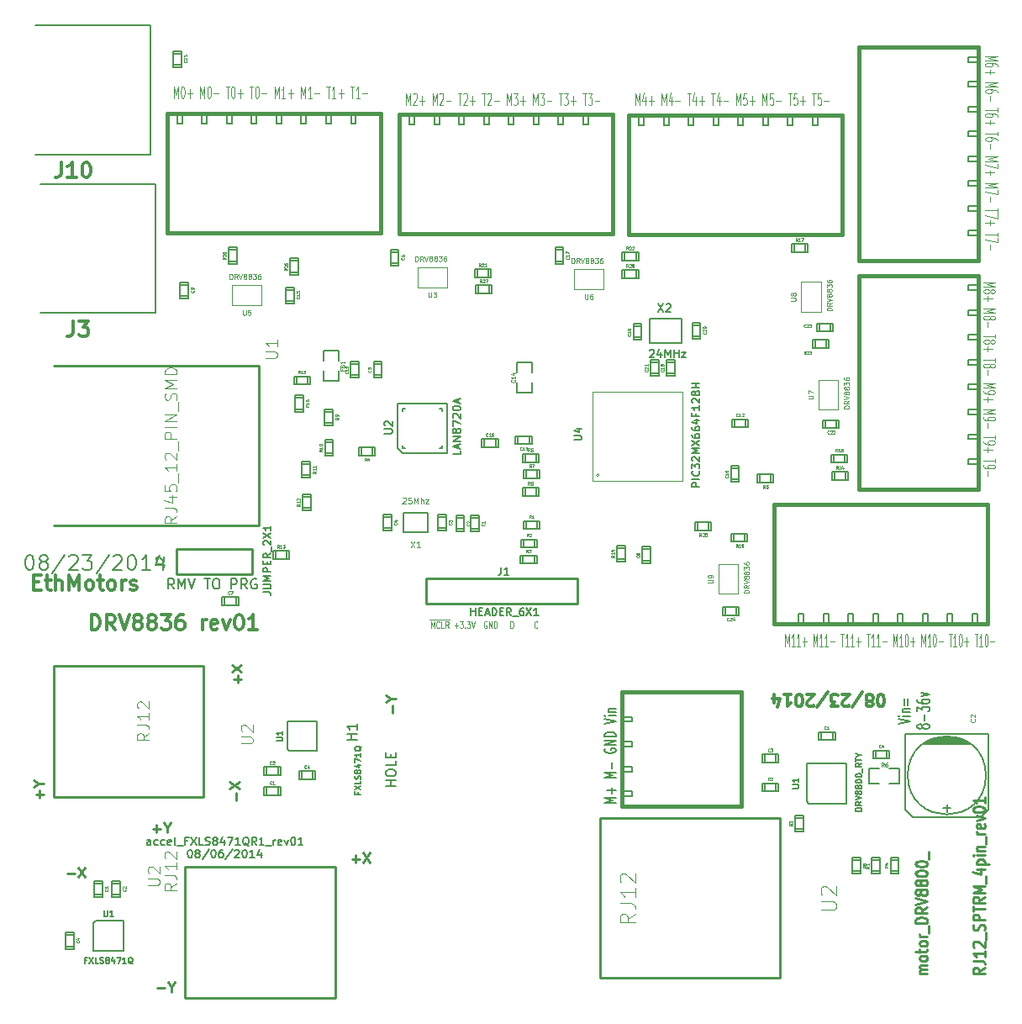
<source format=gto>
G04 (created by PCBNEW (2013-08-24 BZR 4298)-stable) date Sat 23 Aug 2014 12:00:54 PM PDT*
%MOIN*%
G04 Gerber Fmt 3.4, Leading zero omitted, Abs format*
%FSLAX34Y34*%
G01*
G70*
G90*
G04 APERTURE LIST*
%ADD10C,0.005906*%
%ADD11C,0.007874*%
%ADD12C,0.003937*%
%ADD13C,0.011811*%
%ADD14C,0.004921*%
%ADD15C,0.009843*%
%ADD16C,0.010000*%
%ADD17C,0.007900*%
%ADD18C,0.003900*%
%ADD19C,0.005000*%
%ADD20C,0.005900*%
%ADD21C,0.015000*%
%ADD22C,0.002000*%
%ADD23C,0.012000*%
%ADD24C,0.001969*%
%ADD25C,0.003700*%
%ADD26C,0.007500*%
%ADD27C,0.004700*%
G04 APERTURE END LIST*
G54D10*
G54D11*
X40154Y-41556D02*
X40023Y-41368D01*
X39929Y-41556D02*
X39929Y-41162D01*
X40079Y-41162D01*
X40117Y-41181D01*
X40135Y-41199D01*
X40154Y-41237D01*
X40154Y-41293D01*
X40135Y-41331D01*
X40117Y-41349D01*
X40079Y-41368D01*
X39929Y-41368D01*
X40323Y-41556D02*
X40323Y-41162D01*
X40454Y-41443D01*
X40585Y-41162D01*
X40585Y-41556D01*
X40717Y-41162D02*
X40848Y-41556D01*
X40979Y-41162D01*
X41354Y-41162D02*
X41579Y-41162D01*
X41467Y-41556D02*
X41467Y-41162D01*
X41785Y-41162D02*
X41860Y-41162D01*
X41898Y-41181D01*
X41935Y-41218D01*
X41954Y-41293D01*
X41954Y-41424D01*
X41935Y-41499D01*
X41898Y-41537D01*
X41860Y-41556D01*
X41785Y-41556D01*
X41748Y-41537D01*
X41710Y-41499D01*
X41691Y-41424D01*
X41691Y-41293D01*
X41710Y-41218D01*
X41748Y-41181D01*
X41785Y-41162D01*
X42423Y-41556D02*
X42423Y-41162D01*
X42573Y-41162D01*
X42610Y-41181D01*
X42629Y-41199D01*
X42648Y-41237D01*
X42648Y-41293D01*
X42629Y-41331D01*
X42610Y-41349D01*
X42573Y-41368D01*
X42423Y-41368D01*
X43041Y-41556D02*
X42910Y-41368D01*
X42816Y-41556D02*
X42816Y-41162D01*
X42966Y-41162D01*
X43004Y-41181D01*
X43023Y-41199D01*
X43041Y-41237D01*
X43041Y-41293D01*
X43023Y-41331D01*
X43004Y-41349D01*
X42966Y-41368D01*
X42816Y-41368D01*
X43416Y-41181D02*
X43379Y-41162D01*
X43323Y-41162D01*
X43266Y-41181D01*
X43229Y-41218D01*
X43210Y-41256D01*
X43191Y-41331D01*
X43191Y-41387D01*
X43210Y-41462D01*
X43229Y-41499D01*
X43266Y-41537D01*
X43323Y-41556D01*
X43360Y-41556D01*
X43416Y-41537D01*
X43435Y-41518D01*
X43435Y-41387D01*
X43360Y-41387D01*
G54D12*
X64396Y-43835D02*
X64396Y-43363D01*
X64469Y-43700D01*
X64543Y-43363D01*
X64543Y-43835D01*
X64763Y-43835D02*
X64637Y-43835D01*
X64700Y-43835D02*
X64700Y-43363D01*
X64679Y-43430D01*
X64658Y-43475D01*
X64637Y-43498D01*
X64973Y-43835D02*
X64847Y-43835D01*
X64910Y-43835D02*
X64910Y-43363D01*
X64889Y-43430D01*
X64868Y-43475D01*
X64847Y-43498D01*
X65068Y-43655D02*
X65236Y-43655D01*
X65152Y-43835D02*
X65152Y-43475D01*
X65509Y-43835D02*
X65509Y-43363D01*
X65582Y-43700D01*
X65656Y-43363D01*
X65656Y-43835D01*
X65876Y-43835D02*
X65750Y-43835D01*
X65813Y-43835D02*
X65813Y-43363D01*
X65792Y-43430D01*
X65771Y-43475D01*
X65750Y-43498D01*
X66086Y-43835D02*
X65960Y-43835D01*
X66023Y-43835D02*
X66023Y-43363D01*
X66002Y-43430D01*
X65981Y-43475D01*
X65960Y-43498D01*
X66181Y-43655D02*
X66349Y-43655D01*
X66590Y-43363D02*
X66716Y-43363D01*
X66653Y-43835D02*
X66653Y-43363D01*
X66905Y-43835D02*
X66779Y-43835D01*
X66842Y-43835D02*
X66842Y-43363D01*
X66821Y-43430D01*
X66800Y-43475D01*
X66779Y-43498D01*
X67115Y-43835D02*
X66989Y-43835D01*
X67052Y-43835D02*
X67052Y-43363D01*
X67031Y-43430D01*
X67010Y-43475D01*
X66989Y-43498D01*
X67209Y-43655D02*
X67377Y-43655D01*
X67293Y-43835D02*
X67293Y-43475D01*
X67619Y-43363D02*
X67745Y-43363D01*
X67682Y-43835D02*
X67682Y-43363D01*
X67934Y-43835D02*
X67808Y-43835D01*
X67871Y-43835D02*
X67871Y-43363D01*
X67850Y-43430D01*
X67829Y-43475D01*
X67808Y-43498D01*
X68144Y-43835D02*
X68018Y-43835D01*
X68081Y-43835D02*
X68081Y-43363D01*
X68060Y-43430D01*
X68039Y-43475D01*
X68018Y-43498D01*
X68238Y-43655D02*
X68406Y-43655D01*
X68679Y-43835D02*
X68679Y-43363D01*
X68753Y-43700D01*
X68826Y-43363D01*
X68826Y-43835D01*
X69047Y-43835D02*
X68921Y-43835D01*
X68984Y-43835D02*
X68984Y-43363D01*
X68963Y-43430D01*
X68942Y-43475D01*
X68921Y-43498D01*
X69183Y-43363D02*
X69204Y-43363D01*
X69225Y-43385D01*
X69236Y-43408D01*
X69246Y-43453D01*
X69257Y-43543D01*
X69257Y-43655D01*
X69246Y-43745D01*
X69236Y-43790D01*
X69225Y-43813D01*
X69204Y-43835D01*
X69183Y-43835D01*
X69162Y-43813D01*
X69152Y-43790D01*
X69141Y-43745D01*
X69131Y-43655D01*
X69131Y-43543D01*
X69141Y-43453D01*
X69152Y-43408D01*
X69162Y-43385D01*
X69183Y-43363D01*
X69351Y-43655D02*
X69519Y-43655D01*
X69435Y-43835D02*
X69435Y-43475D01*
X69792Y-43835D02*
X69792Y-43363D01*
X69866Y-43700D01*
X69939Y-43363D01*
X69939Y-43835D01*
X70160Y-43835D02*
X70034Y-43835D01*
X70097Y-43835D02*
X70097Y-43363D01*
X70076Y-43430D01*
X70055Y-43475D01*
X70034Y-43498D01*
X70296Y-43363D02*
X70317Y-43363D01*
X70338Y-43385D01*
X70349Y-43408D01*
X70359Y-43453D01*
X70370Y-43543D01*
X70370Y-43655D01*
X70359Y-43745D01*
X70349Y-43790D01*
X70338Y-43813D01*
X70317Y-43835D01*
X70296Y-43835D01*
X70275Y-43813D01*
X70265Y-43790D01*
X70254Y-43745D01*
X70244Y-43655D01*
X70244Y-43543D01*
X70254Y-43453D01*
X70265Y-43408D01*
X70275Y-43385D01*
X70296Y-43363D01*
X70464Y-43655D02*
X70632Y-43655D01*
X70874Y-43363D02*
X70999Y-43363D01*
X70937Y-43835D02*
X70937Y-43363D01*
X71188Y-43835D02*
X71062Y-43835D01*
X71125Y-43835D02*
X71125Y-43363D01*
X71104Y-43430D01*
X71083Y-43475D01*
X71062Y-43498D01*
X71325Y-43363D02*
X71346Y-43363D01*
X71367Y-43385D01*
X71377Y-43408D01*
X71388Y-43453D01*
X71398Y-43543D01*
X71398Y-43655D01*
X71388Y-43745D01*
X71377Y-43790D01*
X71367Y-43813D01*
X71346Y-43835D01*
X71325Y-43835D01*
X71304Y-43813D01*
X71293Y-43790D01*
X71283Y-43745D01*
X71272Y-43655D01*
X71272Y-43543D01*
X71283Y-43453D01*
X71293Y-43408D01*
X71304Y-43385D01*
X71325Y-43363D01*
X71493Y-43655D02*
X71661Y-43655D01*
X71577Y-43835D02*
X71577Y-43475D01*
X71902Y-43363D02*
X72028Y-43363D01*
X71965Y-43835D02*
X71965Y-43363D01*
X72217Y-43835D02*
X72091Y-43835D01*
X72154Y-43835D02*
X72154Y-43363D01*
X72133Y-43430D01*
X72112Y-43475D01*
X72091Y-43498D01*
X72354Y-43363D02*
X72375Y-43363D01*
X72396Y-43385D01*
X72406Y-43408D01*
X72417Y-43453D01*
X72427Y-43543D01*
X72427Y-43655D01*
X72417Y-43745D01*
X72406Y-43790D01*
X72396Y-43813D01*
X72375Y-43835D01*
X72354Y-43835D01*
X72333Y-43813D01*
X72322Y-43790D01*
X72312Y-43745D01*
X72301Y-43655D01*
X72301Y-43543D01*
X72312Y-43453D01*
X72322Y-43408D01*
X72333Y-43385D01*
X72354Y-43363D01*
X72522Y-43655D02*
X72690Y-43655D01*
X72246Y-29409D02*
X72719Y-29409D01*
X72381Y-29494D01*
X72719Y-29580D01*
X72246Y-29580D01*
X72516Y-29738D02*
X72539Y-29714D01*
X72561Y-29701D01*
X72606Y-29689D01*
X72629Y-29689D01*
X72674Y-29701D01*
X72696Y-29714D01*
X72719Y-29738D01*
X72719Y-29787D01*
X72696Y-29811D01*
X72674Y-29823D01*
X72629Y-29835D01*
X72606Y-29835D01*
X72561Y-29823D01*
X72539Y-29811D01*
X72516Y-29787D01*
X72516Y-29738D01*
X72494Y-29714D01*
X72471Y-29701D01*
X72426Y-29689D01*
X72336Y-29689D01*
X72291Y-29701D01*
X72269Y-29714D01*
X72246Y-29738D01*
X72246Y-29787D01*
X72269Y-29811D01*
X72291Y-29823D01*
X72336Y-29835D01*
X72426Y-29835D01*
X72471Y-29823D01*
X72494Y-29811D01*
X72516Y-29787D01*
X72426Y-29945D02*
X72426Y-30140D01*
X72246Y-30043D02*
X72606Y-30043D01*
X72246Y-30457D02*
X72719Y-30457D01*
X72381Y-30542D01*
X72719Y-30628D01*
X72246Y-30628D01*
X72516Y-30786D02*
X72539Y-30762D01*
X72561Y-30749D01*
X72606Y-30737D01*
X72629Y-30737D01*
X72674Y-30749D01*
X72696Y-30762D01*
X72719Y-30786D01*
X72719Y-30835D01*
X72696Y-30859D01*
X72674Y-30871D01*
X72629Y-30883D01*
X72606Y-30883D01*
X72561Y-30871D01*
X72539Y-30859D01*
X72516Y-30835D01*
X72516Y-30786D01*
X72494Y-30762D01*
X72471Y-30749D01*
X72426Y-30737D01*
X72336Y-30737D01*
X72291Y-30749D01*
X72269Y-30762D01*
X72246Y-30786D01*
X72246Y-30835D01*
X72269Y-30859D01*
X72291Y-30871D01*
X72336Y-30883D01*
X72426Y-30883D01*
X72471Y-30871D01*
X72494Y-30859D01*
X72516Y-30835D01*
X72426Y-30993D02*
X72426Y-31188D01*
X72719Y-31468D02*
X72719Y-31615D01*
X72246Y-31541D02*
X72719Y-31541D01*
X72516Y-31736D02*
X72539Y-31712D01*
X72561Y-31700D01*
X72606Y-31688D01*
X72629Y-31688D01*
X72674Y-31700D01*
X72696Y-31712D01*
X72719Y-31736D01*
X72719Y-31785D01*
X72696Y-31810D01*
X72674Y-31822D01*
X72629Y-31834D01*
X72606Y-31834D01*
X72561Y-31822D01*
X72539Y-31810D01*
X72516Y-31785D01*
X72516Y-31736D01*
X72494Y-31712D01*
X72471Y-31700D01*
X72426Y-31688D01*
X72336Y-31688D01*
X72291Y-31700D01*
X72269Y-31712D01*
X72246Y-31736D01*
X72246Y-31785D01*
X72269Y-31810D01*
X72291Y-31822D01*
X72336Y-31834D01*
X72426Y-31834D01*
X72471Y-31822D01*
X72494Y-31810D01*
X72516Y-31785D01*
X72426Y-31944D02*
X72426Y-32139D01*
X72246Y-32041D02*
X72606Y-32041D01*
X72719Y-32419D02*
X72719Y-32565D01*
X72246Y-32492D02*
X72719Y-32492D01*
X72516Y-32687D02*
X72539Y-32663D01*
X72561Y-32650D01*
X72606Y-32638D01*
X72629Y-32638D01*
X72674Y-32650D01*
X72696Y-32663D01*
X72719Y-32687D01*
X72719Y-32736D01*
X72696Y-32760D01*
X72674Y-32772D01*
X72629Y-32784D01*
X72606Y-32784D01*
X72561Y-32772D01*
X72539Y-32760D01*
X72516Y-32736D01*
X72516Y-32687D01*
X72494Y-32663D01*
X72471Y-32650D01*
X72426Y-32638D01*
X72336Y-32638D01*
X72291Y-32650D01*
X72269Y-32663D01*
X72246Y-32687D01*
X72246Y-32736D01*
X72269Y-32760D01*
X72291Y-32772D01*
X72336Y-32784D01*
X72426Y-32784D01*
X72471Y-32772D01*
X72494Y-32760D01*
X72516Y-32736D01*
X72426Y-32894D02*
X72426Y-33089D01*
X72246Y-33406D02*
X72719Y-33406D01*
X72381Y-33491D01*
X72719Y-33577D01*
X72246Y-33577D01*
X72246Y-33711D02*
X72246Y-33759D01*
X72269Y-33784D01*
X72291Y-33796D01*
X72359Y-33820D01*
X72449Y-33832D01*
X72629Y-33832D01*
X72674Y-33820D01*
X72696Y-33808D01*
X72719Y-33784D01*
X72719Y-33735D01*
X72696Y-33711D01*
X72674Y-33698D01*
X72629Y-33686D01*
X72516Y-33686D01*
X72471Y-33698D01*
X72449Y-33711D01*
X72426Y-33735D01*
X72426Y-33784D01*
X72449Y-33808D01*
X72471Y-33820D01*
X72516Y-33832D01*
X72426Y-33942D02*
X72426Y-34137D01*
X72246Y-34040D02*
X72606Y-34040D01*
X72246Y-34454D02*
X72719Y-34454D01*
X72381Y-34539D01*
X72719Y-34625D01*
X72246Y-34625D01*
X72246Y-34759D02*
X72246Y-34807D01*
X72269Y-34832D01*
X72291Y-34844D01*
X72359Y-34868D01*
X72449Y-34880D01*
X72629Y-34880D01*
X72674Y-34868D01*
X72696Y-34856D01*
X72719Y-34832D01*
X72719Y-34783D01*
X72696Y-34759D01*
X72674Y-34746D01*
X72629Y-34734D01*
X72516Y-34734D01*
X72471Y-34746D01*
X72449Y-34759D01*
X72426Y-34783D01*
X72426Y-34832D01*
X72449Y-34856D01*
X72471Y-34868D01*
X72516Y-34880D01*
X72426Y-34990D02*
X72426Y-35185D01*
X72719Y-35465D02*
X72719Y-35612D01*
X72246Y-35538D02*
X72719Y-35538D01*
X72246Y-35709D02*
X72246Y-35758D01*
X72269Y-35782D01*
X72291Y-35794D01*
X72359Y-35819D01*
X72449Y-35831D01*
X72629Y-35831D01*
X72674Y-35819D01*
X72696Y-35807D01*
X72719Y-35782D01*
X72719Y-35733D01*
X72696Y-35709D01*
X72674Y-35697D01*
X72629Y-35685D01*
X72516Y-35685D01*
X72471Y-35697D01*
X72449Y-35709D01*
X72426Y-35733D01*
X72426Y-35782D01*
X72449Y-35807D01*
X72471Y-35819D01*
X72516Y-35831D01*
X72426Y-35941D02*
X72426Y-36136D01*
X72246Y-36038D02*
X72606Y-36038D01*
X72719Y-36416D02*
X72719Y-36562D01*
X72246Y-36489D02*
X72719Y-36489D01*
X72246Y-36660D02*
X72246Y-36708D01*
X72269Y-36733D01*
X72291Y-36745D01*
X72359Y-36769D01*
X72449Y-36781D01*
X72629Y-36781D01*
X72674Y-36769D01*
X72696Y-36757D01*
X72719Y-36733D01*
X72719Y-36684D01*
X72696Y-36660D01*
X72674Y-36647D01*
X72629Y-36635D01*
X72516Y-36635D01*
X72471Y-36647D01*
X72449Y-36660D01*
X72426Y-36684D01*
X72426Y-36733D01*
X72449Y-36757D01*
X72471Y-36769D01*
X72516Y-36781D01*
X72426Y-36891D02*
X72426Y-37086D01*
X72325Y-20433D02*
X72798Y-20433D01*
X72460Y-20518D01*
X72798Y-20603D01*
X72325Y-20603D01*
X72798Y-20835D02*
X72798Y-20786D01*
X72775Y-20762D01*
X72753Y-20749D01*
X72685Y-20725D01*
X72595Y-20713D01*
X72415Y-20713D01*
X72370Y-20725D01*
X72348Y-20737D01*
X72325Y-20762D01*
X72325Y-20810D01*
X72348Y-20835D01*
X72370Y-20847D01*
X72415Y-20859D01*
X72528Y-20859D01*
X72573Y-20847D01*
X72595Y-20835D01*
X72618Y-20810D01*
X72618Y-20762D01*
X72595Y-20737D01*
X72573Y-20725D01*
X72528Y-20713D01*
X72505Y-20969D02*
X72505Y-21164D01*
X72325Y-21066D02*
X72685Y-21066D01*
X72325Y-21481D02*
X72798Y-21481D01*
X72460Y-21566D01*
X72798Y-21651D01*
X72325Y-21651D01*
X72798Y-21883D02*
X72798Y-21834D01*
X72775Y-21810D01*
X72753Y-21797D01*
X72685Y-21773D01*
X72595Y-21761D01*
X72415Y-21761D01*
X72370Y-21773D01*
X72348Y-21785D01*
X72325Y-21810D01*
X72325Y-21858D01*
X72348Y-21883D01*
X72370Y-21895D01*
X72415Y-21907D01*
X72528Y-21907D01*
X72573Y-21895D01*
X72595Y-21883D01*
X72618Y-21858D01*
X72618Y-21810D01*
X72595Y-21785D01*
X72573Y-21773D01*
X72528Y-21761D01*
X72505Y-22017D02*
X72505Y-22212D01*
X72798Y-22492D02*
X72798Y-22638D01*
X72325Y-22565D02*
X72798Y-22565D01*
X72798Y-22833D02*
X72798Y-22784D01*
X72775Y-22760D01*
X72753Y-22748D01*
X72685Y-22724D01*
X72595Y-22711D01*
X72415Y-22711D01*
X72370Y-22724D01*
X72348Y-22736D01*
X72325Y-22760D01*
X72325Y-22809D01*
X72348Y-22833D01*
X72370Y-22845D01*
X72415Y-22858D01*
X72528Y-22858D01*
X72573Y-22845D01*
X72595Y-22833D01*
X72618Y-22809D01*
X72618Y-22760D01*
X72595Y-22736D01*
X72573Y-22724D01*
X72528Y-22711D01*
X72505Y-22967D02*
X72505Y-23162D01*
X72325Y-23065D02*
X72685Y-23065D01*
X72798Y-23443D02*
X72798Y-23589D01*
X72325Y-23516D02*
X72798Y-23516D01*
X72798Y-23784D02*
X72798Y-23735D01*
X72775Y-23711D01*
X72753Y-23698D01*
X72685Y-23674D01*
X72595Y-23662D01*
X72415Y-23662D01*
X72370Y-23674D01*
X72348Y-23686D01*
X72325Y-23711D01*
X72325Y-23759D01*
X72348Y-23784D01*
X72370Y-23796D01*
X72415Y-23808D01*
X72528Y-23808D01*
X72573Y-23796D01*
X72595Y-23784D01*
X72618Y-23759D01*
X72618Y-23711D01*
X72595Y-23686D01*
X72573Y-23674D01*
X72528Y-23662D01*
X72505Y-23918D02*
X72505Y-24113D01*
X72325Y-24430D02*
X72798Y-24430D01*
X72460Y-24515D01*
X72798Y-24600D01*
X72325Y-24600D01*
X72798Y-24698D02*
X72798Y-24868D01*
X72325Y-24759D01*
X72505Y-24966D02*
X72505Y-25161D01*
X72325Y-25063D02*
X72685Y-25063D01*
X72325Y-25478D02*
X72798Y-25478D01*
X72460Y-25563D01*
X72798Y-25648D01*
X72325Y-25648D01*
X72798Y-25746D02*
X72798Y-25916D01*
X72325Y-25807D01*
X72505Y-26014D02*
X72505Y-26209D01*
X72798Y-26489D02*
X72798Y-26635D01*
X72325Y-26562D02*
X72798Y-26562D01*
X72798Y-26696D02*
X72798Y-26867D01*
X72325Y-26757D01*
X72505Y-26964D02*
X72505Y-27159D01*
X72325Y-27062D02*
X72685Y-27062D01*
X72798Y-27440D02*
X72798Y-27586D01*
X72325Y-27513D02*
X72798Y-27513D01*
X72798Y-27647D02*
X72798Y-27817D01*
X72325Y-27708D01*
X72505Y-27915D02*
X72505Y-28110D01*
X58444Y-22379D02*
X58444Y-21906D01*
X58530Y-22244D01*
X58615Y-21906D01*
X58615Y-22379D01*
X58847Y-22064D02*
X58847Y-22379D01*
X58786Y-21884D02*
X58725Y-22221D01*
X58883Y-22221D01*
X58981Y-22199D02*
X59176Y-22199D01*
X59078Y-22379D02*
X59078Y-22019D01*
X59492Y-22379D02*
X59492Y-21906D01*
X59578Y-22244D01*
X59663Y-21906D01*
X59663Y-22379D01*
X59895Y-22064D02*
X59895Y-22379D01*
X59834Y-21884D02*
X59773Y-22221D01*
X59931Y-22221D01*
X60029Y-22199D02*
X60224Y-22199D01*
X60504Y-21906D02*
X60650Y-21906D01*
X60577Y-22379D02*
X60577Y-21906D01*
X60845Y-22064D02*
X60845Y-22379D01*
X60784Y-21884D02*
X60723Y-22221D01*
X60882Y-22221D01*
X60979Y-22199D02*
X61174Y-22199D01*
X61077Y-22379D02*
X61077Y-22019D01*
X61454Y-21906D02*
X61601Y-21906D01*
X61527Y-22379D02*
X61527Y-21906D01*
X61796Y-22064D02*
X61796Y-22379D01*
X61735Y-21884D02*
X61674Y-22221D01*
X61832Y-22221D01*
X61930Y-22199D02*
X62125Y-22199D01*
X62441Y-22379D02*
X62441Y-21906D01*
X62527Y-22244D01*
X62612Y-21906D01*
X62612Y-22379D01*
X62856Y-21906D02*
X62734Y-21906D01*
X62722Y-22131D01*
X62734Y-22109D01*
X62758Y-22086D01*
X62819Y-22086D01*
X62844Y-22109D01*
X62856Y-22131D01*
X62868Y-22176D01*
X62868Y-22289D01*
X62856Y-22334D01*
X62844Y-22356D01*
X62819Y-22379D01*
X62758Y-22379D01*
X62734Y-22356D01*
X62722Y-22334D01*
X62978Y-22199D02*
X63173Y-22199D01*
X63075Y-22379D02*
X63075Y-22019D01*
X63489Y-22379D02*
X63489Y-21906D01*
X63575Y-22244D01*
X63660Y-21906D01*
X63660Y-22379D01*
X63904Y-21906D02*
X63782Y-21906D01*
X63770Y-22131D01*
X63782Y-22109D01*
X63806Y-22086D01*
X63867Y-22086D01*
X63892Y-22109D01*
X63904Y-22131D01*
X63916Y-22176D01*
X63916Y-22289D01*
X63904Y-22334D01*
X63892Y-22356D01*
X63867Y-22379D01*
X63806Y-22379D01*
X63782Y-22356D01*
X63770Y-22334D01*
X64026Y-22199D02*
X64221Y-22199D01*
X64501Y-21906D02*
X64647Y-21906D01*
X64574Y-22379D02*
X64574Y-21906D01*
X64854Y-21906D02*
X64732Y-21906D01*
X64720Y-22131D01*
X64732Y-22109D01*
X64757Y-22086D01*
X64818Y-22086D01*
X64842Y-22109D01*
X64854Y-22131D01*
X64866Y-22176D01*
X64866Y-22289D01*
X64854Y-22334D01*
X64842Y-22356D01*
X64818Y-22379D01*
X64757Y-22379D01*
X64732Y-22356D01*
X64720Y-22334D01*
X64976Y-22199D02*
X65171Y-22199D01*
X65074Y-22379D02*
X65074Y-22019D01*
X65451Y-21906D02*
X65598Y-21906D01*
X65524Y-22379D02*
X65524Y-21906D01*
X65805Y-21906D02*
X65683Y-21906D01*
X65671Y-22131D01*
X65683Y-22109D01*
X65707Y-22086D01*
X65768Y-22086D01*
X65793Y-22109D01*
X65805Y-22131D01*
X65817Y-22176D01*
X65817Y-22289D01*
X65805Y-22334D01*
X65793Y-22356D01*
X65768Y-22379D01*
X65707Y-22379D01*
X65683Y-22356D01*
X65671Y-22334D01*
X65927Y-22199D02*
X66122Y-22199D01*
X49350Y-22379D02*
X49350Y-21906D01*
X49435Y-22244D01*
X49520Y-21906D01*
X49520Y-22379D01*
X49630Y-21951D02*
X49642Y-21929D01*
X49667Y-21906D01*
X49728Y-21906D01*
X49752Y-21929D01*
X49764Y-21951D01*
X49776Y-21996D01*
X49776Y-22041D01*
X49764Y-22109D01*
X49618Y-22379D01*
X49776Y-22379D01*
X49886Y-22199D02*
X50081Y-22199D01*
X49984Y-22379D02*
X49984Y-22019D01*
X50398Y-22379D02*
X50398Y-21906D01*
X50483Y-22244D01*
X50568Y-21906D01*
X50568Y-22379D01*
X50678Y-21951D02*
X50690Y-21929D01*
X50715Y-21906D01*
X50776Y-21906D01*
X50800Y-21929D01*
X50812Y-21951D01*
X50824Y-21996D01*
X50824Y-22041D01*
X50812Y-22109D01*
X50666Y-22379D01*
X50824Y-22379D01*
X50934Y-22199D02*
X51129Y-22199D01*
X51409Y-21906D02*
X51556Y-21906D01*
X51482Y-22379D02*
X51482Y-21906D01*
X51629Y-21951D02*
X51641Y-21929D01*
X51665Y-21906D01*
X51726Y-21906D01*
X51751Y-21929D01*
X51763Y-21951D01*
X51775Y-21996D01*
X51775Y-22041D01*
X51763Y-22109D01*
X51616Y-22379D01*
X51775Y-22379D01*
X51885Y-22199D02*
X52080Y-22199D01*
X51982Y-22379D02*
X51982Y-22019D01*
X52360Y-21906D02*
X52506Y-21906D01*
X52433Y-22379D02*
X52433Y-21906D01*
X52579Y-21951D02*
X52591Y-21929D01*
X52616Y-21906D01*
X52677Y-21906D01*
X52701Y-21929D01*
X52713Y-21951D01*
X52725Y-21996D01*
X52725Y-22041D01*
X52713Y-22109D01*
X52567Y-22379D01*
X52725Y-22379D01*
X52835Y-22199D02*
X53030Y-22199D01*
X53347Y-22379D02*
X53347Y-21906D01*
X53432Y-22244D01*
X53517Y-21906D01*
X53517Y-22379D01*
X53615Y-21906D02*
X53773Y-21906D01*
X53688Y-22086D01*
X53725Y-22086D01*
X53749Y-22109D01*
X53761Y-22131D01*
X53773Y-22176D01*
X53773Y-22289D01*
X53761Y-22334D01*
X53749Y-22356D01*
X53725Y-22379D01*
X53652Y-22379D01*
X53627Y-22356D01*
X53615Y-22334D01*
X53883Y-22199D02*
X54078Y-22199D01*
X53981Y-22379D02*
X53981Y-22019D01*
X54395Y-22379D02*
X54395Y-21906D01*
X54480Y-22244D01*
X54565Y-21906D01*
X54565Y-22379D01*
X54663Y-21906D02*
X54821Y-21906D01*
X54736Y-22086D01*
X54773Y-22086D01*
X54797Y-22109D01*
X54809Y-22131D01*
X54821Y-22176D01*
X54821Y-22289D01*
X54809Y-22334D01*
X54797Y-22356D01*
X54773Y-22379D01*
X54700Y-22379D01*
X54675Y-22356D01*
X54663Y-22334D01*
X54931Y-22199D02*
X55126Y-22199D01*
X55406Y-21906D02*
X55553Y-21906D01*
X55479Y-22379D02*
X55479Y-21906D01*
X55613Y-21906D02*
X55772Y-21906D01*
X55687Y-22086D01*
X55723Y-22086D01*
X55748Y-22109D01*
X55760Y-22131D01*
X55772Y-22176D01*
X55772Y-22289D01*
X55760Y-22334D01*
X55748Y-22356D01*
X55723Y-22379D01*
X55650Y-22379D01*
X55626Y-22356D01*
X55613Y-22334D01*
X55882Y-22199D02*
X56077Y-22199D01*
X55979Y-22379D02*
X55979Y-22019D01*
X56357Y-21906D02*
X56503Y-21906D01*
X56430Y-22379D02*
X56430Y-21906D01*
X56564Y-21906D02*
X56722Y-21906D01*
X56637Y-22086D01*
X56674Y-22086D01*
X56698Y-22109D01*
X56710Y-22131D01*
X56722Y-22176D01*
X56722Y-22289D01*
X56710Y-22334D01*
X56698Y-22356D01*
X56674Y-22379D01*
X56601Y-22379D01*
X56576Y-22356D01*
X56564Y-22334D01*
X56832Y-22199D02*
X57027Y-22199D01*
X40137Y-22103D02*
X40137Y-21631D01*
X40223Y-21968D01*
X40308Y-21631D01*
X40308Y-22103D01*
X40479Y-21631D02*
X40503Y-21631D01*
X40527Y-21653D01*
X40539Y-21676D01*
X40552Y-21721D01*
X40564Y-21811D01*
X40564Y-21923D01*
X40552Y-22013D01*
X40539Y-22058D01*
X40527Y-22080D01*
X40503Y-22103D01*
X40479Y-22103D01*
X40454Y-22080D01*
X40442Y-22058D01*
X40430Y-22013D01*
X40418Y-21923D01*
X40418Y-21811D01*
X40430Y-21721D01*
X40442Y-21676D01*
X40454Y-21653D01*
X40479Y-21631D01*
X40673Y-21923D02*
X40868Y-21923D01*
X40771Y-22103D02*
X40771Y-21743D01*
X41185Y-22103D02*
X41185Y-21631D01*
X41271Y-21968D01*
X41356Y-21631D01*
X41356Y-22103D01*
X41526Y-21631D02*
X41551Y-21631D01*
X41575Y-21653D01*
X41587Y-21676D01*
X41600Y-21721D01*
X41612Y-21811D01*
X41612Y-21923D01*
X41600Y-22013D01*
X41587Y-22058D01*
X41575Y-22080D01*
X41551Y-22103D01*
X41526Y-22103D01*
X41502Y-22080D01*
X41490Y-22058D01*
X41478Y-22013D01*
X41466Y-21923D01*
X41466Y-21811D01*
X41478Y-21721D01*
X41490Y-21676D01*
X41502Y-21653D01*
X41526Y-21631D01*
X41721Y-21923D02*
X41916Y-21923D01*
X42197Y-21631D02*
X42343Y-21631D01*
X42270Y-22103D02*
X42270Y-21631D01*
X42477Y-21631D02*
X42501Y-21631D01*
X42526Y-21653D01*
X42538Y-21676D01*
X42550Y-21721D01*
X42562Y-21811D01*
X42562Y-21923D01*
X42550Y-22013D01*
X42538Y-22058D01*
X42526Y-22080D01*
X42501Y-22103D01*
X42477Y-22103D01*
X42453Y-22080D01*
X42440Y-22058D01*
X42428Y-22013D01*
X42416Y-21923D01*
X42416Y-21811D01*
X42428Y-21721D01*
X42440Y-21676D01*
X42453Y-21653D01*
X42477Y-21631D01*
X42672Y-21923D02*
X42867Y-21923D01*
X42769Y-22103D02*
X42769Y-21743D01*
X43147Y-21631D02*
X43293Y-21631D01*
X43220Y-22103D02*
X43220Y-21631D01*
X43428Y-21631D02*
X43452Y-21631D01*
X43476Y-21653D01*
X43488Y-21676D01*
X43501Y-21721D01*
X43513Y-21811D01*
X43513Y-21923D01*
X43501Y-22013D01*
X43488Y-22058D01*
X43476Y-22080D01*
X43452Y-22103D01*
X43428Y-22103D01*
X43403Y-22080D01*
X43391Y-22058D01*
X43379Y-22013D01*
X43367Y-21923D01*
X43367Y-21811D01*
X43379Y-21721D01*
X43391Y-21676D01*
X43403Y-21653D01*
X43428Y-21631D01*
X43622Y-21923D02*
X43817Y-21923D01*
X44134Y-22103D02*
X44134Y-21631D01*
X44220Y-21968D01*
X44305Y-21631D01*
X44305Y-22103D01*
X44561Y-22103D02*
X44415Y-22103D01*
X44488Y-22103D02*
X44488Y-21631D01*
X44463Y-21698D01*
X44439Y-21743D01*
X44415Y-21766D01*
X44670Y-21923D02*
X44865Y-21923D01*
X44768Y-22103D02*
X44768Y-21743D01*
X45182Y-22103D02*
X45182Y-21631D01*
X45268Y-21968D01*
X45353Y-21631D01*
X45353Y-22103D01*
X45609Y-22103D02*
X45463Y-22103D01*
X45536Y-22103D02*
X45536Y-21631D01*
X45511Y-21698D01*
X45487Y-21743D01*
X45463Y-21766D01*
X45718Y-21923D02*
X45913Y-21923D01*
X46194Y-21631D02*
X46340Y-21631D01*
X46267Y-22103D02*
X46267Y-21631D01*
X46559Y-22103D02*
X46413Y-22103D01*
X46486Y-22103D02*
X46486Y-21631D01*
X46462Y-21698D01*
X46437Y-21743D01*
X46413Y-21766D01*
X46669Y-21923D02*
X46864Y-21923D01*
X46766Y-22103D02*
X46766Y-21743D01*
X47144Y-21631D02*
X47290Y-21631D01*
X47217Y-22103D02*
X47217Y-21631D01*
X47510Y-22103D02*
X47364Y-22103D01*
X47437Y-22103D02*
X47437Y-21631D01*
X47412Y-21698D01*
X47388Y-21743D01*
X47364Y-21766D01*
X47619Y-21923D02*
X47814Y-21923D01*
G54D13*
X36881Y-43180D02*
X36881Y-42589D01*
X37021Y-42589D01*
X37106Y-42618D01*
X37162Y-42674D01*
X37190Y-42730D01*
X37218Y-42843D01*
X37218Y-42927D01*
X37190Y-43039D01*
X37162Y-43096D01*
X37106Y-43152D01*
X37021Y-43180D01*
X36881Y-43180D01*
X37809Y-43180D02*
X37612Y-42899D01*
X37471Y-43180D02*
X37471Y-42589D01*
X37696Y-42589D01*
X37753Y-42618D01*
X37781Y-42646D01*
X37809Y-42702D01*
X37809Y-42786D01*
X37781Y-42843D01*
X37753Y-42871D01*
X37696Y-42899D01*
X37471Y-42899D01*
X37978Y-42589D02*
X38174Y-43180D01*
X38371Y-42589D01*
X38652Y-42843D02*
X38596Y-42814D01*
X38568Y-42786D01*
X38540Y-42730D01*
X38540Y-42702D01*
X38568Y-42646D01*
X38596Y-42618D01*
X38652Y-42589D01*
X38765Y-42589D01*
X38821Y-42618D01*
X38849Y-42646D01*
X38877Y-42702D01*
X38877Y-42730D01*
X38849Y-42786D01*
X38821Y-42814D01*
X38765Y-42843D01*
X38652Y-42843D01*
X38596Y-42871D01*
X38568Y-42899D01*
X38540Y-42955D01*
X38540Y-43068D01*
X38568Y-43124D01*
X38596Y-43152D01*
X38652Y-43180D01*
X38765Y-43180D01*
X38821Y-43152D01*
X38849Y-43124D01*
X38877Y-43068D01*
X38877Y-42955D01*
X38849Y-42899D01*
X38821Y-42871D01*
X38765Y-42843D01*
X39215Y-42843D02*
X39159Y-42814D01*
X39131Y-42786D01*
X39102Y-42730D01*
X39102Y-42702D01*
X39131Y-42646D01*
X39159Y-42618D01*
X39215Y-42589D01*
X39327Y-42589D01*
X39384Y-42618D01*
X39412Y-42646D01*
X39440Y-42702D01*
X39440Y-42730D01*
X39412Y-42786D01*
X39384Y-42814D01*
X39327Y-42843D01*
X39215Y-42843D01*
X39159Y-42871D01*
X39131Y-42899D01*
X39102Y-42955D01*
X39102Y-43068D01*
X39131Y-43124D01*
X39159Y-43152D01*
X39215Y-43180D01*
X39327Y-43180D01*
X39384Y-43152D01*
X39412Y-43124D01*
X39440Y-43068D01*
X39440Y-42955D01*
X39412Y-42899D01*
X39384Y-42871D01*
X39327Y-42843D01*
X39637Y-42589D02*
X40002Y-42589D01*
X39805Y-42814D01*
X39890Y-42814D01*
X39946Y-42843D01*
X39974Y-42871D01*
X40002Y-42927D01*
X40002Y-43068D01*
X39974Y-43124D01*
X39946Y-43152D01*
X39890Y-43180D01*
X39721Y-43180D01*
X39665Y-43152D01*
X39637Y-43124D01*
X40508Y-42589D02*
X40396Y-42589D01*
X40340Y-42618D01*
X40312Y-42646D01*
X40255Y-42730D01*
X40227Y-42843D01*
X40227Y-43068D01*
X40255Y-43124D01*
X40284Y-43152D01*
X40340Y-43180D01*
X40452Y-43180D01*
X40508Y-43152D01*
X40537Y-43124D01*
X40565Y-43068D01*
X40565Y-42927D01*
X40537Y-42871D01*
X40508Y-42843D01*
X40452Y-42814D01*
X40340Y-42814D01*
X40284Y-42843D01*
X40255Y-42871D01*
X40227Y-42927D01*
X41268Y-43180D02*
X41268Y-42786D01*
X41268Y-42899D02*
X41296Y-42843D01*
X41324Y-42814D01*
X41380Y-42786D01*
X41437Y-42786D01*
X41858Y-43152D02*
X41802Y-43180D01*
X41690Y-43180D01*
X41633Y-43152D01*
X41605Y-43096D01*
X41605Y-42871D01*
X41633Y-42814D01*
X41690Y-42786D01*
X41802Y-42786D01*
X41858Y-42814D01*
X41886Y-42871D01*
X41886Y-42927D01*
X41605Y-42983D01*
X42083Y-42786D02*
X42224Y-43180D01*
X42365Y-42786D01*
X42702Y-42589D02*
X42758Y-42589D01*
X42814Y-42618D01*
X42843Y-42646D01*
X42871Y-42702D01*
X42899Y-42814D01*
X42899Y-42955D01*
X42871Y-43068D01*
X42843Y-43124D01*
X42814Y-43152D01*
X42758Y-43180D01*
X42702Y-43180D01*
X42646Y-43152D01*
X42618Y-43124D01*
X42589Y-43068D01*
X42561Y-42955D01*
X42561Y-42814D01*
X42589Y-42702D01*
X42618Y-42646D01*
X42646Y-42618D01*
X42702Y-42589D01*
X43461Y-43180D02*
X43124Y-43180D01*
X43293Y-43180D02*
X43293Y-42589D01*
X43236Y-42674D01*
X43180Y-42730D01*
X43124Y-42758D01*
G54D11*
X34392Y-40227D02*
X34448Y-40227D01*
X34505Y-40255D01*
X34533Y-40284D01*
X34561Y-40340D01*
X34589Y-40452D01*
X34589Y-40593D01*
X34561Y-40705D01*
X34533Y-40762D01*
X34505Y-40790D01*
X34448Y-40818D01*
X34392Y-40818D01*
X34336Y-40790D01*
X34308Y-40762D01*
X34280Y-40705D01*
X34251Y-40593D01*
X34251Y-40452D01*
X34280Y-40340D01*
X34308Y-40284D01*
X34336Y-40255D01*
X34392Y-40227D01*
X34926Y-40480D02*
X34870Y-40452D01*
X34842Y-40424D01*
X34814Y-40368D01*
X34814Y-40340D01*
X34842Y-40284D01*
X34870Y-40255D01*
X34926Y-40227D01*
X35039Y-40227D01*
X35095Y-40255D01*
X35123Y-40284D01*
X35151Y-40340D01*
X35151Y-40368D01*
X35123Y-40424D01*
X35095Y-40452D01*
X35039Y-40480D01*
X34926Y-40480D01*
X34870Y-40508D01*
X34842Y-40537D01*
X34814Y-40593D01*
X34814Y-40705D01*
X34842Y-40762D01*
X34870Y-40790D01*
X34926Y-40818D01*
X35039Y-40818D01*
X35095Y-40790D01*
X35123Y-40762D01*
X35151Y-40705D01*
X35151Y-40593D01*
X35123Y-40537D01*
X35095Y-40508D01*
X35039Y-40480D01*
X35826Y-40199D02*
X35320Y-40958D01*
X35995Y-40284D02*
X36023Y-40255D01*
X36079Y-40227D01*
X36220Y-40227D01*
X36276Y-40255D01*
X36304Y-40284D01*
X36332Y-40340D01*
X36332Y-40396D01*
X36304Y-40480D01*
X35967Y-40818D01*
X36332Y-40818D01*
X36529Y-40227D02*
X36895Y-40227D01*
X36698Y-40452D01*
X36782Y-40452D01*
X36839Y-40480D01*
X36867Y-40508D01*
X36895Y-40565D01*
X36895Y-40705D01*
X36867Y-40762D01*
X36839Y-40790D01*
X36782Y-40818D01*
X36614Y-40818D01*
X36557Y-40790D01*
X36529Y-40762D01*
X37570Y-40199D02*
X37064Y-40958D01*
X37739Y-40284D02*
X37767Y-40255D01*
X37823Y-40227D01*
X37964Y-40227D01*
X38020Y-40255D01*
X38048Y-40284D01*
X38076Y-40340D01*
X38076Y-40396D01*
X38048Y-40480D01*
X37710Y-40818D01*
X38076Y-40818D01*
X38442Y-40227D02*
X38498Y-40227D01*
X38554Y-40255D01*
X38582Y-40284D01*
X38610Y-40340D01*
X38638Y-40452D01*
X38638Y-40593D01*
X38610Y-40705D01*
X38582Y-40762D01*
X38554Y-40790D01*
X38498Y-40818D01*
X38442Y-40818D01*
X38385Y-40790D01*
X38357Y-40762D01*
X38329Y-40705D01*
X38301Y-40593D01*
X38301Y-40452D01*
X38329Y-40340D01*
X38357Y-40284D01*
X38385Y-40255D01*
X38442Y-40227D01*
X39201Y-40818D02*
X38863Y-40818D01*
X39032Y-40818D02*
X39032Y-40227D01*
X38976Y-40312D01*
X38920Y-40368D01*
X38863Y-40396D01*
X39707Y-40424D02*
X39707Y-40818D01*
X39566Y-40199D02*
X39426Y-40621D01*
X39791Y-40621D01*
G54D13*
X34589Y-41296D02*
X34786Y-41296D01*
X34870Y-41605D02*
X34589Y-41605D01*
X34589Y-41015D01*
X34870Y-41015D01*
X35039Y-41212D02*
X35264Y-41212D01*
X35123Y-41015D02*
X35123Y-41521D01*
X35151Y-41577D01*
X35208Y-41605D01*
X35264Y-41605D01*
X35461Y-41605D02*
X35461Y-41015D01*
X35714Y-41605D02*
X35714Y-41296D01*
X35686Y-41240D01*
X35629Y-41212D01*
X35545Y-41212D01*
X35489Y-41240D01*
X35461Y-41268D01*
X35995Y-41605D02*
X35995Y-41015D01*
X36192Y-41437D01*
X36389Y-41015D01*
X36389Y-41605D01*
X36754Y-41605D02*
X36698Y-41577D01*
X36670Y-41549D01*
X36642Y-41493D01*
X36642Y-41324D01*
X36670Y-41268D01*
X36698Y-41240D01*
X36754Y-41212D01*
X36839Y-41212D01*
X36895Y-41240D01*
X36923Y-41268D01*
X36951Y-41324D01*
X36951Y-41493D01*
X36923Y-41549D01*
X36895Y-41577D01*
X36839Y-41605D01*
X36754Y-41605D01*
X37120Y-41212D02*
X37345Y-41212D01*
X37204Y-41015D02*
X37204Y-41521D01*
X37232Y-41577D01*
X37289Y-41605D01*
X37345Y-41605D01*
X37626Y-41605D02*
X37570Y-41577D01*
X37542Y-41549D01*
X37514Y-41493D01*
X37514Y-41324D01*
X37542Y-41268D01*
X37570Y-41240D01*
X37626Y-41212D01*
X37710Y-41212D01*
X37767Y-41240D01*
X37795Y-41268D01*
X37823Y-41324D01*
X37823Y-41493D01*
X37795Y-41549D01*
X37767Y-41577D01*
X37710Y-41605D01*
X37626Y-41605D01*
X38076Y-41605D02*
X38076Y-41212D01*
X38076Y-41324D02*
X38104Y-41268D01*
X38132Y-41240D01*
X38188Y-41212D01*
X38245Y-41212D01*
X38413Y-41577D02*
X38470Y-41605D01*
X38582Y-41605D01*
X38638Y-41577D01*
X38667Y-41521D01*
X38667Y-41493D01*
X38638Y-41437D01*
X38582Y-41408D01*
X38498Y-41408D01*
X38442Y-41380D01*
X38413Y-41324D01*
X38413Y-41296D01*
X38442Y-41240D01*
X38498Y-41212D01*
X38582Y-41212D01*
X38638Y-41240D01*
G54D14*
X50336Y-43116D02*
X50336Y-42841D01*
X50402Y-43038D01*
X50467Y-42841D01*
X50467Y-43116D01*
X50673Y-43090D02*
X50664Y-43103D01*
X50636Y-43116D01*
X50617Y-43116D01*
X50589Y-43103D01*
X50570Y-43077D01*
X50561Y-43051D01*
X50552Y-42998D01*
X50552Y-42959D01*
X50561Y-42906D01*
X50570Y-42880D01*
X50589Y-42854D01*
X50617Y-42841D01*
X50636Y-42841D01*
X50664Y-42854D01*
X50673Y-42867D01*
X50852Y-43116D02*
X50758Y-43116D01*
X50758Y-42841D01*
X51030Y-43116D02*
X50964Y-42985D01*
X50917Y-43116D02*
X50917Y-42841D01*
X50992Y-42841D01*
X51011Y-42854D01*
X51020Y-42867D01*
X51030Y-42893D01*
X51030Y-42933D01*
X51020Y-42959D01*
X51011Y-42972D01*
X50992Y-42985D01*
X50917Y-42985D01*
X50289Y-42793D02*
X51067Y-42793D01*
X51264Y-43011D02*
X51414Y-43011D01*
X51339Y-43116D02*
X51339Y-42906D01*
X51489Y-42841D02*
X51611Y-42841D01*
X51545Y-42946D01*
X51573Y-42946D01*
X51592Y-42959D01*
X51601Y-42972D01*
X51611Y-42998D01*
X51611Y-43064D01*
X51601Y-43090D01*
X51592Y-43103D01*
X51573Y-43116D01*
X51517Y-43116D01*
X51498Y-43103D01*
X51489Y-43090D01*
X51695Y-43090D02*
X51705Y-43103D01*
X51695Y-43116D01*
X51686Y-43103D01*
X51695Y-43090D01*
X51695Y-43116D01*
X51770Y-42841D02*
X51892Y-42841D01*
X51826Y-42946D01*
X51855Y-42946D01*
X51873Y-42959D01*
X51883Y-42972D01*
X51892Y-42998D01*
X51892Y-43064D01*
X51883Y-43090D01*
X51873Y-43103D01*
X51855Y-43116D01*
X51798Y-43116D01*
X51780Y-43103D01*
X51770Y-43090D01*
X51948Y-42841D02*
X52014Y-43116D01*
X52080Y-42841D01*
X52548Y-42854D02*
X52529Y-42841D01*
X52501Y-42841D01*
X52473Y-42854D01*
X52455Y-42880D01*
X52445Y-42906D01*
X52436Y-42959D01*
X52436Y-42998D01*
X52445Y-43051D01*
X52455Y-43077D01*
X52473Y-43103D01*
X52501Y-43116D01*
X52520Y-43116D01*
X52548Y-43103D01*
X52558Y-43090D01*
X52558Y-42998D01*
X52520Y-42998D01*
X52642Y-43116D02*
X52642Y-42841D01*
X52754Y-43116D01*
X52754Y-42841D01*
X52848Y-43116D02*
X52848Y-42841D01*
X52895Y-42841D01*
X52923Y-42854D01*
X52942Y-42880D01*
X52951Y-42906D01*
X52961Y-42959D01*
X52961Y-42998D01*
X52951Y-43051D01*
X52942Y-43077D01*
X52923Y-43103D01*
X52895Y-43116D01*
X52848Y-43116D01*
X53495Y-43116D02*
X53495Y-42841D01*
X53542Y-42841D01*
X53570Y-42854D01*
X53589Y-42880D01*
X53598Y-42906D01*
X53607Y-42959D01*
X53607Y-42998D01*
X53598Y-43051D01*
X53589Y-43077D01*
X53570Y-43103D01*
X53542Y-43116D01*
X53495Y-43116D01*
X54554Y-43090D02*
X54545Y-43103D01*
X54517Y-43116D01*
X54498Y-43116D01*
X54470Y-43103D01*
X54451Y-43077D01*
X54442Y-43051D01*
X54432Y-42998D01*
X54432Y-42959D01*
X54442Y-42906D01*
X54451Y-42880D01*
X54470Y-42854D01*
X54498Y-42841D01*
X54517Y-42841D01*
X54545Y-42854D01*
X54554Y-42867D01*
G54D15*
X42597Y-49933D02*
X42597Y-49633D01*
X42353Y-49483D02*
X42747Y-49221D01*
X42353Y-49221D02*
X42747Y-49483D01*
X48797Y-46470D02*
X48797Y-46170D01*
X48760Y-45907D02*
X48947Y-45907D01*
X48554Y-46039D02*
X48760Y-45907D01*
X48554Y-45776D01*
X42675Y-45288D02*
X42675Y-44988D01*
X42825Y-45138D02*
X42525Y-45138D01*
X42432Y-44838D02*
X42825Y-44575D01*
X42432Y-44575D02*
X42825Y-44838D01*
X34821Y-49856D02*
X34821Y-49556D01*
X34971Y-49706D02*
X34671Y-49706D01*
X34783Y-49293D02*
X34971Y-49293D01*
X34577Y-49424D02*
X34783Y-49293D01*
X34577Y-49162D01*
G54D11*
X68884Y-46915D02*
X69357Y-46810D01*
X68884Y-46705D01*
X69357Y-46600D02*
X69042Y-46600D01*
X68884Y-46600D02*
X68907Y-46615D01*
X68929Y-46600D01*
X68907Y-46585D01*
X68884Y-46600D01*
X68929Y-46600D01*
X69042Y-46450D02*
X69357Y-46450D01*
X69087Y-46450D02*
X69064Y-46435D01*
X69042Y-46405D01*
X69042Y-46360D01*
X69064Y-46330D01*
X69109Y-46315D01*
X69357Y-46315D01*
X69109Y-46165D02*
X69109Y-45925D01*
X69244Y-45925D02*
X69244Y-46165D01*
X69827Y-47042D02*
X69805Y-47072D01*
X69782Y-47087D01*
X69737Y-47102D01*
X69715Y-47102D01*
X69670Y-47087D01*
X69647Y-47072D01*
X69625Y-47042D01*
X69625Y-46982D01*
X69647Y-46952D01*
X69670Y-46937D01*
X69715Y-46922D01*
X69737Y-46922D01*
X69782Y-46937D01*
X69805Y-46952D01*
X69827Y-46982D01*
X69827Y-47042D01*
X69850Y-47072D01*
X69872Y-47087D01*
X69917Y-47102D01*
X70007Y-47102D01*
X70052Y-47087D01*
X70075Y-47072D01*
X70097Y-47042D01*
X70097Y-46982D01*
X70075Y-46952D01*
X70052Y-46937D01*
X70007Y-46922D01*
X69917Y-46922D01*
X69872Y-46937D01*
X69850Y-46952D01*
X69827Y-46982D01*
X69917Y-46787D02*
X69917Y-46547D01*
X69625Y-46427D02*
X69625Y-46232D01*
X69805Y-46337D01*
X69805Y-46292D01*
X69827Y-46262D01*
X69850Y-46247D01*
X69895Y-46232D01*
X70007Y-46232D01*
X70052Y-46247D01*
X70075Y-46262D01*
X70097Y-46292D01*
X70097Y-46382D01*
X70075Y-46412D01*
X70052Y-46427D01*
X69625Y-45962D02*
X69625Y-46022D01*
X69647Y-46052D01*
X69670Y-46067D01*
X69737Y-46097D01*
X69827Y-46112D01*
X70007Y-46112D01*
X70052Y-46097D01*
X70075Y-46082D01*
X70097Y-46052D01*
X70097Y-45992D01*
X70075Y-45962D01*
X70052Y-45947D01*
X70007Y-45932D01*
X69895Y-45932D01*
X69850Y-45947D01*
X69827Y-45962D01*
X69805Y-45992D01*
X69805Y-46052D01*
X69827Y-46082D01*
X69850Y-46097D01*
X69895Y-46112D01*
X69782Y-45827D02*
X70097Y-45752D01*
X69782Y-45677D01*
G54D13*
X68204Y-46223D02*
X68159Y-46223D01*
X68114Y-46200D01*
X68091Y-46178D01*
X68069Y-46133D01*
X68046Y-46043D01*
X68046Y-45930D01*
X68069Y-45840D01*
X68091Y-45795D01*
X68114Y-45773D01*
X68159Y-45750D01*
X68204Y-45750D01*
X68249Y-45773D01*
X68271Y-45795D01*
X68294Y-45840D01*
X68316Y-45930D01*
X68316Y-46043D01*
X68294Y-46133D01*
X68271Y-46178D01*
X68249Y-46200D01*
X68204Y-46223D01*
X67776Y-46020D02*
X67821Y-46043D01*
X67844Y-46065D01*
X67866Y-46110D01*
X67866Y-46133D01*
X67844Y-46178D01*
X67821Y-46200D01*
X67776Y-46223D01*
X67687Y-46223D01*
X67642Y-46200D01*
X67619Y-46178D01*
X67597Y-46133D01*
X67597Y-46110D01*
X67619Y-46065D01*
X67642Y-46043D01*
X67687Y-46020D01*
X67776Y-46020D01*
X67821Y-45998D01*
X67844Y-45975D01*
X67866Y-45930D01*
X67866Y-45840D01*
X67844Y-45795D01*
X67821Y-45773D01*
X67776Y-45750D01*
X67687Y-45750D01*
X67642Y-45773D01*
X67619Y-45795D01*
X67597Y-45840D01*
X67597Y-45930D01*
X67619Y-45975D01*
X67642Y-45998D01*
X67687Y-46020D01*
X67057Y-46245D02*
X67462Y-45638D01*
X66922Y-46178D02*
X66899Y-46200D01*
X66854Y-46223D01*
X66742Y-46223D01*
X66697Y-46200D01*
X66674Y-46178D01*
X66652Y-46133D01*
X66652Y-46088D01*
X66674Y-46020D01*
X66944Y-45750D01*
X66652Y-45750D01*
X66494Y-46223D02*
X66202Y-46223D01*
X66359Y-46043D01*
X66292Y-46043D01*
X66247Y-46020D01*
X66224Y-45998D01*
X66202Y-45953D01*
X66202Y-45840D01*
X66224Y-45795D01*
X66247Y-45773D01*
X66292Y-45750D01*
X66427Y-45750D01*
X66472Y-45773D01*
X66494Y-45795D01*
X65662Y-46245D02*
X66067Y-45638D01*
X65527Y-46178D02*
X65504Y-46200D01*
X65459Y-46223D01*
X65347Y-46223D01*
X65302Y-46200D01*
X65279Y-46178D01*
X65257Y-46133D01*
X65257Y-46088D01*
X65279Y-46020D01*
X65549Y-45750D01*
X65257Y-45750D01*
X64964Y-46223D02*
X64919Y-46223D01*
X64874Y-46200D01*
X64852Y-46178D01*
X64829Y-46133D01*
X64807Y-46043D01*
X64807Y-45930D01*
X64829Y-45840D01*
X64852Y-45795D01*
X64874Y-45773D01*
X64919Y-45750D01*
X64964Y-45750D01*
X65009Y-45773D01*
X65032Y-45795D01*
X65054Y-45840D01*
X65077Y-45930D01*
X65077Y-46043D01*
X65054Y-46133D01*
X65032Y-46178D01*
X65009Y-46200D01*
X64964Y-46223D01*
X64357Y-45750D02*
X64627Y-45750D01*
X64492Y-45750D02*
X64492Y-46223D01*
X64537Y-46155D01*
X64582Y-46110D01*
X64627Y-46088D01*
X63952Y-46065D02*
X63952Y-45750D01*
X64064Y-46245D02*
X64177Y-45908D01*
X63884Y-45908D01*
G54D15*
X70026Y-56815D02*
X69711Y-56815D01*
X69756Y-56815D02*
X69734Y-56796D01*
X69711Y-56759D01*
X69711Y-56703D01*
X69734Y-56665D01*
X69779Y-56646D01*
X70026Y-56646D01*
X69779Y-56646D02*
X69734Y-56628D01*
X69711Y-56590D01*
X69711Y-56534D01*
X69734Y-56497D01*
X69779Y-56478D01*
X70026Y-56478D01*
X70026Y-56234D02*
X70004Y-56272D01*
X69981Y-56290D01*
X69936Y-56309D01*
X69801Y-56309D01*
X69756Y-56290D01*
X69734Y-56272D01*
X69711Y-56234D01*
X69711Y-56178D01*
X69734Y-56140D01*
X69756Y-56122D01*
X69801Y-56103D01*
X69936Y-56103D01*
X69981Y-56122D01*
X70004Y-56140D01*
X70026Y-56178D01*
X70026Y-56234D01*
X69711Y-55990D02*
X69711Y-55840D01*
X69554Y-55934D02*
X69959Y-55934D01*
X70004Y-55915D01*
X70026Y-55878D01*
X70026Y-55840D01*
X70026Y-55653D02*
X70004Y-55690D01*
X69981Y-55709D01*
X69936Y-55728D01*
X69801Y-55728D01*
X69756Y-55709D01*
X69734Y-55690D01*
X69711Y-55653D01*
X69711Y-55597D01*
X69734Y-55559D01*
X69756Y-55540D01*
X69801Y-55522D01*
X69936Y-55522D01*
X69981Y-55540D01*
X70004Y-55559D01*
X70026Y-55597D01*
X70026Y-55653D01*
X70026Y-55353D02*
X69711Y-55353D01*
X69801Y-55353D02*
X69756Y-55334D01*
X69734Y-55315D01*
X69711Y-55278D01*
X69711Y-55240D01*
X70071Y-55203D02*
X70071Y-54903D01*
X70026Y-54809D02*
X69554Y-54809D01*
X69554Y-54715D01*
X69576Y-54659D01*
X69621Y-54622D01*
X69666Y-54603D01*
X69756Y-54584D01*
X69824Y-54584D01*
X69914Y-54603D01*
X69959Y-54622D01*
X70004Y-54659D01*
X70026Y-54715D01*
X70026Y-54809D01*
X70026Y-54191D02*
X69801Y-54322D01*
X70026Y-54416D02*
X69554Y-54416D01*
X69554Y-54266D01*
X69576Y-54228D01*
X69599Y-54209D01*
X69644Y-54191D01*
X69711Y-54191D01*
X69756Y-54209D01*
X69779Y-54228D01*
X69801Y-54266D01*
X69801Y-54416D01*
X69554Y-54078D02*
X70026Y-53947D01*
X69554Y-53816D01*
X69756Y-53628D02*
X69734Y-53666D01*
X69711Y-53684D01*
X69666Y-53703D01*
X69644Y-53703D01*
X69599Y-53684D01*
X69576Y-53666D01*
X69554Y-53628D01*
X69554Y-53553D01*
X69576Y-53516D01*
X69599Y-53497D01*
X69644Y-53478D01*
X69666Y-53478D01*
X69711Y-53497D01*
X69734Y-53516D01*
X69756Y-53553D01*
X69756Y-53628D01*
X69779Y-53666D01*
X69801Y-53684D01*
X69846Y-53703D01*
X69936Y-53703D01*
X69981Y-53684D01*
X70004Y-53666D01*
X70026Y-53628D01*
X70026Y-53553D01*
X70004Y-53516D01*
X69981Y-53497D01*
X69936Y-53478D01*
X69846Y-53478D01*
X69801Y-53497D01*
X69779Y-53516D01*
X69756Y-53553D01*
X69756Y-53253D02*
X69734Y-53291D01*
X69711Y-53309D01*
X69666Y-53328D01*
X69644Y-53328D01*
X69599Y-53309D01*
X69576Y-53291D01*
X69554Y-53253D01*
X69554Y-53178D01*
X69576Y-53141D01*
X69599Y-53122D01*
X69644Y-53103D01*
X69666Y-53103D01*
X69711Y-53122D01*
X69734Y-53141D01*
X69756Y-53178D01*
X69756Y-53253D01*
X69779Y-53291D01*
X69801Y-53309D01*
X69846Y-53328D01*
X69936Y-53328D01*
X69981Y-53309D01*
X70004Y-53291D01*
X70026Y-53253D01*
X70026Y-53178D01*
X70004Y-53141D01*
X69981Y-53122D01*
X69936Y-53103D01*
X69846Y-53103D01*
X69801Y-53122D01*
X69779Y-53141D01*
X69756Y-53178D01*
X69554Y-52859D02*
X69554Y-52822D01*
X69576Y-52784D01*
X69599Y-52766D01*
X69644Y-52747D01*
X69734Y-52728D01*
X69846Y-52728D01*
X69936Y-52747D01*
X69981Y-52766D01*
X70004Y-52784D01*
X70026Y-52822D01*
X70026Y-52859D01*
X70004Y-52897D01*
X69981Y-52916D01*
X69936Y-52934D01*
X69846Y-52953D01*
X69734Y-52953D01*
X69644Y-52934D01*
X69599Y-52916D01*
X69576Y-52897D01*
X69554Y-52859D01*
X69554Y-52485D02*
X69554Y-52447D01*
X69576Y-52410D01*
X69599Y-52391D01*
X69644Y-52372D01*
X69734Y-52353D01*
X69846Y-52353D01*
X69936Y-52372D01*
X69981Y-52391D01*
X70004Y-52410D01*
X70026Y-52447D01*
X70026Y-52485D01*
X70004Y-52522D01*
X69981Y-52541D01*
X69936Y-52559D01*
X69846Y-52578D01*
X69734Y-52578D01*
X69644Y-52559D01*
X69599Y-52541D01*
X69576Y-52522D01*
X69554Y-52485D01*
X70071Y-52278D02*
X70071Y-51978D01*
X72306Y-56590D02*
X72081Y-56721D01*
X72306Y-56815D02*
X71833Y-56815D01*
X71833Y-56665D01*
X71856Y-56628D01*
X71878Y-56609D01*
X71923Y-56590D01*
X71991Y-56590D01*
X72036Y-56609D01*
X72058Y-56628D01*
X72081Y-56665D01*
X72081Y-56815D01*
X71833Y-56309D02*
X72171Y-56309D01*
X72238Y-56328D01*
X72283Y-56365D01*
X72306Y-56422D01*
X72306Y-56459D01*
X72306Y-55915D02*
X72306Y-56140D01*
X72306Y-56028D02*
X71833Y-56028D01*
X71901Y-56065D01*
X71946Y-56103D01*
X71968Y-56140D01*
X71878Y-55765D02*
X71856Y-55747D01*
X71833Y-55709D01*
X71833Y-55615D01*
X71856Y-55578D01*
X71878Y-55559D01*
X71923Y-55540D01*
X71968Y-55540D01*
X72036Y-55559D01*
X72306Y-55784D01*
X72306Y-55540D01*
X72351Y-55465D02*
X72351Y-55165D01*
X72283Y-55090D02*
X72306Y-55034D01*
X72306Y-54940D01*
X72283Y-54903D01*
X72261Y-54884D01*
X72216Y-54865D01*
X72171Y-54865D01*
X72126Y-54884D01*
X72103Y-54903D01*
X72081Y-54940D01*
X72058Y-55015D01*
X72036Y-55053D01*
X72013Y-55072D01*
X71968Y-55090D01*
X71923Y-55090D01*
X71878Y-55072D01*
X71856Y-55053D01*
X71833Y-55015D01*
X71833Y-54922D01*
X71856Y-54865D01*
X72306Y-54697D02*
X71833Y-54697D01*
X71833Y-54547D01*
X71856Y-54509D01*
X71878Y-54491D01*
X71923Y-54472D01*
X71991Y-54472D01*
X72036Y-54491D01*
X72058Y-54509D01*
X72081Y-54547D01*
X72081Y-54697D01*
X71833Y-54359D02*
X71833Y-54134D01*
X72306Y-54247D02*
X71833Y-54247D01*
X72306Y-53778D02*
X72081Y-53909D01*
X72306Y-54003D02*
X71833Y-54003D01*
X71833Y-53853D01*
X71856Y-53816D01*
X71878Y-53797D01*
X71923Y-53778D01*
X71991Y-53778D01*
X72036Y-53797D01*
X72058Y-53816D01*
X72081Y-53853D01*
X72081Y-54003D01*
X72306Y-53609D02*
X71833Y-53609D01*
X72171Y-53478D01*
X71833Y-53347D01*
X72306Y-53347D01*
X72351Y-53253D02*
X72351Y-52953D01*
X71991Y-52691D02*
X72306Y-52691D01*
X71811Y-52784D02*
X72148Y-52878D01*
X72148Y-52634D01*
X71991Y-52485D02*
X72463Y-52485D01*
X72013Y-52485D02*
X71991Y-52447D01*
X71991Y-52372D01*
X72013Y-52335D01*
X72036Y-52316D01*
X72081Y-52297D01*
X72216Y-52297D01*
X72261Y-52316D01*
X72283Y-52335D01*
X72306Y-52372D01*
X72306Y-52447D01*
X72283Y-52485D01*
X72306Y-52128D02*
X71991Y-52128D01*
X71833Y-52128D02*
X71856Y-52147D01*
X71878Y-52128D01*
X71856Y-52110D01*
X71833Y-52128D01*
X71878Y-52128D01*
X71991Y-51941D02*
X72306Y-51941D01*
X72036Y-51941D02*
X72013Y-51922D01*
X71991Y-51885D01*
X71991Y-51828D01*
X72013Y-51791D01*
X72058Y-51772D01*
X72306Y-51772D01*
X72351Y-51678D02*
X72351Y-51378D01*
X72306Y-51285D02*
X71991Y-51285D01*
X72081Y-51285D02*
X72036Y-51266D01*
X72013Y-51247D01*
X71991Y-51210D01*
X71991Y-51172D01*
X72283Y-50891D02*
X72306Y-50928D01*
X72306Y-51003D01*
X72283Y-51041D01*
X72238Y-51060D01*
X72058Y-51060D01*
X72013Y-51041D01*
X71991Y-51003D01*
X71991Y-50928D01*
X72013Y-50891D01*
X72058Y-50872D01*
X72103Y-50872D01*
X72148Y-51060D01*
X71991Y-50741D02*
X72306Y-50647D01*
X71991Y-50553D01*
X71833Y-50329D02*
X71833Y-50291D01*
X71856Y-50254D01*
X71878Y-50235D01*
X71923Y-50216D01*
X72013Y-50197D01*
X72126Y-50197D01*
X72216Y-50216D01*
X72261Y-50235D01*
X72283Y-50254D01*
X72306Y-50291D01*
X72306Y-50329D01*
X72283Y-50366D01*
X72261Y-50385D01*
X72216Y-50404D01*
X72126Y-50422D01*
X72013Y-50422D01*
X71923Y-50404D01*
X71878Y-50385D01*
X71856Y-50366D01*
X71833Y-50329D01*
X72306Y-49822D02*
X72306Y-50047D01*
X72306Y-49935D02*
X71833Y-49935D01*
X71901Y-49972D01*
X71946Y-50010D01*
X71968Y-50047D01*
G54D11*
X57684Y-50043D02*
X57211Y-50043D01*
X57549Y-49938D01*
X57211Y-49833D01*
X57684Y-49833D01*
X57504Y-49683D02*
X57504Y-49443D01*
X57684Y-49563D02*
X57324Y-49563D01*
X57684Y-49053D02*
X57211Y-49053D01*
X57549Y-48948D01*
X57211Y-48843D01*
X57684Y-48843D01*
X57504Y-48693D02*
X57504Y-48453D01*
X57234Y-47898D02*
X57211Y-47928D01*
X57211Y-47973D01*
X57234Y-48018D01*
X57279Y-48048D01*
X57324Y-48063D01*
X57414Y-48078D01*
X57481Y-48078D01*
X57571Y-48063D01*
X57616Y-48048D01*
X57661Y-48018D01*
X57684Y-47973D01*
X57684Y-47943D01*
X57661Y-47898D01*
X57639Y-47883D01*
X57481Y-47883D01*
X57481Y-47943D01*
X57684Y-47748D02*
X57211Y-47748D01*
X57684Y-47568D01*
X57211Y-47568D01*
X57684Y-47418D02*
X57211Y-47418D01*
X57211Y-47343D01*
X57234Y-47298D01*
X57279Y-47268D01*
X57324Y-47253D01*
X57414Y-47238D01*
X57481Y-47238D01*
X57571Y-47253D01*
X57616Y-47268D01*
X57661Y-47298D01*
X57684Y-47343D01*
X57684Y-47418D01*
X57211Y-46908D02*
X57684Y-46803D01*
X57211Y-46698D01*
X57684Y-46593D02*
X57369Y-46593D01*
X57211Y-46593D02*
X57234Y-46608D01*
X57256Y-46593D01*
X57234Y-46578D01*
X57211Y-46593D01*
X57256Y-46593D01*
X57369Y-46443D02*
X57684Y-46443D01*
X57414Y-46443D02*
X57391Y-46428D01*
X57369Y-46398D01*
X57369Y-46353D01*
X57391Y-46323D01*
X57436Y-46308D01*
X57684Y-46308D01*
G54D15*
X35902Y-52843D02*
X36202Y-52843D01*
X36352Y-52599D02*
X36615Y-52993D01*
X36615Y-52599D02*
X36352Y-52993D01*
X39484Y-57390D02*
X39784Y-57390D01*
X40046Y-57352D02*
X40046Y-57540D01*
X39915Y-57146D02*
X40046Y-57352D01*
X40178Y-57146D01*
X47201Y-52272D02*
X47501Y-52272D01*
X47351Y-52422D02*
X47351Y-52122D01*
X47651Y-52028D02*
X47914Y-52422D01*
X47914Y-52028D02*
X47651Y-52422D01*
X39307Y-51071D02*
X39607Y-51071D01*
X39457Y-51221D02*
X39457Y-50921D01*
X39869Y-51033D02*
X39869Y-51221D01*
X39738Y-50827D02*
X39869Y-51033D01*
X40000Y-50827D01*
G54D10*
X39218Y-51717D02*
X39218Y-51552D01*
X39203Y-51522D01*
X39173Y-51507D01*
X39113Y-51507D01*
X39083Y-51522D01*
X39218Y-51702D02*
X39188Y-51717D01*
X39113Y-51717D01*
X39083Y-51702D01*
X39068Y-51672D01*
X39068Y-51642D01*
X39083Y-51612D01*
X39113Y-51597D01*
X39188Y-51597D01*
X39218Y-51582D01*
X39503Y-51702D02*
X39473Y-51717D01*
X39413Y-51717D01*
X39383Y-51702D01*
X39368Y-51687D01*
X39353Y-51657D01*
X39353Y-51567D01*
X39368Y-51537D01*
X39383Y-51522D01*
X39413Y-51507D01*
X39473Y-51507D01*
X39503Y-51522D01*
X39773Y-51702D02*
X39743Y-51717D01*
X39683Y-51717D01*
X39653Y-51702D01*
X39638Y-51687D01*
X39623Y-51657D01*
X39623Y-51567D01*
X39638Y-51537D01*
X39653Y-51522D01*
X39683Y-51507D01*
X39743Y-51507D01*
X39773Y-51522D01*
X40028Y-51702D02*
X39998Y-51717D01*
X39938Y-51717D01*
X39908Y-51702D01*
X39893Y-51672D01*
X39893Y-51552D01*
X39908Y-51522D01*
X39938Y-51507D01*
X39998Y-51507D01*
X40028Y-51522D01*
X40043Y-51552D01*
X40043Y-51582D01*
X39893Y-51612D01*
X40223Y-51717D02*
X40193Y-51702D01*
X40178Y-51672D01*
X40178Y-51402D01*
X40268Y-51747D02*
X40508Y-51747D01*
X40688Y-51552D02*
X40583Y-51552D01*
X40583Y-51717D02*
X40583Y-51402D01*
X40733Y-51402D01*
X40823Y-51402D02*
X41032Y-51717D01*
X41032Y-51402D02*
X40823Y-51717D01*
X41302Y-51717D02*
X41152Y-51717D01*
X41152Y-51402D01*
X41392Y-51702D02*
X41437Y-51717D01*
X41512Y-51717D01*
X41542Y-51702D01*
X41557Y-51687D01*
X41572Y-51657D01*
X41572Y-51627D01*
X41557Y-51597D01*
X41542Y-51582D01*
X41512Y-51567D01*
X41452Y-51552D01*
X41422Y-51537D01*
X41407Y-51522D01*
X41392Y-51492D01*
X41392Y-51462D01*
X41407Y-51432D01*
X41422Y-51417D01*
X41452Y-51402D01*
X41527Y-51402D01*
X41572Y-51417D01*
X41752Y-51537D02*
X41722Y-51522D01*
X41707Y-51507D01*
X41692Y-51477D01*
X41692Y-51462D01*
X41707Y-51432D01*
X41722Y-51417D01*
X41752Y-51402D01*
X41812Y-51402D01*
X41842Y-51417D01*
X41857Y-51432D01*
X41872Y-51462D01*
X41872Y-51477D01*
X41857Y-51507D01*
X41842Y-51522D01*
X41812Y-51537D01*
X41752Y-51537D01*
X41722Y-51552D01*
X41707Y-51567D01*
X41692Y-51597D01*
X41692Y-51657D01*
X41707Y-51687D01*
X41722Y-51702D01*
X41752Y-51717D01*
X41812Y-51717D01*
X41842Y-51702D01*
X41857Y-51687D01*
X41872Y-51657D01*
X41872Y-51597D01*
X41857Y-51567D01*
X41842Y-51552D01*
X41812Y-51537D01*
X42142Y-51507D02*
X42142Y-51717D01*
X42067Y-51387D02*
X41992Y-51612D01*
X42187Y-51612D01*
X42277Y-51402D02*
X42487Y-51402D01*
X42352Y-51717D01*
X42772Y-51717D02*
X42592Y-51717D01*
X42682Y-51717D02*
X42682Y-51402D01*
X42652Y-51447D01*
X42622Y-51477D01*
X42592Y-51492D01*
X43117Y-51747D02*
X43087Y-51732D01*
X43057Y-51702D01*
X43012Y-51657D01*
X42982Y-51642D01*
X42952Y-51642D01*
X42967Y-51717D02*
X42937Y-51702D01*
X42907Y-51672D01*
X42892Y-51612D01*
X42892Y-51507D01*
X42907Y-51447D01*
X42937Y-51417D01*
X42967Y-51402D01*
X43027Y-51402D01*
X43057Y-51417D01*
X43087Y-51447D01*
X43102Y-51507D01*
X43102Y-51612D01*
X43087Y-51672D01*
X43057Y-51702D01*
X43027Y-51717D01*
X42967Y-51717D01*
X43417Y-51717D02*
X43312Y-51567D01*
X43237Y-51717D02*
X43237Y-51402D01*
X43357Y-51402D01*
X43387Y-51417D01*
X43402Y-51432D01*
X43417Y-51462D01*
X43417Y-51507D01*
X43402Y-51537D01*
X43387Y-51552D01*
X43357Y-51567D01*
X43237Y-51567D01*
X43717Y-51717D02*
X43537Y-51717D01*
X43627Y-51717D02*
X43627Y-51402D01*
X43597Y-51447D01*
X43567Y-51477D01*
X43537Y-51492D01*
X43777Y-51747D02*
X44017Y-51747D01*
X44092Y-51717D02*
X44092Y-51507D01*
X44092Y-51567D02*
X44107Y-51537D01*
X44122Y-51522D01*
X44152Y-51507D01*
X44182Y-51507D01*
X44407Y-51702D02*
X44377Y-51717D01*
X44317Y-51717D01*
X44287Y-51702D01*
X44272Y-51672D01*
X44272Y-51552D01*
X44287Y-51522D01*
X44317Y-51507D01*
X44377Y-51507D01*
X44407Y-51522D01*
X44422Y-51552D01*
X44422Y-51582D01*
X44272Y-51612D01*
X44527Y-51507D02*
X44602Y-51717D01*
X44677Y-51507D01*
X44857Y-51402D02*
X44887Y-51402D01*
X44917Y-51417D01*
X44932Y-51432D01*
X44947Y-51462D01*
X44962Y-51522D01*
X44962Y-51597D01*
X44947Y-51657D01*
X44932Y-51687D01*
X44917Y-51702D01*
X44887Y-51717D01*
X44857Y-51717D01*
X44827Y-51702D01*
X44812Y-51687D01*
X44797Y-51657D01*
X44782Y-51597D01*
X44782Y-51522D01*
X44797Y-51462D01*
X44812Y-51432D01*
X44827Y-51417D01*
X44857Y-51402D01*
X45262Y-51717D02*
X45082Y-51717D01*
X45172Y-51717D02*
X45172Y-51402D01*
X45142Y-51447D01*
X45112Y-51477D01*
X45082Y-51492D01*
X40770Y-51902D02*
X40800Y-51902D01*
X40830Y-51917D01*
X40845Y-51932D01*
X40860Y-51962D01*
X40875Y-52022D01*
X40875Y-52097D01*
X40860Y-52157D01*
X40845Y-52187D01*
X40830Y-52202D01*
X40800Y-52217D01*
X40770Y-52217D01*
X40740Y-52202D01*
X40725Y-52187D01*
X40710Y-52157D01*
X40695Y-52097D01*
X40695Y-52022D01*
X40710Y-51962D01*
X40725Y-51932D01*
X40740Y-51917D01*
X40770Y-51902D01*
X41055Y-52037D02*
X41025Y-52022D01*
X41010Y-52007D01*
X40995Y-51977D01*
X40995Y-51962D01*
X41010Y-51932D01*
X41025Y-51917D01*
X41055Y-51902D01*
X41115Y-51902D01*
X41145Y-51917D01*
X41160Y-51932D01*
X41175Y-51962D01*
X41175Y-51977D01*
X41160Y-52007D01*
X41145Y-52022D01*
X41115Y-52037D01*
X41055Y-52037D01*
X41025Y-52052D01*
X41010Y-52067D01*
X40995Y-52097D01*
X40995Y-52157D01*
X41010Y-52187D01*
X41025Y-52202D01*
X41055Y-52217D01*
X41115Y-52217D01*
X41145Y-52202D01*
X41160Y-52187D01*
X41175Y-52157D01*
X41175Y-52097D01*
X41160Y-52067D01*
X41145Y-52052D01*
X41115Y-52037D01*
X41535Y-51887D02*
X41265Y-52292D01*
X41700Y-51902D02*
X41730Y-51902D01*
X41760Y-51917D01*
X41775Y-51932D01*
X41790Y-51962D01*
X41805Y-52022D01*
X41805Y-52097D01*
X41790Y-52157D01*
X41775Y-52187D01*
X41760Y-52202D01*
X41730Y-52217D01*
X41700Y-52217D01*
X41670Y-52202D01*
X41655Y-52187D01*
X41640Y-52157D01*
X41625Y-52097D01*
X41625Y-52022D01*
X41640Y-51962D01*
X41655Y-51932D01*
X41670Y-51917D01*
X41700Y-51902D01*
X42075Y-51902D02*
X42015Y-51902D01*
X41985Y-51917D01*
X41970Y-51932D01*
X41940Y-51977D01*
X41925Y-52037D01*
X41925Y-52157D01*
X41940Y-52187D01*
X41955Y-52202D01*
X41985Y-52217D01*
X42045Y-52217D01*
X42075Y-52202D01*
X42090Y-52187D01*
X42105Y-52157D01*
X42105Y-52082D01*
X42090Y-52052D01*
X42075Y-52037D01*
X42045Y-52022D01*
X41985Y-52022D01*
X41955Y-52037D01*
X41940Y-52052D01*
X41925Y-52082D01*
X42465Y-51887D02*
X42195Y-52292D01*
X42555Y-51932D02*
X42570Y-51917D01*
X42600Y-51902D01*
X42675Y-51902D01*
X42705Y-51917D01*
X42720Y-51932D01*
X42735Y-51962D01*
X42735Y-51992D01*
X42720Y-52037D01*
X42540Y-52217D01*
X42735Y-52217D01*
X42930Y-51902D02*
X42960Y-51902D01*
X42990Y-51917D01*
X43005Y-51932D01*
X43020Y-51962D01*
X43035Y-52022D01*
X43035Y-52097D01*
X43020Y-52157D01*
X43005Y-52187D01*
X42990Y-52202D01*
X42960Y-52217D01*
X42930Y-52217D01*
X42900Y-52202D01*
X42885Y-52187D01*
X42870Y-52157D01*
X42855Y-52097D01*
X42855Y-52022D01*
X42870Y-51962D01*
X42885Y-51932D01*
X42900Y-51917D01*
X42930Y-51902D01*
X43335Y-52217D02*
X43155Y-52217D01*
X43245Y-52217D02*
X43245Y-51902D01*
X43215Y-51947D01*
X43185Y-51977D01*
X43155Y-51992D01*
X43605Y-52007D02*
X43605Y-52217D01*
X43530Y-51887D02*
X43455Y-52112D01*
X43650Y-52112D01*
G54D16*
X43523Y-32720D02*
X43523Y-39059D01*
X43523Y-39059D02*
X35374Y-39059D01*
X35374Y-32720D02*
X43523Y-32720D01*
G54D17*
X39409Y-30630D02*
X34842Y-30630D01*
X34842Y-25510D02*
X39409Y-25510D01*
X39409Y-25510D02*
X39409Y-30630D01*
X39212Y-24331D02*
X34645Y-24331D01*
X34645Y-19211D02*
X39212Y-19211D01*
X39212Y-19211D02*
X39212Y-24331D01*
G54D18*
X56755Y-37279D02*
X56755Y-33736D01*
X56755Y-33736D02*
X60299Y-33736D01*
X60299Y-33736D02*
X60299Y-37279D01*
X60299Y-37279D02*
X56755Y-37279D01*
X57011Y-37061D02*
G75*
G03X57011Y-37061I-53J0D01*
G74*
G01*
G54D19*
X52897Y-35947D02*
X52897Y-35627D01*
X52457Y-35637D02*
X52457Y-35947D01*
X52357Y-35627D02*
X52997Y-35627D01*
X52997Y-35627D02*
X52997Y-35947D01*
X52997Y-35947D02*
X52357Y-35947D01*
X52357Y-35947D02*
X52357Y-35627D01*
X47482Y-32654D02*
X47162Y-32654D01*
X47172Y-33094D02*
X47482Y-33094D01*
X47162Y-33194D02*
X47162Y-32554D01*
X47162Y-32554D02*
X47482Y-32554D01*
X47482Y-32554D02*
X47482Y-33194D01*
X47482Y-33194D02*
X47162Y-33194D01*
X51336Y-39196D02*
X51656Y-39196D01*
X51646Y-38756D02*
X51336Y-38756D01*
X51656Y-38656D02*
X51656Y-39296D01*
X51656Y-39296D02*
X51336Y-39296D01*
X51336Y-39296D02*
X51336Y-38656D01*
X51336Y-38656D02*
X51656Y-38656D01*
G54D20*
X49023Y-35992D02*
X49023Y-34228D01*
X49219Y-36188D02*
X50983Y-36188D01*
X49219Y-36188D02*
X49023Y-35992D01*
G54D17*
X49317Y-35992D02*
X49219Y-35992D01*
X49219Y-35992D02*
X49219Y-35894D01*
X50787Y-35894D02*
X50787Y-35992D01*
X50787Y-35992D02*
X50689Y-35992D01*
X50689Y-34424D02*
X50787Y-34424D01*
X50787Y-34424D02*
X50787Y-34522D01*
X49219Y-34522D02*
X49219Y-34424D01*
X49219Y-34424D02*
X49317Y-34424D01*
G54D20*
X50983Y-34228D02*
X50983Y-36188D01*
X49023Y-34228D02*
X50983Y-34228D01*
G54D19*
X47567Y-35954D02*
X47567Y-36274D01*
X48007Y-36264D02*
X48007Y-35954D01*
X48107Y-36274D02*
X47467Y-36274D01*
X47467Y-36274D02*
X47467Y-35954D01*
X47467Y-35954D02*
X48107Y-35954D01*
X48107Y-35954D02*
X48107Y-36274D01*
X51926Y-39196D02*
X52246Y-39196D01*
X52236Y-38756D02*
X51926Y-38756D01*
X52246Y-38656D02*
X52246Y-39296D01*
X52246Y-39296D02*
X51926Y-39296D01*
X51926Y-39296D02*
X51926Y-38656D01*
X51926Y-38656D02*
X52246Y-38656D01*
X50627Y-39157D02*
X50947Y-39157D01*
X50937Y-38717D02*
X50627Y-38717D01*
X50947Y-38617D02*
X50947Y-39257D01*
X50947Y-39257D02*
X50627Y-39257D01*
X50627Y-39257D02*
X50627Y-38617D01*
X50627Y-38617D02*
X50947Y-38617D01*
X48462Y-39157D02*
X48782Y-39157D01*
X48772Y-38717D02*
X48462Y-38717D01*
X48782Y-38617D02*
X48782Y-39257D01*
X48782Y-39257D02*
X48462Y-39257D01*
X48462Y-39257D02*
X48462Y-38617D01*
X48462Y-38617D02*
X48782Y-38617D01*
X48388Y-32654D02*
X48068Y-32654D01*
X48078Y-33094D02*
X48388Y-33094D01*
X48068Y-33194D02*
X48068Y-32554D01*
X48068Y-32554D02*
X48388Y-32554D01*
X48388Y-32554D02*
X48388Y-33194D01*
X48388Y-33194D02*
X48068Y-33194D01*
X62561Y-36787D02*
X62241Y-36787D01*
X62251Y-37227D02*
X62561Y-37227D01*
X62241Y-37327D02*
X62241Y-36687D01*
X62241Y-36687D02*
X62561Y-36687D01*
X62561Y-36687D02*
X62561Y-37327D01*
X62561Y-37327D02*
X62241Y-37327D01*
X53795Y-35509D02*
X53795Y-35829D01*
X54235Y-35819D02*
X54235Y-35509D01*
X54335Y-35829D02*
X53695Y-35829D01*
X53695Y-35829D02*
X53695Y-35509D01*
X53695Y-35509D02*
X54335Y-35509D01*
X54335Y-35509D02*
X54335Y-35829D01*
X62818Y-35160D02*
X62818Y-34840D01*
X62378Y-34850D02*
X62378Y-35160D01*
X62278Y-34840D02*
X62918Y-34840D01*
X62918Y-34840D02*
X62918Y-35160D01*
X62918Y-35160D02*
X62278Y-35160D01*
X62278Y-35160D02*
X62278Y-34840D01*
X60002Y-32575D02*
X59682Y-32575D01*
X59692Y-33015D02*
X60002Y-33015D01*
X59682Y-33115D02*
X59682Y-32475D01*
X59682Y-32475D02*
X60002Y-32475D01*
X60002Y-32475D02*
X60002Y-33115D01*
X60002Y-33115D02*
X59682Y-33115D01*
X58693Y-31157D02*
X58373Y-31157D01*
X58383Y-31597D02*
X58693Y-31597D01*
X58373Y-31697D02*
X58373Y-31057D01*
X58373Y-31057D02*
X58693Y-31057D01*
X58693Y-31057D02*
X58693Y-31697D01*
X58693Y-31697D02*
X58373Y-31697D01*
X60706Y-31538D02*
X61026Y-31538D01*
X61016Y-31098D02*
X60706Y-31098D01*
X61026Y-30998D02*
X61026Y-31638D01*
X61026Y-31638D02*
X60706Y-31638D01*
X60706Y-31638D02*
X60706Y-30998D01*
X60706Y-30998D02*
X61026Y-30998D01*
X59372Y-32575D02*
X59052Y-32575D01*
X59062Y-33015D02*
X59372Y-33015D01*
X59052Y-33115D02*
X59052Y-32475D01*
X59052Y-32475D02*
X59372Y-32475D01*
X59372Y-32475D02*
X59372Y-33115D01*
X59372Y-33115D02*
X59052Y-33115D01*
X54550Y-39195D02*
X54550Y-38875D01*
X54110Y-38885D02*
X54110Y-39195D01*
X54010Y-38875D02*
X54650Y-38875D01*
X54650Y-38875D02*
X54650Y-39195D01*
X54650Y-39195D02*
X54010Y-39195D01*
X54010Y-39195D02*
X54010Y-38875D01*
X54452Y-39923D02*
X54452Y-39603D01*
X54012Y-39613D02*
X54012Y-39923D01*
X53912Y-39603D02*
X54552Y-39603D01*
X54552Y-39603D02*
X54552Y-39923D01*
X54552Y-39923D02*
X53912Y-39923D01*
X53912Y-39923D02*
X53912Y-39603D01*
X54432Y-40553D02*
X54432Y-40233D01*
X53992Y-40243D02*
X53992Y-40553D01*
X53892Y-40233D02*
X54532Y-40233D01*
X54532Y-40233D02*
X54532Y-40553D01*
X54532Y-40553D02*
X53892Y-40553D01*
X53892Y-40553D02*
X53892Y-40233D01*
X54511Y-36537D02*
X54511Y-36217D01*
X54071Y-36227D02*
X54071Y-36537D01*
X53971Y-36217D02*
X54611Y-36217D01*
X54611Y-36217D02*
X54611Y-36537D01*
X54611Y-36537D02*
X53971Y-36537D01*
X53971Y-36537D02*
X53971Y-36217D01*
X54550Y-37167D02*
X54550Y-36847D01*
X54110Y-36857D02*
X54110Y-37167D01*
X54010Y-36847D02*
X54650Y-36847D01*
X54650Y-36847D02*
X54650Y-37167D01*
X54650Y-37167D02*
X54010Y-37167D01*
X54010Y-37167D02*
X54010Y-36847D01*
X54511Y-37876D02*
X54511Y-37556D01*
X54071Y-37566D02*
X54071Y-37876D01*
X53971Y-37556D02*
X54611Y-37556D01*
X54611Y-37556D02*
X54611Y-37876D01*
X54611Y-37876D02*
X53971Y-37876D01*
X53971Y-37876D02*
X53971Y-37556D01*
X46123Y-34975D02*
X46443Y-34975D01*
X46433Y-34535D02*
X46123Y-34535D01*
X46443Y-34435D02*
X46443Y-35075D01*
X46443Y-35075D02*
X46123Y-35075D01*
X46123Y-35075D02*
X46123Y-34435D01*
X46123Y-34435D02*
X46443Y-34435D01*
X46451Y-35740D02*
X46131Y-35740D01*
X46141Y-36180D02*
X46451Y-36180D01*
X46131Y-36280D02*
X46131Y-35640D01*
X46131Y-35640D02*
X46451Y-35640D01*
X46451Y-35640D02*
X46451Y-36280D01*
X46451Y-36280D02*
X46131Y-36280D01*
X45225Y-37058D02*
X45545Y-37058D01*
X45535Y-36618D02*
X45225Y-36618D01*
X45545Y-36518D02*
X45545Y-37158D01*
X45545Y-37158D02*
X45225Y-37158D01*
X45225Y-37158D02*
X45225Y-36518D01*
X45225Y-36518D02*
X45545Y-36518D01*
X45565Y-37898D02*
X45245Y-37898D01*
X45255Y-38338D02*
X45565Y-38338D01*
X45245Y-38438D02*
X45245Y-37798D01*
X45245Y-37798D02*
X45565Y-37798D01*
X45565Y-37798D02*
X45565Y-38438D01*
X45565Y-38438D02*
X45245Y-38438D01*
X44617Y-40368D02*
X44617Y-40048D01*
X44177Y-40058D02*
X44177Y-40368D01*
X44077Y-40048D02*
X44717Y-40048D01*
X44717Y-40048D02*
X44717Y-40368D01*
X44717Y-40368D02*
X44077Y-40368D01*
X44077Y-40368D02*
X44077Y-40048D01*
X58034Y-39937D02*
X57714Y-39937D01*
X57724Y-40377D02*
X58034Y-40377D01*
X57714Y-40477D02*
X57714Y-39837D01*
X57714Y-39837D02*
X58034Y-39837D01*
X58034Y-39837D02*
X58034Y-40477D01*
X58034Y-40477D02*
X57714Y-40477D01*
X45440Y-33455D02*
X45440Y-33135D01*
X45000Y-33145D02*
X45000Y-33455D01*
X44900Y-33135D02*
X45540Y-33135D01*
X45540Y-33135D02*
X45540Y-33455D01*
X45540Y-33455D02*
X44900Y-33455D01*
X44900Y-33455D02*
X44900Y-33135D01*
X44946Y-34436D02*
X45266Y-34436D01*
X45256Y-33996D02*
X44946Y-33996D01*
X45266Y-33896D02*
X45266Y-34536D01*
X45266Y-34536D02*
X44946Y-34536D01*
X44946Y-34536D02*
X44946Y-33896D01*
X44946Y-33896D02*
X45266Y-33896D01*
X59037Y-39996D02*
X58717Y-39996D01*
X58727Y-40436D02*
X59037Y-40436D01*
X58717Y-40536D02*
X58717Y-39896D01*
X58717Y-39896D02*
X59037Y-39896D01*
X59037Y-39896D02*
X59037Y-40536D01*
X59037Y-40536D02*
X58717Y-40536D01*
X40391Y-29944D02*
X40711Y-29944D01*
X40701Y-29504D02*
X40391Y-29504D01*
X40711Y-29404D02*
X40711Y-30044D01*
X40711Y-30044D02*
X40391Y-30044D01*
X40391Y-30044D02*
X40391Y-29404D01*
X40391Y-29404D02*
X40711Y-29404D01*
G54D10*
X59015Y-30846D02*
X60275Y-30846D01*
X60275Y-30846D02*
X60275Y-31830D01*
X60275Y-31830D02*
X59015Y-31830D01*
X59015Y-31830D02*
X59015Y-30846D01*
G54D19*
X42601Y-42207D02*
X42601Y-41887D01*
X42161Y-41897D02*
X42161Y-42207D01*
X42061Y-41887D02*
X42701Y-41887D01*
X42701Y-41887D02*
X42701Y-42207D01*
X42701Y-42207D02*
X42061Y-42207D01*
X42061Y-42207D02*
X42061Y-41887D01*
X54355Y-33388D02*
X54355Y-33788D01*
X54355Y-33788D02*
X53755Y-33788D01*
X53755Y-33788D02*
X53755Y-33388D01*
X53755Y-32988D02*
X53755Y-32588D01*
X53755Y-32588D02*
X54355Y-32588D01*
X54355Y-32588D02*
X54355Y-32988D01*
X63382Y-37025D02*
X63382Y-37345D01*
X63822Y-37335D02*
X63822Y-37025D01*
X63922Y-37345D02*
X63282Y-37345D01*
X63282Y-37345D02*
X63282Y-37025D01*
X63282Y-37025D02*
X63922Y-37025D01*
X63922Y-37025D02*
X63922Y-37345D01*
G54D10*
X43425Y-22716D02*
X43425Y-23110D01*
X43228Y-23110D02*
X43228Y-22716D01*
X43425Y-23110D02*
X43228Y-23110D01*
X42440Y-23110D02*
X42244Y-23110D01*
X42244Y-23110D02*
X42244Y-22716D01*
X42440Y-22716D02*
X42440Y-23110D01*
X41456Y-22716D02*
X41456Y-23110D01*
X41259Y-23110D02*
X41259Y-22716D01*
X41456Y-23110D02*
X41259Y-23110D01*
X40472Y-23110D02*
X40275Y-23110D01*
X40275Y-23110D02*
X40275Y-22716D01*
X40472Y-22716D02*
X40472Y-23110D01*
X44409Y-22716D02*
X44409Y-23110D01*
X44212Y-23110D02*
X44212Y-22716D01*
X44409Y-23110D02*
X44212Y-23110D01*
X45393Y-23110D02*
X45196Y-23110D01*
X45196Y-23110D02*
X45196Y-22716D01*
X45393Y-22716D02*
X45393Y-23110D01*
X46377Y-22716D02*
X46377Y-23110D01*
X46181Y-23110D02*
X46181Y-22716D01*
X46377Y-23110D02*
X46181Y-23110D01*
X47362Y-23110D02*
X47165Y-23110D01*
X47165Y-23110D02*
X47165Y-22716D01*
X47362Y-22716D02*
X47362Y-23110D01*
G54D21*
X48346Y-27440D02*
X48346Y-22716D01*
X48346Y-22716D02*
X39881Y-22716D01*
X39881Y-22716D02*
X39881Y-27440D01*
X39881Y-27440D02*
X48346Y-27440D01*
G54D10*
X68858Y-42952D02*
X68858Y-42559D01*
X69055Y-42559D02*
X69055Y-42952D01*
X68858Y-42559D02*
X69055Y-42559D01*
X69842Y-42559D02*
X70039Y-42559D01*
X70039Y-42559D02*
X70039Y-42952D01*
X69842Y-42952D02*
X69842Y-42559D01*
X70826Y-42952D02*
X70826Y-42559D01*
X71023Y-42559D02*
X71023Y-42952D01*
X70826Y-42559D02*
X71023Y-42559D01*
X71811Y-42559D02*
X72007Y-42559D01*
X72007Y-42559D02*
X72007Y-42952D01*
X71811Y-42952D02*
X71811Y-42559D01*
X67874Y-42952D02*
X67874Y-42559D01*
X68070Y-42559D02*
X68070Y-42952D01*
X67874Y-42559D02*
X68070Y-42559D01*
X66889Y-42559D02*
X67086Y-42559D01*
X67086Y-42559D02*
X67086Y-42952D01*
X66889Y-42952D02*
X66889Y-42559D01*
X65905Y-42952D02*
X65905Y-42559D01*
X66102Y-42559D02*
X66102Y-42952D01*
X65905Y-42559D02*
X66102Y-42559D01*
X64921Y-42559D02*
X65118Y-42559D01*
X65118Y-42559D02*
X65118Y-42952D01*
X64921Y-42952D02*
X64921Y-42559D01*
G54D21*
X63937Y-38228D02*
X63937Y-42952D01*
X63937Y-42952D02*
X72401Y-42952D01*
X72401Y-42952D02*
X72401Y-38228D01*
X72401Y-38228D02*
X63937Y-38228D01*
G54D10*
X72047Y-32677D02*
X71653Y-32677D01*
X71653Y-32480D02*
X72047Y-32480D01*
X71653Y-32677D02*
X71653Y-32480D01*
X71653Y-31692D02*
X71653Y-31496D01*
X71653Y-31496D02*
X72047Y-31496D01*
X72047Y-31692D02*
X71653Y-31692D01*
X72047Y-30708D02*
X71653Y-30708D01*
X71653Y-30511D02*
X72047Y-30511D01*
X71653Y-30708D02*
X71653Y-30511D01*
X71653Y-29724D02*
X71653Y-29527D01*
X71653Y-29527D02*
X72047Y-29527D01*
X72047Y-29724D02*
X71653Y-29724D01*
X72047Y-33661D02*
X71653Y-33661D01*
X71653Y-33464D02*
X72047Y-33464D01*
X71653Y-33661D02*
X71653Y-33464D01*
X71653Y-34645D02*
X71653Y-34448D01*
X71653Y-34448D02*
X72047Y-34448D01*
X72047Y-34645D02*
X71653Y-34645D01*
X72047Y-35629D02*
X71653Y-35629D01*
X71653Y-35433D02*
X72047Y-35433D01*
X71653Y-35629D02*
X71653Y-35433D01*
X71653Y-36614D02*
X71653Y-36417D01*
X71653Y-36417D02*
X72047Y-36417D01*
X72047Y-36614D02*
X71653Y-36614D01*
G54D21*
X67322Y-37598D02*
X72047Y-37598D01*
X72047Y-37598D02*
X72047Y-29133D01*
X72047Y-29133D02*
X67322Y-29133D01*
X67322Y-29133D02*
X67322Y-37598D01*
G54D10*
X72047Y-23622D02*
X71653Y-23622D01*
X71653Y-23425D02*
X72047Y-23425D01*
X71653Y-23622D02*
X71653Y-23425D01*
X71653Y-22637D02*
X71653Y-22440D01*
X71653Y-22440D02*
X72047Y-22440D01*
X72047Y-22637D02*
X71653Y-22637D01*
X72047Y-21653D02*
X71653Y-21653D01*
X71653Y-21456D02*
X72047Y-21456D01*
X71653Y-21653D02*
X71653Y-21456D01*
X71653Y-20669D02*
X71653Y-20472D01*
X71653Y-20472D02*
X72047Y-20472D01*
X72047Y-20669D02*
X71653Y-20669D01*
X72047Y-24606D02*
X71653Y-24606D01*
X71653Y-24409D02*
X72047Y-24409D01*
X71653Y-24606D02*
X71653Y-24409D01*
X71653Y-25590D02*
X71653Y-25393D01*
X71653Y-25393D02*
X72047Y-25393D01*
X72047Y-25590D02*
X71653Y-25590D01*
X72047Y-26574D02*
X71653Y-26574D01*
X71653Y-26377D02*
X72047Y-26377D01*
X71653Y-26574D02*
X71653Y-26377D01*
X71653Y-27559D02*
X71653Y-27362D01*
X71653Y-27362D02*
X72047Y-27362D01*
X72047Y-27559D02*
X71653Y-27559D01*
G54D21*
X67322Y-28543D02*
X72047Y-28543D01*
X72047Y-28543D02*
X72047Y-20078D01*
X72047Y-20078D02*
X67322Y-20078D01*
X67322Y-20078D02*
X67322Y-28543D01*
G54D10*
X52637Y-22755D02*
X52637Y-23149D01*
X52440Y-23149D02*
X52440Y-22755D01*
X52637Y-23149D02*
X52440Y-23149D01*
X51653Y-23149D02*
X51456Y-23149D01*
X51456Y-23149D02*
X51456Y-22755D01*
X51653Y-22755D02*
X51653Y-23149D01*
X50669Y-22755D02*
X50669Y-23149D01*
X50472Y-23149D02*
X50472Y-22755D01*
X50669Y-23149D02*
X50472Y-23149D01*
X49685Y-23149D02*
X49488Y-23149D01*
X49488Y-23149D02*
X49488Y-22755D01*
X49685Y-22755D02*
X49685Y-23149D01*
X53622Y-22755D02*
X53622Y-23149D01*
X53425Y-23149D02*
X53425Y-22755D01*
X53622Y-23149D02*
X53425Y-23149D01*
X54606Y-23149D02*
X54409Y-23149D01*
X54409Y-23149D02*
X54409Y-22755D01*
X54606Y-22755D02*
X54606Y-23149D01*
X55590Y-22755D02*
X55590Y-23149D01*
X55393Y-23149D02*
X55393Y-22755D01*
X55590Y-23149D02*
X55393Y-23149D01*
X56574Y-23149D02*
X56377Y-23149D01*
X56377Y-23149D02*
X56377Y-22755D01*
X56574Y-22755D02*
X56574Y-23149D01*
G54D21*
X57559Y-27480D02*
X57559Y-22755D01*
X57559Y-22755D02*
X49094Y-22755D01*
X49094Y-22755D02*
X49094Y-27480D01*
X49094Y-27480D02*
X57559Y-27480D01*
G54D10*
X61732Y-22795D02*
X61732Y-23188D01*
X61535Y-23188D02*
X61535Y-22795D01*
X61732Y-23188D02*
X61535Y-23188D01*
X60748Y-23188D02*
X60551Y-23188D01*
X60551Y-23188D02*
X60551Y-22795D01*
X60748Y-22795D02*
X60748Y-23188D01*
X59763Y-22795D02*
X59763Y-23188D01*
X59566Y-23188D02*
X59566Y-22795D01*
X59763Y-23188D02*
X59566Y-23188D01*
X58779Y-23188D02*
X58582Y-23188D01*
X58582Y-23188D02*
X58582Y-22795D01*
X58779Y-22795D02*
X58779Y-23188D01*
X62716Y-22795D02*
X62716Y-23188D01*
X62519Y-23188D02*
X62519Y-22795D01*
X62716Y-23188D02*
X62519Y-23188D01*
X63700Y-23188D02*
X63503Y-23188D01*
X63503Y-23188D02*
X63503Y-22795D01*
X63700Y-22795D02*
X63700Y-23188D01*
X64685Y-22795D02*
X64685Y-23188D01*
X64488Y-23188D02*
X64488Y-22795D01*
X64685Y-23188D02*
X64488Y-23188D01*
X65669Y-23188D02*
X65472Y-23188D01*
X65472Y-23188D02*
X65472Y-22795D01*
X65669Y-22795D02*
X65669Y-23188D01*
G54D21*
X66653Y-27519D02*
X66653Y-22795D01*
X66653Y-22795D02*
X58188Y-22795D01*
X58188Y-22795D02*
X58188Y-27519D01*
X58188Y-27519D02*
X66653Y-27519D01*
G54D19*
X52621Y-29215D02*
X52621Y-28895D01*
X52181Y-28905D02*
X52181Y-29215D01*
X52081Y-28895D02*
X52721Y-28895D01*
X52721Y-28895D02*
X52721Y-29215D01*
X52721Y-29215D02*
X52081Y-29215D01*
X52081Y-29215D02*
X52081Y-28895D01*
X60909Y-38930D02*
X60909Y-39250D01*
X61349Y-39240D02*
X61349Y-38930D01*
X61449Y-39250D02*
X60809Y-39250D01*
X60809Y-39250D02*
X60809Y-38930D01*
X60809Y-38930D02*
X61449Y-38930D01*
X61449Y-38930D02*
X61449Y-39250D01*
X62350Y-39371D02*
X62350Y-39691D01*
X62790Y-39681D02*
X62790Y-39371D01*
X62890Y-39691D02*
X62250Y-39691D01*
X62250Y-39691D02*
X62250Y-39371D01*
X62250Y-39371D02*
X62890Y-39371D01*
X62890Y-39371D02*
X62890Y-39691D01*
X66775Y-37246D02*
X66775Y-36926D01*
X66335Y-36936D02*
X66335Y-37246D01*
X66235Y-36926D02*
X66875Y-36926D01*
X66875Y-36926D02*
X66875Y-37246D01*
X66875Y-37246D02*
X66235Y-37246D01*
X66235Y-37246D02*
X66235Y-36926D01*
X66755Y-36557D02*
X66755Y-36237D01*
X66315Y-36247D02*
X66315Y-36557D01*
X66215Y-36237D02*
X66855Y-36237D01*
X66855Y-36237D02*
X66855Y-36557D01*
X66855Y-36557D02*
X66215Y-36557D01*
X66215Y-36557D02*
X66215Y-36237D01*
X66027Y-32010D02*
X66027Y-31690D01*
X65587Y-31700D02*
X65587Y-32010D01*
X65487Y-31690D02*
X66127Y-31690D01*
X66127Y-31690D02*
X66127Y-32010D01*
X66127Y-32010D02*
X65487Y-32010D01*
X65487Y-32010D02*
X65487Y-31690D01*
X65180Y-28211D02*
X65180Y-27891D01*
X64740Y-27901D02*
X64740Y-28211D01*
X64640Y-27891D02*
X65280Y-27891D01*
X65280Y-27891D02*
X65280Y-28211D01*
X65280Y-28211D02*
X64640Y-28211D01*
X64640Y-28211D02*
X64640Y-27891D01*
X58468Y-29234D02*
X58468Y-28914D01*
X58028Y-28924D02*
X58028Y-29234D01*
X57928Y-28914D02*
X58568Y-28914D01*
X58568Y-28914D02*
X58568Y-29234D01*
X58568Y-29234D02*
X57928Y-29234D01*
X57928Y-29234D02*
X57928Y-28914D01*
X58468Y-28545D02*
X58468Y-28225D01*
X58028Y-28235D02*
X58028Y-28545D01*
X57928Y-28225D02*
X58568Y-28225D01*
X58568Y-28225D02*
X58568Y-28545D01*
X58568Y-28545D02*
X57928Y-28545D01*
X57928Y-28545D02*
X57928Y-28225D01*
X52660Y-29845D02*
X52660Y-29525D01*
X52220Y-29535D02*
X52220Y-29845D01*
X52120Y-29525D02*
X52760Y-29525D01*
X52760Y-29525D02*
X52760Y-29845D01*
X52760Y-29845D02*
X52120Y-29845D01*
X52120Y-29845D02*
X52120Y-29525D01*
X62000Y-42280D02*
X62000Y-42600D01*
X62440Y-42590D02*
X62440Y-42280D01*
X62540Y-42600D02*
X61900Y-42600D01*
X61900Y-42600D02*
X61900Y-42280D01*
X61900Y-42280D02*
X62540Y-42280D01*
X62540Y-42280D02*
X62540Y-42600D01*
X65980Y-34869D02*
X65980Y-35189D01*
X66420Y-35179D02*
X66420Y-34869D01*
X66520Y-35189D02*
X65880Y-35189D01*
X65880Y-35189D02*
X65880Y-34869D01*
X65880Y-34869D02*
X66520Y-34869D01*
X66520Y-34869D02*
X66520Y-35189D01*
X65744Y-31040D02*
X65744Y-31360D01*
X66184Y-31350D02*
X66184Y-31040D01*
X66284Y-31360D02*
X65644Y-31360D01*
X65644Y-31360D02*
X65644Y-31040D01*
X65644Y-31040D02*
X66284Y-31040D01*
X66284Y-31040D02*
X66284Y-31360D01*
X55273Y-28566D02*
X55593Y-28566D01*
X55583Y-28126D02*
X55273Y-28126D01*
X55593Y-28026D02*
X55593Y-28666D01*
X55593Y-28666D02*
X55273Y-28666D01*
X55273Y-28666D02*
X55273Y-28026D01*
X55273Y-28026D02*
X55593Y-28026D01*
X45081Y-28559D02*
X44761Y-28559D01*
X44771Y-28999D02*
X45081Y-28999D01*
X44761Y-29099D02*
X44761Y-28459D01*
X44761Y-28459D02*
X45081Y-28459D01*
X45081Y-28459D02*
X45081Y-29099D01*
X45081Y-29099D02*
X44761Y-29099D01*
X42640Y-28126D02*
X42320Y-28126D01*
X42330Y-28566D02*
X42640Y-28566D01*
X42320Y-28666D02*
X42320Y-28026D01*
X42320Y-28026D02*
X42640Y-28026D01*
X42640Y-28026D02*
X42640Y-28666D01*
X42640Y-28666D02*
X42320Y-28666D01*
X48737Y-28645D02*
X49057Y-28645D01*
X49047Y-28205D02*
X48737Y-28205D01*
X49057Y-28105D02*
X49057Y-28745D01*
X49057Y-28745D02*
X48737Y-28745D01*
X48737Y-28745D02*
X48737Y-28105D01*
X48737Y-28105D02*
X49057Y-28105D01*
X44584Y-30141D02*
X44904Y-30141D01*
X44894Y-29701D02*
X44584Y-29701D01*
X44904Y-29601D02*
X44904Y-30241D01*
X44904Y-30241D02*
X44584Y-30241D01*
X44584Y-30241D02*
X44584Y-29601D01*
X44584Y-29601D02*
X44904Y-29601D01*
X40115Y-20771D02*
X40435Y-20771D01*
X40425Y-20331D02*
X40115Y-20331D01*
X40435Y-20231D02*
X40435Y-20871D01*
X40435Y-20871D02*
X40115Y-20871D01*
X40115Y-20871D02*
X40115Y-20231D01*
X40115Y-20231D02*
X40435Y-20231D01*
G54D16*
X43232Y-40972D02*
X43232Y-39972D01*
X43232Y-40972D02*
X40232Y-40972D01*
X40232Y-40972D02*
X40232Y-39972D01*
X40232Y-39972D02*
X43232Y-39972D01*
G54D19*
X46077Y-32516D02*
X46077Y-32116D01*
X46077Y-32116D02*
X46677Y-32116D01*
X46677Y-32116D02*
X46677Y-32516D01*
X46677Y-32916D02*
X46677Y-33316D01*
X46677Y-33316D02*
X46077Y-33316D01*
X46077Y-33316D02*
X46077Y-32916D01*
G54D16*
X56149Y-41153D02*
X50149Y-41153D01*
X56149Y-41153D02*
X56149Y-42153D01*
X56155Y-42159D02*
X50143Y-42159D01*
X50143Y-42159D02*
X50143Y-41151D01*
G54D22*
X43622Y-30315D02*
X42440Y-30315D01*
X42440Y-30315D02*
X42440Y-29527D01*
X42440Y-29527D02*
X43622Y-29527D01*
X43622Y-29527D02*
X43622Y-30315D01*
X57185Y-29685D02*
X56003Y-29685D01*
X56003Y-29685D02*
X56003Y-28897D01*
X56003Y-28897D02*
X57185Y-28897D01*
X57185Y-28897D02*
X57185Y-29685D01*
X65708Y-34449D02*
X65708Y-33267D01*
X65708Y-33267D02*
X66496Y-33267D01*
X66496Y-33267D02*
X66496Y-34449D01*
X66496Y-34449D02*
X65708Y-34449D01*
X65019Y-30571D02*
X65019Y-29389D01*
X65019Y-29389D02*
X65807Y-29389D01*
X65807Y-29389D02*
X65807Y-30571D01*
X65807Y-30571D02*
X65019Y-30571D01*
X61735Y-41760D02*
X61735Y-40578D01*
X61735Y-40578D02*
X62523Y-40578D01*
X62523Y-40578D02*
X62523Y-41760D01*
X62523Y-41760D02*
X61735Y-41760D01*
X50984Y-29606D02*
X49802Y-29606D01*
X49802Y-29606D02*
X49802Y-28818D01*
X49802Y-28818D02*
X50984Y-28818D01*
X50984Y-28818D02*
X50984Y-29606D01*
G54D10*
X50216Y-39330D02*
X49232Y-39330D01*
X49232Y-39330D02*
X49232Y-38543D01*
X49232Y-38543D02*
X50216Y-38543D01*
X50216Y-38543D02*
X50216Y-39330D01*
G54D19*
X44265Y-49736D02*
X44265Y-49416D01*
X43825Y-49426D02*
X43825Y-49736D01*
X43725Y-49416D02*
X44365Y-49416D01*
X44365Y-49416D02*
X44365Y-49736D01*
X44365Y-49736D02*
X43725Y-49736D01*
X43725Y-49736D02*
X43725Y-49416D01*
X44265Y-48949D02*
X44265Y-48629D01*
X43825Y-48639D02*
X43825Y-48949D01*
X43725Y-48629D02*
X44365Y-48629D01*
X44365Y-48629D02*
X44365Y-48949D01*
X44365Y-48949D02*
X43725Y-48949D01*
X43725Y-48949D02*
X43725Y-48629D01*
X45643Y-49106D02*
X45643Y-48786D01*
X45203Y-48796D02*
X45203Y-49106D01*
X45103Y-48786D02*
X45743Y-48786D01*
X45743Y-48786D02*
X45743Y-49106D01*
X45743Y-49106D02*
X45103Y-49106D01*
X45103Y-49106D02*
X45103Y-48786D01*
G54D16*
X35368Y-49814D02*
X35368Y-44614D01*
X35368Y-44614D02*
X41305Y-44614D01*
X41305Y-44614D02*
X41305Y-49814D01*
X41305Y-49814D02*
X35368Y-49814D01*
G54D20*
X44635Y-47913D02*
X44635Y-46811D01*
X44714Y-47992D02*
X45816Y-47992D01*
X44635Y-47913D02*
X44714Y-47992D01*
X45816Y-46811D02*
X45816Y-47992D01*
X44635Y-46811D02*
X45816Y-46811D01*
G54D19*
X71197Y-47456D02*
X70397Y-47456D01*
X70247Y-47506D02*
X71347Y-47506D01*
X71447Y-47556D02*
X70147Y-47556D01*
X70047Y-47606D02*
X71547Y-47606D01*
X69997Y-47656D02*
X71597Y-47656D01*
X71697Y-47706D02*
X69897Y-47706D01*
X72347Y-48956D02*
G75*
G03X72347Y-48956I-1550J0D01*
G74*
G01*
X72447Y-47306D02*
X69147Y-47306D01*
X69147Y-47306D02*
X69147Y-50306D01*
X69147Y-50306D02*
X69447Y-50606D01*
X69447Y-50606D02*
X72147Y-50606D01*
X72147Y-50606D02*
X72447Y-50306D01*
X72447Y-50306D02*
X72447Y-47306D01*
X70797Y-50406D02*
X70797Y-50106D01*
X70947Y-50256D02*
X70647Y-50256D01*
X68116Y-49296D02*
X67716Y-49296D01*
X67716Y-49296D02*
X67716Y-48696D01*
X67716Y-48696D02*
X68116Y-48696D01*
X68516Y-48696D02*
X68916Y-48696D01*
X68916Y-48696D02*
X68916Y-49296D01*
X68916Y-49296D02*
X68516Y-49296D01*
G54D16*
X64173Y-50639D02*
X64173Y-56978D01*
X64173Y-56978D02*
X57047Y-56978D01*
X57047Y-56978D02*
X57047Y-50639D01*
X57047Y-50639D02*
X64173Y-50639D01*
G54D20*
X65236Y-49990D02*
X65236Y-48494D01*
X65314Y-50068D02*
X66811Y-50068D01*
X65236Y-49990D02*
X65314Y-50068D01*
X66811Y-48494D02*
X66811Y-50068D01*
X65236Y-48494D02*
X66811Y-48494D01*
G54D19*
X68418Y-48289D02*
X68418Y-47969D01*
X67978Y-47979D02*
X67978Y-48289D01*
X67878Y-47969D02*
X68518Y-47969D01*
X68518Y-47969D02*
X68518Y-48289D01*
X68518Y-48289D02*
X67878Y-48289D01*
X67878Y-48289D02*
X67878Y-47969D01*
X64019Y-48447D02*
X64019Y-48127D01*
X63579Y-48137D02*
X63579Y-48447D01*
X63479Y-48127D02*
X64119Y-48127D01*
X64119Y-48127D02*
X64119Y-48447D01*
X64119Y-48447D02*
X63479Y-48447D01*
X63479Y-48447D02*
X63479Y-48127D01*
X64029Y-49589D02*
X64029Y-49269D01*
X63589Y-49279D02*
X63589Y-49589D01*
X63489Y-49269D02*
X64129Y-49269D01*
X64129Y-49269D02*
X64129Y-49589D01*
X64129Y-49589D02*
X63489Y-49589D01*
X63489Y-49589D02*
X63489Y-49269D01*
X68142Y-52319D02*
X67822Y-52319D01*
X67832Y-52759D02*
X68142Y-52759D01*
X67822Y-52859D02*
X67822Y-52219D01*
X67822Y-52219D02*
X68142Y-52219D01*
X68142Y-52219D02*
X68142Y-52859D01*
X68142Y-52859D02*
X67822Y-52859D01*
X66263Y-47561D02*
X66263Y-47241D01*
X65823Y-47251D02*
X65823Y-47561D01*
X65723Y-47241D02*
X66363Y-47241D01*
X66363Y-47241D02*
X66363Y-47561D01*
X66363Y-47561D02*
X65723Y-47561D01*
X65723Y-47561D02*
X65723Y-47241D01*
X68890Y-52299D02*
X68570Y-52299D01*
X68580Y-52739D02*
X68890Y-52739D01*
X68570Y-52839D02*
X68570Y-52199D01*
X68570Y-52199D02*
X68890Y-52199D01*
X68890Y-52199D02*
X68890Y-52839D01*
X68890Y-52839D02*
X68570Y-52839D01*
X67054Y-52759D02*
X67374Y-52759D01*
X67364Y-52319D02*
X67054Y-52319D01*
X67374Y-52219D02*
X67374Y-52859D01*
X67374Y-52859D02*
X67054Y-52859D01*
X67054Y-52859D02*
X67054Y-52219D01*
X67054Y-52219D02*
X67374Y-52219D01*
X65100Y-50636D02*
X64780Y-50636D01*
X64790Y-51076D02*
X65100Y-51076D01*
X64780Y-51176D02*
X64780Y-50536D01*
X64780Y-50536D02*
X65100Y-50536D01*
X65100Y-50536D02*
X65100Y-51176D01*
X65100Y-51176D02*
X64780Y-51176D01*
G54D10*
X57923Y-48602D02*
X58316Y-48602D01*
X58316Y-48799D02*
X57923Y-48799D01*
X58316Y-48602D02*
X58316Y-48799D01*
X58316Y-49586D02*
X58316Y-49783D01*
X58316Y-49783D02*
X57923Y-49783D01*
X57923Y-49586D02*
X58316Y-49586D01*
X57923Y-47618D02*
X58316Y-47618D01*
X58316Y-47814D02*
X57923Y-47814D01*
X58316Y-47618D02*
X58316Y-47814D01*
X58316Y-46633D02*
X58316Y-46830D01*
X58316Y-46830D02*
X57923Y-46830D01*
X57923Y-46633D02*
X58316Y-46633D01*
G54D21*
X62647Y-45649D02*
X57923Y-45649D01*
X57923Y-45649D02*
X57923Y-50177D01*
X57923Y-50177D02*
X62647Y-50177D01*
X62647Y-50177D02*
X62647Y-45649D01*
G54D20*
X37037Y-54724D02*
X38139Y-54724D01*
X36958Y-54803D02*
X36958Y-55905D01*
X37037Y-54724D02*
X36958Y-54803D01*
X38139Y-55905D02*
X36958Y-55905D01*
X38139Y-54724D02*
X38139Y-55905D01*
G54D16*
X46531Y-52596D02*
X46531Y-57797D01*
X46531Y-57797D02*
X40594Y-57797D01*
X40594Y-57797D02*
X40594Y-52596D01*
X40594Y-52596D02*
X46531Y-52596D01*
G54D19*
X35843Y-55731D02*
X36163Y-55731D01*
X36153Y-55291D02*
X35843Y-55291D01*
X36163Y-55191D02*
X36163Y-55831D01*
X36163Y-55831D02*
X35843Y-55831D01*
X35843Y-55831D02*
X35843Y-55191D01*
X35843Y-55191D02*
X36163Y-55191D01*
X37694Y-53684D02*
X38014Y-53684D01*
X38004Y-53244D02*
X37694Y-53244D01*
X38014Y-53144D02*
X38014Y-53784D01*
X38014Y-53784D02*
X37694Y-53784D01*
X37694Y-53784D02*
X37694Y-53144D01*
X37694Y-53144D02*
X38014Y-53144D01*
X36985Y-53684D02*
X37305Y-53684D01*
X37295Y-53244D02*
X36985Y-53244D01*
X37305Y-53144D02*
X37305Y-53784D01*
X37305Y-53784D02*
X36985Y-53784D01*
X36985Y-53784D02*
X36985Y-53144D01*
X36985Y-53144D02*
X37305Y-53144D01*
G54D18*
X43764Y-32419D02*
X44147Y-32419D01*
X44192Y-32396D01*
X44214Y-32374D01*
X44237Y-32329D01*
X44237Y-32239D01*
X44214Y-32194D01*
X44192Y-32171D01*
X44147Y-32149D01*
X43764Y-32149D01*
X44237Y-31676D02*
X44237Y-31946D01*
X44237Y-31811D02*
X43764Y-31811D01*
X43832Y-31856D01*
X43877Y-31901D01*
X43899Y-31946D01*
X40253Y-38686D02*
X40028Y-38844D01*
X40253Y-38956D02*
X39780Y-38956D01*
X39780Y-38776D01*
X39803Y-38731D01*
X39825Y-38709D01*
X39870Y-38686D01*
X39938Y-38686D01*
X39983Y-38709D01*
X40005Y-38731D01*
X40028Y-38776D01*
X40028Y-38956D01*
X39780Y-38349D02*
X40118Y-38349D01*
X40185Y-38371D01*
X40230Y-38416D01*
X40253Y-38484D01*
X40253Y-38529D01*
X39938Y-37921D02*
X40253Y-37921D01*
X39758Y-38034D02*
X40095Y-38146D01*
X40095Y-37854D01*
X39780Y-37449D02*
X39780Y-37674D01*
X40005Y-37696D01*
X39983Y-37674D01*
X39960Y-37629D01*
X39960Y-37516D01*
X39983Y-37471D01*
X40005Y-37449D01*
X40050Y-37426D01*
X40163Y-37426D01*
X40208Y-37449D01*
X40230Y-37471D01*
X40253Y-37516D01*
X40253Y-37629D01*
X40230Y-37674D01*
X40208Y-37696D01*
X40298Y-37336D02*
X40298Y-36976D01*
X40253Y-36616D02*
X40253Y-36886D01*
X40253Y-36751D02*
X39780Y-36751D01*
X39848Y-36796D01*
X39893Y-36841D01*
X39915Y-36886D01*
X39825Y-36437D02*
X39803Y-36414D01*
X39780Y-36369D01*
X39780Y-36257D01*
X39803Y-36212D01*
X39825Y-36189D01*
X39870Y-36167D01*
X39915Y-36167D01*
X39983Y-36189D01*
X40253Y-36459D01*
X40253Y-36167D01*
X40298Y-36077D02*
X40298Y-35717D01*
X40253Y-35604D02*
X39780Y-35604D01*
X39780Y-35424D01*
X39803Y-35379D01*
X39825Y-35357D01*
X39870Y-35334D01*
X39938Y-35334D01*
X39983Y-35357D01*
X40005Y-35379D01*
X40028Y-35424D01*
X40028Y-35604D01*
X40253Y-35132D02*
X39780Y-35132D01*
X40253Y-34907D02*
X39780Y-34907D01*
X40253Y-34637D01*
X39780Y-34637D01*
X40298Y-34524D02*
X40298Y-34164D01*
X40230Y-34074D02*
X40253Y-34007D01*
X40253Y-33894D01*
X40230Y-33849D01*
X40208Y-33827D01*
X40163Y-33804D01*
X40118Y-33804D01*
X40073Y-33827D01*
X40050Y-33849D01*
X40028Y-33894D01*
X40005Y-33984D01*
X39983Y-34029D01*
X39960Y-34052D01*
X39915Y-34074D01*
X39870Y-34074D01*
X39825Y-34052D01*
X39803Y-34029D01*
X39780Y-33984D01*
X39780Y-33872D01*
X39803Y-33804D01*
X40253Y-33602D02*
X39780Y-33602D01*
X40118Y-33444D01*
X39780Y-33287D01*
X40253Y-33287D01*
X40253Y-33062D02*
X39780Y-33062D01*
X39780Y-32949D01*
X39803Y-32882D01*
X39848Y-32837D01*
X39893Y-32814D01*
X39983Y-32792D01*
X40050Y-32792D01*
X40140Y-32814D01*
X40185Y-32837D01*
X40230Y-32882D01*
X40253Y-32949D01*
X40253Y-33062D01*
G54D23*
X36155Y-30954D02*
X36155Y-31382D01*
X36126Y-31468D01*
X36069Y-31525D01*
X35983Y-31554D01*
X35926Y-31554D01*
X36383Y-30954D02*
X36755Y-30954D01*
X36555Y-31182D01*
X36641Y-31182D01*
X36698Y-31211D01*
X36726Y-31240D01*
X36755Y-31297D01*
X36755Y-31440D01*
X36726Y-31497D01*
X36698Y-31525D01*
X36641Y-31554D01*
X36469Y-31554D01*
X36412Y-31525D01*
X36383Y-31497D01*
X35672Y-24655D02*
X35672Y-25083D01*
X35644Y-25169D01*
X35587Y-25226D01*
X35501Y-25255D01*
X35444Y-25255D01*
X36272Y-25255D02*
X35929Y-25255D01*
X36101Y-25255D02*
X36101Y-24655D01*
X36044Y-24740D01*
X35987Y-24797D01*
X35929Y-24826D01*
X36644Y-24655D02*
X36701Y-24655D01*
X36758Y-24683D01*
X36787Y-24712D01*
X36815Y-24769D01*
X36844Y-24883D01*
X36844Y-25026D01*
X36815Y-25140D01*
X36787Y-25197D01*
X36758Y-25226D01*
X36701Y-25255D01*
X36644Y-25255D01*
X36587Y-25226D01*
X36558Y-25197D01*
X36529Y-25140D01*
X36501Y-25026D01*
X36501Y-24883D01*
X36529Y-24769D01*
X36558Y-24712D01*
X36587Y-24683D01*
X36644Y-24655D01*
G54D19*
X56020Y-35657D02*
X56263Y-35657D01*
X56292Y-35643D01*
X56306Y-35629D01*
X56320Y-35600D01*
X56320Y-35543D01*
X56306Y-35514D01*
X56292Y-35500D01*
X56263Y-35486D01*
X56020Y-35486D01*
X56120Y-35214D02*
X56320Y-35214D01*
X56006Y-35286D02*
X56220Y-35357D01*
X56220Y-35171D01*
X60995Y-37511D02*
X60695Y-37511D01*
X60695Y-37397D01*
X60710Y-37368D01*
X60724Y-37354D01*
X60753Y-37339D01*
X60795Y-37339D01*
X60824Y-37354D01*
X60838Y-37368D01*
X60853Y-37397D01*
X60853Y-37511D01*
X60995Y-37211D02*
X60695Y-37211D01*
X60967Y-36897D02*
X60981Y-36911D01*
X60995Y-36954D01*
X60995Y-36982D01*
X60981Y-37025D01*
X60953Y-37054D01*
X60924Y-37068D01*
X60867Y-37082D01*
X60824Y-37082D01*
X60767Y-37068D01*
X60738Y-37054D01*
X60710Y-37025D01*
X60695Y-36982D01*
X60695Y-36954D01*
X60710Y-36911D01*
X60724Y-36897D01*
X60695Y-36797D02*
X60695Y-36611D01*
X60810Y-36711D01*
X60810Y-36668D01*
X60824Y-36639D01*
X60838Y-36625D01*
X60867Y-36611D01*
X60938Y-36611D01*
X60967Y-36625D01*
X60981Y-36639D01*
X60995Y-36668D01*
X60995Y-36754D01*
X60981Y-36782D01*
X60967Y-36797D01*
X60724Y-36497D02*
X60710Y-36482D01*
X60695Y-36454D01*
X60695Y-36382D01*
X60710Y-36354D01*
X60724Y-36339D01*
X60753Y-36325D01*
X60781Y-36325D01*
X60824Y-36339D01*
X60995Y-36511D01*
X60995Y-36325D01*
X60995Y-36197D02*
X60695Y-36197D01*
X60910Y-36097D01*
X60695Y-35997D01*
X60995Y-35997D01*
X60695Y-35882D02*
X60995Y-35682D01*
X60695Y-35682D02*
X60995Y-35882D01*
X60695Y-35439D02*
X60695Y-35497D01*
X60710Y-35525D01*
X60724Y-35539D01*
X60767Y-35568D01*
X60824Y-35582D01*
X60938Y-35582D01*
X60967Y-35568D01*
X60981Y-35554D01*
X60995Y-35525D01*
X60995Y-35468D01*
X60981Y-35439D01*
X60967Y-35425D01*
X60938Y-35411D01*
X60867Y-35411D01*
X60838Y-35425D01*
X60824Y-35439D01*
X60810Y-35468D01*
X60810Y-35525D01*
X60824Y-35554D01*
X60838Y-35568D01*
X60867Y-35582D01*
X60695Y-35154D02*
X60695Y-35211D01*
X60710Y-35239D01*
X60724Y-35254D01*
X60767Y-35282D01*
X60824Y-35297D01*
X60938Y-35297D01*
X60967Y-35282D01*
X60981Y-35268D01*
X60995Y-35239D01*
X60995Y-35182D01*
X60981Y-35154D01*
X60967Y-35139D01*
X60938Y-35125D01*
X60867Y-35125D01*
X60838Y-35139D01*
X60824Y-35154D01*
X60810Y-35182D01*
X60810Y-35239D01*
X60824Y-35268D01*
X60838Y-35282D01*
X60867Y-35297D01*
X60795Y-34868D02*
X60995Y-34868D01*
X60681Y-34939D02*
X60895Y-35011D01*
X60895Y-34825D01*
X60838Y-34611D02*
X60838Y-34711D01*
X60995Y-34711D02*
X60695Y-34711D01*
X60695Y-34568D01*
X60995Y-34297D02*
X60995Y-34468D01*
X60995Y-34382D02*
X60695Y-34382D01*
X60738Y-34411D01*
X60767Y-34439D01*
X60781Y-34468D01*
X60724Y-34182D02*
X60710Y-34168D01*
X60695Y-34139D01*
X60695Y-34068D01*
X60710Y-34039D01*
X60724Y-34025D01*
X60753Y-34011D01*
X60781Y-34011D01*
X60824Y-34025D01*
X60995Y-34197D01*
X60995Y-34011D01*
X60824Y-33839D02*
X60810Y-33868D01*
X60795Y-33882D01*
X60767Y-33897D01*
X60753Y-33897D01*
X60724Y-33882D01*
X60710Y-33868D01*
X60695Y-33839D01*
X60695Y-33782D01*
X60710Y-33754D01*
X60724Y-33739D01*
X60753Y-33725D01*
X60767Y-33725D01*
X60795Y-33739D01*
X60810Y-33754D01*
X60824Y-33782D01*
X60824Y-33839D01*
X60838Y-33868D01*
X60853Y-33882D01*
X60881Y-33897D01*
X60938Y-33897D01*
X60967Y-33882D01*
X60981Y-33868D01*
X60995Y-33839D01*
X60995Y-33782D01*
X60981Y-33754D01*
X60967Y-33739D01*
X60938Y-33725D01*
X60881Y-33725D01*
X60853Y-33739D01*
X60838Y-33754D01*
X60824Y-33782D01*
X60995Y-33597D02*
X60695Y-33597D01*
X60838Y-33597D02*
X60838Y-33425D01*
X60995Y-33425D02*
X60695Y-33425D01*
G54D24*
X52593Y-35502D02*
X52587Y-35508D01*
X52570Y-35514D01*
X52559Y-35514D01*
X52542Y-35508D01*
X52531Y-35497D01*
X52525Y-35485D01*
X52520Y-35463D01*
X52520Y-35446D01*
X52525Y-35424D01*
X52531Y-35412D01*
X52542Y-35401D01*
X52559Y-35395D01*
X52570Y-35395D01*
X52587Y-35401D01*
X52593Y-35407D01*
X52705Y-35514D02*
X52638Y-35514D01*
X52672Y-35514D02*
X52672Y-35395D01*
X52660Y-35412D01*
X52649Y-35424D01*
X52638Y-35429D01*
X52807Y-35395D02*
X52784Y-35395D01*
X52773Y-35401D01*
X52767Y-35407D01*
X52756Y-35424D01*
X52750Y-35446D01*
X52750Y-35491D01*
X52756Y-35502D01*
X52762Y-35508D01*
X52773Y-35514D01*
X52795Y-35514D01*
X52807Y-35508D01*
X52812Y-35502D01*
X52818Y-35491D01*
X52818Y-35463D01*
X52812Y-35452D01*
X52807Y-35446D01*
X52795Y-35440D01*
X52773Y-35440D01*
X52762Y-35446D01*
X52756Y-35452D01*
X52750Y-35463D01*
X47038Y-32957D02*
X47043Y-32963D01*
X47049Y-32980D01*
X47049Y-32991D01*
X47043Y-33008D01*
X47032Y-33019D01*
X47021Y-33025D01*
X46998Y-33030D01*
X46982Y-33030D01*
X46959Y-33025D01*
X46948Y-33019D01*
X46937Y-33008D01*
X46931Y-32991D01*
X46931Y-32980D01*
X46937Y-32963D01*
X46942Y-32957D01*
X47049Y-32845D02*
X47049Y-32912D01*
X47049Y-32879D02*
X46931Y-32879D01*
X46948Y-32890D01*
X46959Y-32901D01*
X46965Y-32912D01*
X46931Y-32738D02*
X46931Y-32794D01*
X46987Y-32800D01*
X46982Y-32794D01*
X46976Y-32783D01*
X46976Y-32755D01*
X46982Y-32744D01*
X46987Y-32738D01*
X46998Y-32732D01*
X47026Y-32732D01*
X47038Y-32738D01*
X47043Y-32744D01*
X47049Y-32755D01*
X47049Y-32783D01*
X47043Y-32794D01*
X47038Y-32800D01*
X51865Y-38988D02*
X51870Y-38993D01*
X51876Y-39010D01*
X51876Y-39021D01*
X51870Y-39038D01*
X51859Y-39050D01*
X51848Y-39055D01*
X51825Y-39061D01*
X51808Y-39061D01*
X51786Y-39055D01*
X51775Y-39050D01*
X51763Y-39038D01*
X51758Y-39021D01*
X51758Y-39010D01*
X51763Y-38993D01*
X51769Y-38988D01*
X51769Y-38943D02*
X51763Y-38937D01*
X51758Y-38926D01*
X51758Y-38898D01*
X51763Y-38886D01*
X51769Y-38881D01*
X51780Y-38875D01*
X51791Y-38875D01*
X51808Y-38881D01*
X51876Y-38948D01*
X51876Y-38875D01*
G54D11*
X48483Y-35409D02*
X48738Y-35409D01*
X48767Y-35394D01*
X48782Y-35379D01*
X48797Y-35349D01*
X48797Y-35289D01*
X48782Y-35259D01*
X48767Y-35244D01*
X48738Y-35229D01*
X48483Y-35229D01*
X48513Y-35094D02*
X48498Y-35079D01*
X48483Y-35049D01*
X48483Y-34974D01*
X48498Y-34944D01*
X48513Y-34929D01*
X48543Y-34914D01*
X48573Y-34914D01*
X48618Y-34929D01*
X48797Y-35109D01*
X48797Y-34914D01*
X51514Y-36077D02*
X51514Y-36227D01*
X51199Y-36227D01*
X51424Y-35987D02*
X51424Y-35837D01*
X51514Y-36017D02*
X51199Y-35912D01*
X51514Y-35807D01*
X51514Y-35702D02*
X51199Y-35702D01*
X51514Y-35522D01*
X51199Y-35522D01*
X51334Y-35327D02*
X51319Y-35357D01*
X51304Y-35372D01*
X51274Y-35387D01*
X51259Y-35387D01*
X51229Y-35372D01*
X51214Y-35357D01*
X51199Y-35327D01*
X51199Y-35267D01*
X51214Y-35237D01*
X51229Y-35222D01*
X51259Y-35207D01*
X51274Y-35207D01*
X51304Y-35222D01*
X51319Y-35237D01*
X51334Y-35267D01*
X51334Y-35327D01*
X51349Y-35357D01*
X51364Y-35372D01*
X51394Y-35387D01*
X51454Y-35387D01*
X51484Y-35372D01*
X51499Y-35357D01*
X51514Y-35327D01*
X51514Y-35267D01*
X51499Y-35237D01*
X51484Y-35222D01*
X51454Y-35207D01*
X51394Y-35207D01*
X51364Y-35222D01*
X51349Y-35237D01*
X51334Y-35267D01*
X51199Y-35102D02*
X51199Y-34892D01*
X51514Y-35027D01*
X51229Y-34787D02*
X51214Y-34772D01*
X51199Y-34742D01*
X51199Y-34667D01*
X51214Y-34637D01*
X51229Y-34622D01*
X51259Y-34607D01*
X51289Y-34607D01*
X51334Y-34622D01*
X51514Y-34802D01*
X51514Y-34607D01*
X51199Y-34412D02*
X51199Y-34382D01*
X51214Y-34352D01*
X51229Y-34337D01*
X51259Y-34322D01*
X51319Y-34307D01*
X51394Y-34307D01*
X51454Y-34322D01*
X51484Y-34337D01*
X51499Y-34352D01*
X51514Y-34382D01*
X51514Y-34412D01*
X51499Y-34442D01*
X51484Y-34457D01*
X51454Y-34472D01*
X51394Y-34487D01*
X51319Y-34487D01*
X51259Y-34472D01*
X51229Y-34457D01*
X51214Y-34442D01*
X51199Y-34412D01*
X51424Y-34187D02*
X51424Y-34037D01*
X51514Y-34217D02*
X51199Y-34112D01*
X51514Y-34007D01*
G54D24*
X47775Y-36494D02*
X47736Y-36438D01*
X47708Y-36494D02*
X47708Y-36376D01*
X47753Y-36376D01*
X47764Y-36381D01*
X47769Y-36387D01*
X47775Y-36398D01*
X47775Y-36415D01*
X47769Y-36426D01*
X47764Y-36432D01*
X47753Y-36438D01*
X47708Y-36438D01*
X47876Y-36415D02*
X47876Y-36494D01*
X47848Y-36370D02*
X47820Y-36455D01*
X47893Y-36455D01*
X52455Y-38988D02*
X52461Y-38993D01*
X52466Y-39010D01*
X52466Y-39021D01*
X52461Y-39038D01*
X52449Y-39050D01*
X52438Y-39055D01*
X52416Y-39061D01*
X52399Y-39061D01*
X52376Y-39055D01*
X52365Y-39050D01*
X52354Y-39038D01*
X52348Y-39021D01*
X52348Y-39010D01*
X52354Y-38993D01*
X52359Y-38988D01*
X52466Y-38875D02*
X52466Y-38943D01*
X52466Y-38909D02*
X52348Y-38909D01*
X52365Y-38920D01*
X52376Y-38931D01*
X52382Y-38943D01*
X51156Y-38948D02*
X51161Y-38954D01*
X51167Y-38971D01*
X51167Y-38982D01*
X51161Y-38999D01*
X51150Y-39010D01*
X51139Y-39016D01*
X51116Y-39021D01*
X51100Y-39021D01*
X51077Y-39016D01*
X51066Y-39010D01*
X51055Y-38999D01*
X51049Y-38982D01*
X51049Y-38971D01*
X51055Y-38954D01*
X51060Y-38948D01*
X51049Y-38909D02*
X51049Y-38836D01*
X51094Y-38875D01*
X51094Y-38858D01*
X51100Y-38847D01*
X51105Y-38841D01*
X51116Y-38836D01*
X51145Y-38836D01*
X51156Y-38841D01*
X51161Y-38847D01*
X51167Y-38858D01*
X51167Y-38892D01*
X51161Y-38903D01*
X51156Y-38909D01*
X48991Y-38948D02*
X48996Y-38954D01*
X49002Y-38971D01*
X49002Y-38982D01*
X48996Y-38999D01*
X48985Y-39010D01*
X48974Y-39016D01*
X48951Y-39021D01*
X48934Y-39021D01*
X48912Y-39016D01*
X48901Y-39010D01*
X48889Y-38999D01*
X48884Y-38982D01*
X48884Y-38971D01*
X48889Y-38954D01*
X48895Y-38948D01*
X48923Y-38847D02*
X49002Y-38847D01*
X48878Y-38875D02*
X48962Y-38903D01*
X48962Y-38830D01*
X47943Y-32901D02*
X47949Y-32907D01*
X47955Y-32924D01*
X47955Y-32935D01*
X47949Y-32952D01*
X47938Y-32963D01*
X47926Y-32969D01*
X47904Y-32974D01*
X47887Y-32974D01*
X47865Y-32969D01*
X47853Y-32963D01*
X47842Y-32952D01*
X47836Y-32935D01*
X47836Y-32924D01*
X47842Y-32907D01*
X47848Y-32901D01*
X47836Y-32794D02*
X47836Y-32850D01*
X47893Y-32856D01*
X47887Y-32850D01*
X47881Y-32839D01*
X47881Y-32811D01*
X47887Y-32800D01*
X47893Y-32794D01*
X47904Y-32789D01*
X47932Y-32789D01*
X47943Y-32794D01*
X47949Y-32800D01*
X47955Y-32811D01*
X47955Y-32839D01*
X47949Y-32850D01*
X47943Y-32856D01*
X62116Y-37091D02*
X62122Y-37097D01*
X62128Y-37114D01*
X62128Y-37125D01*
X62122Y-37142D01*
X62111Y-37153D01*
X62100Y-37159D01*
X62077Y-37164D01*
X62060Y-37164D01*
X62038Y-37159D01*
X62026Y-37153D01*
X62015Y-37142D01*
X62010Y-37125D01*
X62010Y-37114D01*
X62015Y-37097D01*
X62021Y-37091D01*
X62128Y-36979D02*
X62128Y-37046D01*
X62128Y-37012D02*
X62010Y-37012D01*
X62026Y-37024D01*
X62038Y-37035D01*
X62043Y-37046D01*
X62010Y-36906D02*
X62010Y-36894D01*
X62015Y-36883D01*
X62021Y-36877D01*
X62032Y-36872D01*
X62055Y-36866D01*
X62083Y-36866D01*
X62105Y-36872D01*
X62116Y-36877D01*
X62122Y-36883D01*
X62128Y-36894D01*
X62128Y-36906D01*
X62122Y-36917D01*
X62116Y-36922D01*
X62105Y-36928D01*
X62083Y-36934D01*
X62055Y-36934D01*
X62032Y-36928D01*
X62021Y-36922D01*
X62015Y-36917D01*
X62010Y-36906D01*
X53947Y-36038D02*
X53942Y-36043D01*
X53925Y-36049D01*
X53913Y-36049D01*
X53897Y-36043D01*
X53885Y-36032D01*
X53880Y-36021D01*
X53874Y-35998D01*
X53874Y-35982D01*
X53880Y-35959D01*
X53885Y-35948D01*
X53897Y-35937D01*
X53913Y-35931D01*
X53925Y-35931D01*
X53942Y-35937D01*
X53947Y-35942D01*
X54060Y-36049D02*
X53992Y-36049D01*
X54026Y-36049D02*
X54026Y-35931D01*
X54015Y-35948D01*
X54003Y-35959D01*
X53992Y-35965D01*
X54172Y-36049D02*
X54105Y-36049D01*
X54138Y-36049D02*
X54138Y-35931D01*
X54127Y-35948D01*
X54116Y-35959D01*
X54105Y-35965D01*
X62514Y-34715D02*
X62508Y-34721D01*
X62492Y-34726D01*
X62480Y-34726D01*
X62464Y-34721D01*
X62452Y-34709D01*
X62447Y-34698D01*
X62441Y-34676D01*
X62441Y-34659D01*
X62447Y-34636D01*
X62452Y-34625D01*
X62464Y-34614D01*
X62480Y-34608D01*
X62492Y-34608D01*
X62508Y-34614D01*
X62514Y-34619D01*
X62627Y-34726D02*
X62559Y-34726D01*
X62593Y-34726D02*
X62593Y-34608D01*
X62582Y-34625D01*
X62570Y-34636D01*
X62559Y-34642D01*
X62672Y-34619D02*
X62677Y-34614D01*
X62688Y-34608D01*
X62717Y-34608D01*
X62728Y-34614D01*
X62733Y-34619D01*
X62739Y-34631D01*
X62739Y-34642D01*
X62733Y-34659D01*
X62666Y-34726D01*
X62739Y-34726D01*
X59557Y-32879D02*
X59563Y-32884D01*
X59569Y-32901D01*
X59569Y-32912D01*
X59563Y-32929D01*
X59552Y-32940D01*
X59541Y-32946D01*
X59518Y-32952D01*
X59501Y-32952D01*
X59479Y-32946D01*
X59467Y-32940D01*
X59456Y-32929D01*
X59451Y-32912D01*
X59451Y-32901D01*
X59456Y-32884D01*
X59462Y-32879D01*
X59569Y-32766D02*
X59569Y-32834D01*
X59569Y-32800D02*
X59451Y-32800D01*
X59467Y-32811D01*
X59479Y-32822D01*
X59484Y-32834D01*
X59501Y-32699D02*
X59496Y-32710D01*
X59490Y-32715D01*
X59479Y-32721D01*
X59473Y-32721D01*
X59462Y-32715D01*
X59456Y-32710D01*
X59451Y-32699D01*
X59451Y-32676D01*
X59456Y-32665D01*
X59462Y-32659D01*
X59473Y-32654D01*
X59479Y-32654D01*
X59490Y-32659D01*
X59496Y-32665D01*
X59501Y-32676D01*
X59501Y-32699D01*
X59507Y-32710D01*
X59512Y-32715D01*
X59524Y-32721D01*
X59546Y-32721D01*
X59557Y-32715D01*
X59563Y-32710D01*
X59569Y-32699D01*
X59569Y-32676D01*
X59563Y-32665D01*
X59557Y-32659D01*
X59546Y-32654D01*
X59524Y-32654D01*
X59512Y-32659D01*
X59507Y-32665D01*
X59501Y-32676D01*
X58248Y-31461D02*
X58254Y-31467D01*
X58260Y-31484D01*
X58260Y-31495D01*
X58254Y-31512D01*
X58243Y-31523D01*
X58232Y-31529D01*
X58209Y-31534D01*
X58192Y-31534D01*
X58170Y-31529D01*
X58158Y-31523D01*
X58147Y-31512D01*
X58142Y-31495D01*
X58142Y-31484D01*
X58147Y-31467D01*
X58153Y-31461D01*
X58260Y-31349D02*
X58260Y-31416D01*
X58260Y-31383D02*
X58142Y-31383D01*
X58158Y-31394D01*
X58170Y-31405D01*
X58175Y-31416D01*
X58260Y-31293D02*
X58260Y-31270D01*
X58254Y-31259D01*
X58248Y-31253D01*
X58232Y-31242D01*
X58209Y-31236D01*
X58164Y-31236D01*
X58153Y-31242D01*
X58147Y-31248D01*
X58142Y-31259D01*
X58142Y-31281D01*
X58147Y-31293D01*
X58153Y-31298D01*
X58164Y-31304D01*
X58192Y-31304D01*
X58203Y-31298D01*
X58209Y-31293D01*
X58215Y-31281D01*
X58215Y-31259D01*
X58209Y-31248D01*
X58203Y-31242D01*
X58192Y-31236D01*
X61235Y-31386D02*
X61240Y-31392D01*
X61246Y-31409D01*
X61246Y-31420D01*
X61240Y-31437D01*
X61229Y-31448D01*
X61218Y-31454D01*
X61195Y-31460D01*
X61178Y-31460D01*
X61156Y-31454D01*
X61145Y-31448D01*
X61133Y-31437D01*
X61128Y-31420D01*
X61128Y-31409D01*
X61133Y-31392D01*
X61139Y-31386D01*
X61139Y-31341D02*
X61133Y-31336D01*
X61128Y-31325D01*
X61128Y-31296D01*
X61133Y-31285D01*
X61139Y-31280D01*
X61150Y-31274D01*
X61161Y-31274D01*
X61178Y-31280D01*
X61246Y-31347D01*
X61246Y-31274D01*
X61128Y-31201D02*
X61128Y-31190D01*
X61133Y-31178D01*
X61139Y-31173D01*
X61150Y-31167D01*
X61173Y-31161D01*
X61201Y-31161D01*
X61223Y-31167D01*
X61235Y-31173D01*
X61240Y-31178D01*
X61246Y-31190D01*
X61246Y-31201D01*
X61240Y-31212D01*
X61235Y-31218D01*
X61223Y-31223D01*
X61201Y-31229D01*
X61173Y-31229D01*
X61150Y-31223D01*
X61139Y-31218D01*
X61133Y-31212D01*
X61128Y-31201D01*
X58928Y-32879D02*
X58933Y-32884D01*
X58939Y-32901D01*
X58939Y-32912D01*
X58933Y-32929D01*
X58922Y-32940D01*
X58911Y-32946D01*
X58888Y-32952D01*
X58871Y-32952D01*
X58849Y-32946D01*
X58838Y-32940D01*
X58826Y-32929D01*
X58821Y-32912D01*
X58821Y-32901D01*
X58826Y-32884D01*
X58832Y-32879D01*
X58832Y-32834D02*
X58826Y-32828D01*
X58821Y-32817D01*
X58821Y-32789D01*
X58826Y-32777D01*
X58832Y-32772D01*
X58843Y-32766D01*
X58854Y-32766D01*
X58871Y-32772D01*
X58939Y-32839D01*
X58939Y-32766D01*
X58939Y-32654D02*
X58939Y-32721D01*
X58939Y-32687D02*
X58821Y-32687D01*
X58838Y-32699D01*
X58849Y-32710D01*
X58854Y-32721D01*
X54303Y-38762D02*
X54263Y-38705D01*
X54235Y-38762D02*
X54235Y-38643D01*
X54280Y-38643D01*
X54291Y-38649D01*
X54297Y-38655D01*
X54303Y-38666D01*
X54303Y-38683D01*
X54297Y-38694D01*
X54291Y-38700D01*
X54280Y-38705D01*
X54235Y-38705D01*
X54415Y-38762D02*
X54348Y-38762D01*
X54381Y-38762D02*
X54381Y-38643D01*
X54370Y-38660D01*
X54359Y-38672D01*
X54348Y-38677D01*
X54204Y-39490D02*
X54165Y-39434D01*
X54137Y-39490D02*
X54137Y-39372D01*
X54182Y-39372D01*
X54193Y-39377D01*
X54199Y-39383D01*
X54204Y-39394D01*
X54204Y-39411D01*
X54199Y-39422D01*
X54193Y-39428D01*
X54182Y-39434D01*
X54137Y-39434D01*
X54249Y-39383D02*
X54255Y-39377D01*
X54266Y-39372D01*
X54294Y-39372D01*
X54305Y-39377D01*
X54311Y-39383D01*
X54317Y-39394D01*
X54317Y-39406D01*
X54311Y-39422D01*
X54244Y-39490D01*
X54317Y-39490D01*
X54185Y-40120D02*
X54145Y-40064D01*
X54117Y-40120D02*
X54117Y-40002D01*
X54162Y-40002D01*
X54173Y-40007D01*
X54179Y-40013D01*
X54185Y-40024D01*
X54185Y-40041D01*
X54179Y-40052D01*
X54173Y-40058D01*
X54162Y-40064D01*
X54117Y-40064D01*
X54224Y-40002D02*
X54297Y-40002D01*
X54258Y-40047D01*
X54275Y-40047D01*
X54286Y-40052D01*
X54291Y-40058D01*
X54297Y-40069D01*
X54297Y-40097D01*
X54291Y-40109D01*
X54286Y-40114D01*
X54275Y-40120D01*
X54241Y-40120D01*
X54230Y-40114D01*
X54224Y-40109D01*
X54263Y-36104D02*
X54224Y-36048D01*
X54196Y-36104D02*
X54196Y-35986D01*
X54241Y-35986D01*
X54252Y-35992D01*
X54258Y-35997D01*
X54263Y-36008D01*
X54263Y-36025D01*
X54258Y-36037D01*
X54252Y-36042D01*
X54241Y-36048D01*
X54196Y-36048D01*
X54365Y-35986D02*
X54342Y-35986D01*
X54331Y-35992D01*
X54325Y-35997D01*
X54314Y-36014D01*
X54308Y-36037D01*
X54308Y-36082D01*
X54314Y-36093D01*
X54320Y-36098D01*
X54331Y-36104D01*
X54353Y-36104D01*
X54365Y-36098D01*
X54370Y-36093D01*
X54376Y-36082D01*
X54376Y-36053D01*
X54370Y-36042D01*
X54365Y-36037D01*
X54353Y-36031D01*
X54331Y-36031D01*
X54320Y-36037D01*
X54314Y-36042D01*
X54308Y-36053D01*
X54303Y-36734D02*
X54263Y-36678D01*
X54235Y-36734D02*
X54235Y-36616D01*
X54280Y-36616D01*
X54291Y-36622D01*
X54297Y-36627D01*
X54303Y-36638D01*
X54303Y-36655D01*
X54297Y-36667D01*
X54291Y-36672D01*
X54280Y-36678D01*
X54235Y-36678D01*
X54342Y-36616D02*
X54421Y-36616D01*
X54370Y-36734D01*
X54263Y-37443D02*
X54224Y-37386D01*
X54196Y-37443D02*
X54196Y-37325D01*
X54241Y-37325D01*
X54252Y-37330D01*
X54258Y-37336D01*
X54263Y-37347D01*
X54263Y-37364D01*
X54258Y-37375D01*
X54252Y-37381D01*
X54241Y-37386D01*
X54196Y-37386D01*
X54331Y-37375D02*
X54320Y-37370D01*
X54314Y-37364D01*
X54308Y-37353D01*
X54308Y-37347D01*
X54314Y-37336D01*
X54320Y-37330D01*
X54331Y-37325D01*
X54353Y-37325D01*
X54365Y-37330D01*
X54370Y-37336D01*
X54376Y-37347D01*
X54376Y-37353D01*
X54370Y-37364D01*
X54365Y-37370D01*
X54353Y-37375D01*
X54331Y-37375D01*
X54320Y-37381D01*
X54314Y-37386D01*
X54308Y-37398D01*
X54308Y-37420D01*
X54314Y-37431D01*
X54320Y-37437D01*
X54331Y-37443D01*
X54353Y-37443D01*
X54365Y-37437D01*
X54370Y-37431D01*
X54376Y-37420D01*
X54376Y-37398D01*
X54370Y-37386D01*
X54365Y-37381D01*
X54353Y-37375D01*
X46663Y-34767D02*
X46607Y-34807D01*
X46663Y-34835D02*
X46545Y-34835D01*
X46545Y-34790D01*
X46551Y-34778D01*
X46556Y-34773D01*
X46568Y-34767D01*
X46584Y-34767D01*
X46596Y-34773D01*
X46601Y-34778D01*
X46607Y-34790D01*
X46607Y-34835D01*
X46663Y-34711D02*
X46663Y-34688D01*
X46658Y-34677D01*
X46652Y-34672D01*
X46635Y-34660D01*
X46613Y-34655D01*
X46568Y-34655D01*
X46556Y-34660D01*
X46551Y-34666D01*
X46545Y-34677D01*
X46545Y-34700D01*
X46551Y-34711D01*
X46556Y-34717D01*
X46568Y-34722D01*
X46596Y-34722D01*
X46607Y-34717D01*
X46613Y-34711D01*
X46618Y-34700D01*
X46618Y-34677D01*
X46613Y-34666D01*
X46607Y-34660D01*
X46596Y-34655D01*
X46017Y-36044D02*
X45961Y-36083D01*
X46017Y-36111D02*
X45899Y-36111D01*
X45899Y-36066D01*
X45905Y-36055D01*
X45911Y-36050D01*
X45922Y-36044D01*
X45939Y-36044D01*
X45950Y-36050D01*
X45956Y-36055D01*
X45961Y-36066D01*
X45961Y-36111D01*
X46017Y-35931D02*
X46017Y-35999D01*
X46017Y-35965D02*
X45899Y-35965D01*
X45916Y-35976D01*
X45928Y-35988D01*
X45933Y-35999D01*
X45899Y-35858D02*
X45899Y-35847D01*
X45905Y-35836D01*
X45911Y-35830D01*
X45922Y-35825D01*
X45944Y-35819D01*
X45973Y-35819D01*
X45995Y-35825D01*
X46006Y-35830D01*
X46012Y-35836D01*
X46017Y-35847D01*
X46017Y-35858D01*
X46012Y-35870D01*
X46006Y-35875D01*
X45995Y-35881D01*
X45973Y-35886D01*
X45944Y-35886D01*
X45922Y-35881D01*
X45911Y-35875D01*
X45905Y-35870D01*
X45899Y-35858D01*
X45766Y-36906D02*
X45709Y-36946D01*
X45766Y-36974D02*
X45647Y-36974D01*
X45647Y-36929D01*
X45653Y-36917D01*
X45659Y-36912D01*
X45670Y-36906D01*
X45687Y-36906D01*
X45698Y-36912D01*
X45704Y-36917D01*
X45709Y-36929D01*
X45709Y-36974D01*
X45766Y-36794D02*
X45766Y-36861D01*
X45766Y-36827D02*
X45647Y-36827D01*
X45664Y-36839D01*
X45676Y-36850D01*
X45681Y-36861D01*
X45766Y-36681D02*
X45766Y-36749D01*
X45766Y-36715D02*
X45647Y-36715D01*
X45664Y-36726D01*
X45676Y-36737D01*
X45681Y-36749D01*
X45132Y-38201D02*
X45075Y-38241D01*
X45132Y-38269D02*
X45014Y-38269D01*
X45014Y-38224D01*
X45019Y-38213D01*
X45025Y-38207D01*
X45036Y-38201D01*
X45053Y-38201D01*
X45064Y-38207D01*
X45070Y-38213D01*
X45075Y-38224D01*
X45075Y-38269D01*
X45132Y-38089D02*
X45132Y-38156D01*
X45132Y-38123D02*
X45014Y-38123D01*
X45030Y-38134D01*
X45042Y-38145D01*
X45047Y-38156D01*
X45025Y-38044D02*
X45019Y-38038D01*
X45014Y-38027D01*
X45014Y-37999D01*
X45019Y-37988D01*
X45025Y-37982D01*
X45036Y-37976D01*
X45047Y-37976D01*
X45064Y-37982D01*
X45132Y-38050D01*
X45132Y-37976D01*
X44313Y-39935D02*
X44274Y-39879D01*
X44246Y-39935D02*
X44246Y-39817D01*
X44291Y-39817D01*
X44302Y-39822D01*
X44308Y-39828D01*
X44313Y-39839D01*
X44313Y-39856D01*
X44308Y-39867D01*
X44302Y-39873D01*
X44291Y-39879D01*
X44246Y-39879D01*
X44426Y-39935D02*
X44358Y-39935D01*
X44392Y-39935D02*
X44392Y-39817D01*
X44381Y-39834D01*
X44370Y-39845D01*
X44358Y-39850D01*
X44465Y-39817D02*
X44538Y-39817D01*
X44499Y-39862D01*
X44516Y-39862D01*
X44527Y-39867D01*
X44533Y-39873D01*
X44538Y-39884D01*
X44538Y-39912D01*
X44533Y-39924D01*
X44527Y-39929D01*
X44516Y-39935D01*
X44482Y-39935D01*
X44471Y-39929D01*
X44465Y-39924D01*
X57600Y-40241D02*
X57544Y-40280D01*
X57600Y-40308D02*
X57482Y-40308D01*
X57482Y-40263D01*
X57488Y-40252D01*
X57493Y-40246D01*
X57505Y-40241D01*
X57521Y-40241D01*
X57533Y-40246D01*
X57538Y-40252D01*
X57544Y-40263D01*
X57544Y-40308D01*
X57600Y-40128D02*
X57600Y-40196D01*
X57600Y-40162D02*
X57482Y-40162D01*
X57499Y-40173D01*
X57510Y-40185D01*
X57516Y-40196D01*
X57521Y-40027D02*
X57600Y-40027D01*
X57476Y-40055D02*
X57561Y-40083D01*
X57561Y-40010D01*
X45136Y-33021D02*
X45097Y-32965D01*
X45069Y-33021D02*
X45069Y-32903D01*
X45114Y-32903D01*
X45125Y-32909D01*
X45131Y-32915D01*
X45136Y-32926D01*
X45136Y-32943D01*
X45131Y-32954D01*
X45125Y-32960D01*
X45114Y-32965D01*
X45069Y-32965D01*
X45249Y-33021D02*
X45181Y-33021D01*
X45215Y-33021D02*
X45215Y-32903D01*
X45204Y-32920D01*
X45192Y-32931D01*
X45181Y-32937D01*
X45356Y-32903D02*
X45299Y-32903D01*
X45294Y-32960D01*
X45299Y-32954D01*
X45311Y-32948D01*
X45339Y-32948D01*
X45350Y-32954D01*
X45356Y-32960D01*
X45361Y-32971D01*
X45361Y-32999D01*
X45356Y-33010D01*
X45350Y-33016D01*
X45339Y-33021D01*
X45311Y-33021D01*
X45299Y-33016D01*
X45294Y-33010D01*
X45486Y-34284D02*
X45430Y-34323D01*
X45486Y-34352D02*
X45368Y-34352D01*
X45368Y-34307D01*
X45374Y-34295D01*
X45379Y-34290D01*
X45390Y-34284D01*
X45407Y-34284D01*
X45419Y-34290D01*
X45424Y-34295D01*
X45430Y-34307D01*
X45430Y-34352D01*
X45486Y-34172D02*
X45486Y-34239D01*
X45486Y-34205D02*
X45368Y-34205D01*
X45385Y-34217D01*
X45396Y-34228D01*
X45402Y-34239D01*
X45368Y-34070D02*
X45368Y-34093D01*
X45374Y-34104D01*
X45379Y-34110D01*
X45396Y-34121D01*
X45419Y-34127D01*
X45464Y-34127D01*
X45475Y-34121D01*
X45480Y-34115D01*
X45486Y-34104D01*
X45486Y-34082D01*
X45480Y-34070D01*
X45475Y-34065D01*
X45464Y-34059D01*
X45435Y-34059D01*
X45424Y-34065D01*
X45419Y-34070D01*
X45413Y-34082D01*
X45413Y-34104D01*
X45419Y-34115D01*
X45424Y-34121D01*
X45435Y-34127D01*
X58593Y-40244D02*
X58598Y-40249D01*
X58604Y-40266D01*
X58604Y-40277D01*
X58598Y-40294D01*
X58587Y-40305D01*
X58576Y-40311D01*
X58553Y-40317D01*
X58537Y-40317D01*
X58514Y-40311D01*
X58503Y-40305D01*
X58492Y-40294D01*
X58486Y-40277D01*
X58486Y-40266D01*
X58492Y-40249D01*
X58497Y-40244D01*
X58537Y-40176D02*
X58531Y-40187D01*
X58525Y-40193D01*
X58514Y-40199D01*
X58508Y-40199D01*
X58497Y-40193D01*
X58492Y-40187D01*
X58486Y-40176D01*
X58486Y-40154D01*
X58492Y-40142D01*
X58497Y-40137D01*
X58508Y-40131D01*
X58514Y-40131D01*
X58525Y-40137D01*
X58531Y-40142D01*
X58537Y-40154D01*
X58537Y-40176D01*
X58542Y-40187D01*
X58548Y-40193D01*
X58559Y-40199D01*
X58582Y-40199D01*
X58593Y-40193D01*
X58598Y-40187D01*
X58604Y-40176D01*
X58604Y-40154D01*
X58598Y-40142D01*
X58593Y-40137D01*
X58582Y-40131D01*
X58559Y-40131D01*
X58548Y-40137D01*
X58542Y-40142D01*
X58537Y-40154D01*
X40920Y-29736D02*
X40925Y-29741D01*
X40931Y-29758D01*
X40931Y-29769D01*
X40925Y-29786D01*
X40914Y-29798D01*
X40903Y-29803D01*
X40880Y-29809D01*
X40863Y-29809D01*
X40841Y-29803D01*
X40830Y-29798D01*
X40818Y-29786D01*
X40813Y-29769D01*
X40813Y-29758D01*
X40818Y-29741D01*
X40824Y-29736D01*
X40931Y-29679D02*
X40931Y-29657D01*
X40925Y-29646D01*
X40920Y-29640D01*
X40903Y-29629D01*
X40880Y-29623D01*
X40835Y-29623D01*
X40824Y-29629D01*
X40818Y-29634D01*
X40813Y-29646D01*
X40813Y-29668D01*
X40818Y-29679D01*
X40824Y-29685D01*
X40835Y-29691D01*
X40863Y-29691D01*
X40875Y-29685D01*
X40880Y-29679D01*
X40886Y-29668D01*
X40886Y-29646D01*
X40880Y-29634D01*
X40875Y-29629D01*
X40863Y-29623D01*
G54D10*
X59351Y-30260D02*
X59561Y-30575D01*
X59561Y-30260D02*
X59351Y-30575D01*
X59666Y-30290D02*
X59681Y-30275D01*
X59711Y-30260D01*
X59786Y-30260D01*
X59816Y-30275D01*
X59831Y-30290D01*
X59846Y-30320D01*
X59846Y-30350D01*
X59831Y-30395D01*
X59651Y-30575D01*
X59846Y-30575D01*
X59011Y-32101D02*
X59026Y-32086D01*
X59056Y-32071D01*
X59131Y-32071D01*
X59161Y-32086D01*
X59176Y-32101D01*
X59191Y-32131D01*
X59191Y-32161D01*
X59176Y-32206D01*
X58997Y-32386D01*
X59191Y-32386D01*
X59461Y-32176D02*
X59461Y-32386D01*
X59386Y-32056D02*
X59311Y-32281D01*
X59506Y-32281D01*
X59626Y-32386D02*
X59626Y-32071D01*
X59731Y-32296D01*
X59836Y-32071D01*
X59836Y-32386D01*
X59986Y-32386D02*
X59986Y-32071D01*
X59986Y-32221D02*
X60166Y-32221D01*
X60166Y-32386D02*
X60166Y-32071D01*
X60286Y-32176D02*
X60451Y-32176D01*
X60286Y-32386D01*
X60451Y-32386D01*
G54D24*
X42354Y-41762D02*
X42348Y-41768D01*
X42331Y-41773D01*
X42320Y-41773D01*
X42303Y-41768D01*
X42292Y-41757D01*
X42286Y-41745D01*
X42281Y-41723D01*
X42281Y-41706D01*
X42286Y-41683D01*
X42292Y-41672D01*
X42303Y-41661D01*
X42320Y-41655D01*
X42331Y-41655D01*
X42348Y-41661D01*
X42354Y-41667D01*
X42393Y-41655D02*
X42472Y-41655D01*
X42421Y-41773D01*
G54D25*
X53656Y-33275D02*
X53663Y-33282D01*
X53670Y-33303D01*
X53670Y-33318D01*
X53663Y-33339D01*
X53649Y-33353D01*
X53635Y-33361D01*
X53606Y-33368D01*
X53585Y-33368D01*
X53556Y-33361D01*
X53542Y-33353D01*
X53528Y-33339D01*
X53520Y-33318D01*
X53520Y-33303D01*
X53528Y-33282D01*
X53535Y-33275D01*
X53670Y-33132D02*
X53670Y-33218D01*
X53670Y-33175D02*
X53520Y-33175D01*
X53542Y-33189D01*
X53556Y-33203D01*
X53563Y-33218D01*
X53570Y-33003D02*
X53670Y-33003D01*
X53513Y-33039D02*
X53620Y-33075D01*
X53620Y-32982D01*
G54D24*
X63590Y-37565D02*
X63551Y-37508D01*
X63523Y-37565D02*
X63523Y-37447D01*
X63568Y-37447D01*
X63579Y-37452D01*
X63584Y-37458D01*
X63590Y-37469D01*
X63590Y-37486D01*
X63584Y-37497D01*
X63579Y-37503D01*
X63568Y-37508D01*
X63523Y-37508D01*
X63697Y-37447D02*
X63641Y-37447D01*
X63635Y-37503D01*
X63641Y-37497D01*
X63652Y-37492D01*
X63680Y-37492D01*
X63691Y-37497D01*
X63697Y-37503D01*
X63703Y-37514D01*
X63703Y-37542D01*
X63697Y-37553D01*
X63691Y-37559D01*
X63680Y-37565D01*
X63652Y-37565D01*
X63641Y-37559D01*
X63635Y-37553D01*
X52317Y-28781D02*
X52278Y-28725D01*
X52250Y-28781D02*
X52250Y-28663D01*
X52295Y-28663D01*
X52306Y-28669D01*
X52312Y-28674D01*
X52317Y-28686D01*
X52317Y-28703D01*
X52312Y-28714D01*
X52306Y-28719D01*
X52295Y-28725D01*
X52250Y-28725D01*
X52362Y-28674D02*
X52368Y-28669D01*
X52379Y-28663D01*
X52407Y-28663D01*
X52419Y-28669D01*
X52424Y-28674D01*
X52430Y-28686D01*
X52430Y-28697D01*
X52424Y-28714D01*
X52357Y-28781D01*
X52430Y-28781D01*
X52542Y-28781D02*
X52475Y-28781D01*
X52508Y-28781D02*
X52508Y-28663D01*
X52497Y-28680D01*
X52486Y-28691D01*
X52475Y-28697D01*
X61061Y-39470D02*
X61022Y-39414D01*
X60994Y-39470D02*
X60994Y-39352D01*
X61039Y-39352D01*
X61050Y-39358D01*
X61056Y-39363D01*
X61061Y-39375D01*
X61061Y-39392D01*
X61056Y-39403D01*
X61050Y-39408D01*
X61039Y-39414D01*
X60994Y-39414D01*
X61106Y-39363D02*
X61112Y-39358D01*
X61123Y-39352D01*
X61151Y-39352D01*
X61163Y-39358D01*
X61168Y-39363D01*
X61174Y-39375D01*
X61174Y-39386D01*
X61168Y-39403D01*
X61101Y-39470D01*
X61174Y-39470D01*
X61281Y-39352D02*
X61224Y-39352D01*
X61219Y-39408D01*
X61224Y-39403D01*
X61236Y-39397D01*
X61264Y-39397D01*
X61275Y-39403D01*
X61281Y-39408D01*
X61286Y-39420D01*
X61286Y-39448D01*
X61281Y-39459D01*
X61275Y-39465D01*
X61264Y-39470D01*
X61236Y-39470D01*
X61224Y-39465D01*
X61219Y-39459D01*
X62502Y-39911D02*
X62463Y-39855D01*
X62435Y-39911D02*
X62435Y-39793D01*
X62480Y-39793D01*
X62491Y-39799D01*
X62497Y-39804D01*
X62502Y-39816D01*
X62502Y-39832D01*
X62497Y-39844D01*
X62491Y-39849D01*
X62480Y-39855D01*
X62435Y-39855D01*
X62615Y-39911D02*
X62547Y-39911D01*
X62581Y-39911D02*
X62581Y-39793D01*
X62570Y-39810D01*
X62559Y-39821D01*
X62547Y-39827D01*
X62671Y-39911D02*
X62694Y-39911D01*
X62705Y-39906D01*
X62710Y-39900D01*
X62722Y-39883D01*
X62727Y-39861D01*
X62727Y-39816D01*
X62722Y-39804D01*
X62716Y-39799D01*
X62705Y-39793D01*
X62682Y-39793D01*
X62671Y-39799D01*
X62665Y-39804D01*
X62660Y-39816D01*
X62660Y-39844D01*
X62665Y-39855D01*
X62671Y-39861D01*
X62682Y-39866D01*
X62705Y-39866D01*
X62716Y-39861D01*
X62722Y-39855D01*
X62727Y-39844D01*
X66471Y-36813D02*
X66431Y-36757D01*
X66403Y-36813D02*
X66403Y-36695D01*
X66448Y-36695D01*
X66460Y-36700D01*
X66465Y-36706D01*
X66471Y-36717D01*
X66471Y-36734D01*
X66465Y-36745D01*
X66460Y-36751D01*
X66448Y-36757D01*
X66403Y-36757D01*
X66516Y-36706D02*
X66521Y-36700D01*
X66533Y-36695D01*
X66561Y-36695D01*
X66572Y-36700D01*
X66578Y-36706D01*
X66583Y-36717D01*
X66583Y-36728D01*
X66578Y-36745D01*
X66510Y-36813D01*
X66583Y-36813D01*
X66685Y-36734D02*
X66685Y-36813D01*
X66656Y-36689D02*
X66628Y-36773D01*
X66701Y-36773D01*
X66451Y-36124D02*
X66412Y-36068D01*
X66384Y-36124D02*
X66384Y-36006D01*
X66429Y-36006D01*
X66440Y-36011D01*
X66446Y-36017D01*
X66451Y-36028D01*
X66451Y-36045D01*
X66446Y-36056D01*
X66440Y-36062D01*
X66429Y-36068D01*
X66384Y-36068D01*
X66564Y-36124D02*
X66496Y-36124D01*
X66530Y-36124D02*
X66530Y-36006D01*
X66519Y-36023D01*
X66507Y-36034D01*
X66496Y-36039D01*
X66631Y-36056D02*
X66620Y-36051D01*
X66614Y-36045D01*
X66609Y-36034D01*
X66609Y-36028D01*
X66614Y-36017D01*
X66620Y-36011D01*
X66631Y-36006D01*
X66654Y-36006D01*
X66665Y-36011D01*
X66670Y-36017D01*
X66676Y-36028D01*
X66676Y-36034D01*
X66670Y-36045D01*
X66665Y-36051D01*
X66654Y-36056D01*
X66631Y-36056D01*
X66620Y-36062D01*
X66614Y-36068D01*
X66609Y-36079D01*
X66609Y-36101D01*
X66614Y-36113D01*
X66620Y-36118D01*
X66631Y-36124D01*
X66654Y-36124D01*
X66665Y-36118D01*
X66670Y-36113D01*
X66676Y-36101D01*
X66676Y-36079D01*
X66670Y-36068D01*
X66665Y-36062D01*
X66654Y-36056D01*
X65199Y-32258D02*
X65160Y-32201D01*
X65132Y-32258D02*
X65132Y-32140D01*
X65177Y-32140D01*
X65188Y-32145D01*
X65194Y-32151D01*
X65199Y-32162D01*
X65199Y-32179D01*
X65194Y-32190D01*
X65188Y-32196D01*
X65177Y-32201D01*
X65132Y-32201D01*
X65244Y-32151D02*
X65250Y-32145D01*
X65261Y-32140D01*
X65289Y-32140D01*
X65300Y-32145D01*
X65306Y-32151D01*
X65312Y-32162D01*
X65312Y-32173D01*
X65306Y-32190D01*
X65239Y-32258D01*
X65312Y-32258D01*
X65351Y-32140D02*
X65424Y-32140D01*
X65385Y-32185D01*
X65402Y-32185D01*
X65413Y-32190D01*
X65419Y-32196D01*
X65424Y-32207D01*
X65424Y-32235D01*
X65419Y-32246D01*
X65413Y-32252D01*
X65402Y-32258D01*
X65368Y-32258D01*
X65357Y-32252D01*
X65351Y-32246D01*
X64876Y-27777D02*
X64837Y-27721D01*
X64809Y-27777D02*
X64809Y-27659D01*
X64854Y-27659D01*
X64865Y-27665D01*
X64871Y-27670D01*
X64876Y-27682D01*
X64876Y-27699D01*
X64871Y-27710D01*
X64865Y-27715D01*
X64854Y-27721D01*
X64809Y-27721D01*
X64989Y-27777D02*
X64921Y-27777D01*
X64955Y-27777D02*
X64955Y-27659D01*
X64944Y-27676D01*
X64933Y-27687D01*
X64921Y-27693D01*
X65028Y-27659D02*
X65107Y-27659D01*
X65056Y-27777D01*
X58164Y-28801D02*
X58124Y-28745D01*
X58096Y-28801D02*
X58096Y-28683D01*
X58141Y-28683D01*
X58152Y-28688D01*
X58158Y-28694D01*
X58164Y-28705D01*
X58164Y-28722D01*
X58158Y-28733D01*
X58152Y-28739D01*
X58141Y-28745D01*
X58096Y-28745D01*
X58209Y-28694D02*
X58214Y-28688D01*
X58226Y-28683D01*
X58254Y-28683D01*
X58265Y-28688D01*
X58271Y-28694D01*
X58276Y-28705D01*
X58276Y-28717D01*
X58271Y-28733D01*
X58203Y-28801D01*
X58276Y-28801D01*
X58344Y-28733D02*
X58332Y-28728D01*
X58327Y-28722D01*
X58321Y-28711D01*
X58321Y-28705D01*
X58327Y-28694D01*
X58332Y-28688D01*
X58344Y-28683D01*
X58366Y-28683D01*
X58377Y-28688D01*
X58383Y-28694D01*
X58389Y-28705D01*
X58389Y-28711D01*
X58383Y-28722D01*
X58377Y-28728D01*
X58366Y-28733D01*
X58344Y-28733D01*
X58332Y-28739D01*
X58327Y-28745D01*
X58321Y-28756D01*
X58321Y-28778D01*
X58327Y-28790D01*
X58332Y-28795D01*
X58344Y-28801D01*
X58366Y-28801D01*
X58377Y-28795D01*
X58383Y-28790D01*
X58389Y-28778D01*
X58389Y-28756D01*
X58383Y-28745D01*
X58377Y-28739D01*
X58366Y-28733D01*
X58164Y-28112D02*
X58124Y-28056D01*
X58096Y-28112D02*
X58096Y-27994D01*
X58141Y-27994D01*
X58152Y-28000D01*
X58158Y-28005D01*
X58164Y-28016D01*
X58164Y-28033D01*
X58158Y-28044D01*
X58152Y-28050D01*
X58141Y-28056D01*
X58096Y-28056D01*
X58209Y-28005D02*
X58214Y-28000D01*
X58226Y-27994D01*
X58254Y-27994D01*
X58265Y-28000D01*
X58271Y-28005D01*
X58276Y-28016D01*
X58276Y-28028D01*
X58271Y-28044D01*
X58203Y-28112D01*
X58276Y-28112D01*
X58321Y-28005D02*
X58327Y-28000D01*
X58338Y-27994D01*
X58366Y-27994D01*
X58377Y-28000D01*
X58383Y-28005D01*
X58389Y-28016D01*
X58389Y-28028D01*
X58383Y-28044D01*
X58316Y-28112D01*
X58389Y-28112D01*
X52357Y-29411D02*
X52317Y-29355D01*
X52289Y-29411D02*
X52289Y-29293D01*
X52334Y-29293D01*
X52345Y-29299D01*
X52351Y-29304D01*
X52357Y-29316D01*
X52357Y-29332D01*
X52351Y-29344D01*
X52345Y-29349D01*
X52334Y-29355D01*
X52289Y-29355D01*
X52402Y-29304D02*
X52407Y-29299D01*
X52419Y-29293D01*
X52447Y-29293D01*
X52458Y-29299D01*
X52464Y-29304D01*
X52469Y-29316D01*
X52469Y-29327D01*
X52464Y-29344D01*
X52396Y-29411D01*
X52469Y-29411D01*
X52508Y-29293D02*
X52587Y-29293D01*
X52537Y-29411D01*
X62152Y-42809D02*
X62146Y-42815D01*
X62129Y-42821D01*
X62118Y-42821D01*
X62101Y-42815D01*
X62090Y-42804D01*
X62084Y-42793D01*
X62079Y-42770D01*
X62079Y-42753D01*
X62084Y-42731D01*
X62090Y-42719D01*
X62101Y-42708D01*
X62118Y-42703D01*
X62129Y-42703D01*
X62146Y-42708D01*
X62152Y-42714D01*
X62197Y-42714D02*
X62203Y-42708D01*
X62214Y-42703D01*
X62242Y-42703D01*
X62253Y-42708D01*
X62259Y-42714D01*
X62264Y-42725D01*
X62264Y-42736D01*
X62259Y-42753D01*
X62191Y-42821D01*
X62264Y-42821D01*
X62366Y-42742D02*
X62366Y-42821D01*
X62338Y-42697D02*
X62309Y-42781D01*
X62383Y-42781D01*
X66132Y-35398D02*
X66127Y-35404D01*
X66110Y-35409D01*
X66098Y-35409D01*
X66082Y-35404D01*
X66070Y-35392D01*
X66065Y-35381D01*
X66059Y-35359D01*
X66059Y-35342D01*
X66065Y-35319D01*
X66070Y-35308D01*
X66082Y-35297D01*
X66098Y-35291D01*
X66110Y-35291D01*
X66127Y-35297D01*
X66132Y-35302D01*
X66177Y-35302D02*
X66183Y-35297D01*
X66194Y-35291D01*
X66222Y-35291D01*
X66233Y-35297D01*
X66239Y-35302D01*
X66245Y-35314D01*
X66245Y-35325D01*
X66239Y-35342D01*
X66172Y-35409D01*
X66245Y-35409D01*
X66290Y-35302D02*
X66295Y-35297D01*
X66307Y-35291D01*
X66335Y-35291D01*
X66346Y-35297D01*
X66352Y-35302D01*
X66357Y-35314D01*
X66357Y-35325D01*
X66352Y-35342D01*
X66284Y-35409D01*
X66357Y-35409D01*
X65199Y-31183D02*
X65194Y-31189D01*
X65177Y-31195D01*
X65165Y-31195D01*
X65149Y-31189D01*
X65137Y-31178D01*
X65132Y-31167D01*
X65126Y-31144D01*
X65126Y-31127D01*
X65132Y-31105D01*
X65137Y-31093D01*
X65149Y-31082D01*
X65165Y-31077D01*
X65177Y-31077D01*
X65194Y-31082D01*
X65199Y-31088D01*
X65244Y-31088D02*
X65250Y-31082D01*
X65261Y-31077D01*
X65289Y-31077D01*
X65300Y-31082D01*
X65306Y-31088D01*
X65312Y-31099D01*
X65312Y-31110D01*
X65306Y-31127D01*
X65239Y-31195D01*
X65312Y-31195D01*
X65351Y-31077D02*
X65424Y-31077D01*
X65385Y-31122D01*
X65402Y-31122D01*
X65413Y-31127D01*
X65419Y-31133D01*
X65424Y-31144D01*
X65424Y-31172D01*
X65419Y-31183D01*
X65413Y-31189D01*
X65402Y-31195D01*
X65368Y-31195D01*
X65357Y-31189D01*
X65351Y-31183D01*
X55802Y-28414D02*
X55807Y-28420D01*
X55813Y-28437D01*
X55813Y-28448D01*
X55807Y-28465D01*
X55796Y-28476D01*
X55785Y-28482D01*
X55762Y-28487D01*
X55745Y-28487D01*
X55723Y-28482D01*
X55712Y-28476D01*
X55700Y-28465D01*
X55695Y-28448D01*
X55695Y-28437D01*
X55700Y-28420D01*
X55706Y-28414D01*
X55813Y-28302D02*
X55813Y-28369D01*
X55813Y-28335D02*
X55695Y-28335D01*
X55712Y-28347D01*
X55723Y-28358D01*
X55728Y-28369D01*
X55695Y-28262D02*
X55695Y-28183D01*
X55813Y-28234D01*
X44647Y-28863D02*
X44591Y-28902D01*
X44647Y-28930D02*
X44529Y-28930D01*
X44529Y-28885D01*
X44535Y-28874D01*
X44541Y-28868D01*
X44552Y-28863D01*
X44569Y-28863D01*
X44580Y-28868D01*
X44586Y-28874D01*
X44591Y-28885D01*
X44591Y-28930D01*
X44541Y-28818D02*
X44535Y-28812D01*
X44529Y-28801D01*
X44529Y-28773D01*
X44535Y-28762D01*
X44541Y-28756D01*
X44552Y-28750D01*
X44563Y-28750D01*
X44580Y-28756D01*
X44647Y-28823D01*
X44647Y-28750D01*
X44529Y-28649D02*
X44529Y-28672D01*
X44535Y-28683D01*
X44541Y-28688D01*
X44557Y-28700D01*
X44580Y-28705D01*
X44625Y-28705D01*
X44636Y-28700D01*
X44642Y-28694D01*
X44647Y-28683D01*
X44647Y-28660D01*
X44642Y-28649D01*
X44636Y-28643D01*
X44625Y-28638D01*
X44597Y-28638D01*
X44586Y-28643D01*
X44580Y-28649D01*
X44574Y-28660D01*
X44574Y-28683D01*
X44580Y-28694D01*
X44586Y-28700D01*
X44597Y-28705D01*
X42206Y-28430D02*
X42150Y-28469D01*
X42206Y-28497D02*
X42088Y-28497D01*
X42088Y-28452D01*
X42094Y-28441D01*
X42100Y-28435D01*
X42111Y-28430D01*
X42128Y-28430D01*
X42139Y-28435D01*
X42145Y-28441D01*
X42150Y-28452D01*
X42150Y-28497D01*
X42100Y-28385D02*
X42094Y-28379D01*
X42088Y-28368D01*
X42088Y-28340D01*
X42094Y-28329D01*
X42100Y-28323D01*
X42111Y-28317D01*
X42122Y-28317D01*
X42139Y-28323D01*
X42206Y-28390D01*
X42206Y-28317D01*
X42088Y-28244D02*
X42088Y-28233D01*
X42094Y-28222D01*
X42100Y-28216D01*
X42111Y-28210D01*
X42133Y-28205D01*
X42161Y-28205D01*
X42184Y-28210D01*
X42195Y-28216D01*
X42201Y-28222D01*
X42206Y-28233D01*
X42206Y-28244D01*
X42201Y-28255D01*
X42195Y-28261D01*
X42184Y-28267D01*
X42161Y-28272D01*
X42133Y-28272D01*
X42111Y-28267D01*
X42100Y-28261D01*
X42094Y-28255D01*
X42088Y-28244D01*
X49266Y-28437D02*
X49272Y-28442D01*
X49277Y-28459D01*
X49277Y-28470D01*
X49272Y-28487D01*
X49260Y-28498D01*
X49249Y-28504D01*
X49227Y-28510D01*
X49210Y-28510D01*
X49187Y-28504D01*
X49176Y-28498D01*
X49165Y-28487D01*
X49159Y-28470D01*
X49159Y-28459D01*
X49165Y-28442D01*
X49170Y-28437D01*
X49159Y-28335D02*
X49159Y-28358D01*
X49165Y-28369D01*
X49170Y-28375D01*
X49187Y-28386D01*
X49210Y-28392D01*
X49255Y-28392D01*
X49266Y-28386D01*
X49272Y-28380D01*
X49277Y-28369D01*
X49277Y-28347D01*
X49272Y-28335D01*
X49266Y-28330D01*
X49255Y-28324D01*
X49227Y-28324D01*
X49215Y-28330D01*
X49210Y-28335D01*
X49204Y-28347D01*
X49204Y-28369D01*
X49210Y-28380D01*
X49215Y-28386D01*
X49227Y-28392D01*
X45113Y-29989D02*
X45118Y-29994D01*
X45124Y-30011D01*
X45124Y-30023D01*
X45118Y-30039D01*
X45107Y-30051D01*
X45096Y-30056D01*
X45073Y-30062D01*
X45056Y-30062D01*
X45034Y-30056D01*
X45023Y-30051D01*
X45011Y-30039D01*
X45006Y-30023D01*
X45006Y-30011D01*
X45011Y-29994D01*
X45017Y-29989D01*
X45124Y-29876D02*
X45124Y-29944D01*
X45124Y-29910D02*
X45006Y-29910D01*
X45023Y-29921D01*
X45034Y-29933D01*
X45039Y-29944D01*
X45006Y-29837D02*
X45006Y-29764D01*
X45051Y-29803D01*
X45051Y-29786D01*
X45056Y-29775D01*
X45062Y-29769D01*
X45073Y-29764D01*
X45101Y-29764D01*
X45113Y-29769D01*
X45118Y-29775D01*
X45124Y-29786D01*
X45124Y-29820D01*
X45118Y-29831D01*
X45113Y-29837D01*
X40644Y-20619D02*
X40650Y-20624D01*
X40655Y-20641D01*
X40655Y-20652D01*
X40650Y-20669D01*
X40638Y-20681D01*
X40627Y-20686D01*
X40605Y-20692D01*
X40588Y-20692D01*
X40565Y-20686D01*
X40554Y-20681D01*
X40543Y-20669D01*
X40537Y-20652D01*
X40537Y-20641D01*
X40543Y-20624D01*
X40548Y-20619D01*
X40548Y-20574D02*
X40543Y-20568D01*
X40537Y-20557D01*
X40537Y-20529D01*
X40543Y-20517D01*
X40548Y-20512D01*
X40560Y-20506D01*
X40571Y-20506D01*
X40588Y-20512D01*
X40655Y-20579D01*
X40655Y-20506D01*
X40537Y-20399D02*
X40537Y-20456D01*
X40593Y-20461D01*
X40588Y-20456D01*
X40582Y-20444D01*
X40582Y-20416D01*
X40588Y-20405D01*
X40593Y-20399D01*
X40605Y-20394D01*
X40633Y-20394D01*
X40644Y-20399D01*
X40650Y-20405D01*
X40655Y-20416D01*
X40655Y-20444D01*
X40650Y-20456D01*
X40644Y-20461D01*
G54D26*
X39461Y-40592D02*
X39675Y-40592D01*
X39718Y-40606D01*
X39747Y-40634D01*
X39761Y-40677D01*
X39761Y-40706D01*
X39490Y-40463D02*
X39475Y-40449D01*
X39461Y-40420D01*
X39461Y-40349D01*
X39475Y-40320D01*
X39490Y-40306D01*
X39518Y-40292D01*
X39547Y-40292D01*
X39590Y-40306D01*
X39761Y-40477D01*
X39761Y-40292D01*
X43693Y-41697D02*
X43908Y-41697D01*
X43951Y-41711D01*
X43979Y-41740D01*
X43993Y-41783D01*
X43993Y-41811D01*
X43693Y-41554D02*
X43936Y-41554D01*
X43965Y-41540D01*
X43979Y-41525D01*
X43993Y-41497D01*
X43993Y-41440D01*
X43979Y-41411D01*
X43965Y-41397D01*
X43936Y-41383D01*
X43693Y-41383D01*
X43993Y-41240D02*
X43693Y-41240D01*
X43908Y-41140D01*
X43693Y-41040D01*
X43993Y-41040D01*
X43993Y-40897D02*
X43693Y-40897D01*
X43693Y-40783D01*
X43708Y-40754D01*
X43722Y-40740D01*
X43751Y-40725D01*
X43793Y-40725D01*
X43822Y-40740D01*
X43836Y-40754D01*
X43851Y-40783D01*
X43851Y-40897D01*
X43836Y-40597D02*
X43836Y-40497D01*
X43993Y-40454D02*
X43993Y-40597D01*
X43693Y-40597D01*
X43693Y-40454D01*
X43993Y-40154D02*
X43851Y-40254D01*
X43993Y-40325D02*
X43693Y-40325D01*
X43693Y-40211D01*
X43708Y-40183D01*
X43722Y-40168D01*
X43751Y-40154D01*
X43793Y-40154D01*
X43822Y-40168D01*
X43836Y-40183D01*
X43851Y-40211D01*
X43851Y-40325D01*
X44022Y-40097D02*
X44022Y-39868D01*
X43722Y-39811D02*
X43708Y-39797D01*
X43693Y-39768D01*
X43693Y-39697D01*
X43708Y-39668D01*
X43722Y-39654D01*
X43751Y-39640D01*
X43779Y-39640D01*
X43822Y-39654D01*
X43993Y-39825D01*
X43993Y-39640D01*
X43693Y-39540D02*
X43993Y-39340D01*
X43693Y-39340D02*
X43993Y-39540D01*
X43993Y-39068D02*
X43993Y-39240D01*
X43993Y-39154D02*
X43693Y-39154D01*
X43736Y-39183D01*
X43765Y-39211D01*
X43779Y-39240D01*
G54D25*
X46819Y-32851D02*
X46819Y-32901D01*
X46897Y-32901D02*
X46747Y-32901D01*
X46747Y-32830D01*
X46819Y-32722D02*
X46826Y-32701D01*
X46833Y-32694D01*
X46847Y-32687D01*
X46869Y-32687D01*
X46883Y-32694D01*
X46890Y-32701D01*
X46897Y-32715D01*
X46897Y-32772D01*
X46747Y-32772D01*
X46747Y-32722D01*
X46754Y-32708D01*
X46762Y-32701D01*
X46776Y-32694D01*
X46790Y-32694D01*
X46804Y-32701D01*
X46812Y-32708D01*
X46819Y-32722D01*
X46819Y-32772D01*
X46897Y-32544D02*
X46897Y-32630D01*
X46897Y-32587D02*
X46747Y-32587D01*
X46769Y-32601D01*
X46783Y-32615D01*
X46790Y-32630D01*
G54D26*
X53119Y-40707D02*
X53119Y-40921D01*
X53105Y-40964D01*
X53076Y-40992D01*
X53033Y-41007D01*
X53005Y-41007D01*
X53419Y-41007D02*
X53248Y-41007D01*
X53333Y-41007D02*
X53333Y-40707D01*
X53305Y-40750D01*
X53276Y-40778D01*
X53248Y-40792D01*
X51927Y-42621D02*
X51927Y-42321D01*
X51927Y-42464D02*
X52098Y-42464D01*
X52098Y-42621D02*
X52098Y-42321D01*
X52241Y-42464D02*
X52341Y-42464D01*
X52384Y-42621D02*
X52241Y-42621D01*
X52241Y-42321D01*
X52384Y-42321D01*
X52498Y-42535D02*
X52641Y-42535D01*
X52469Y-42621D02*
X52569Y-42321D01*
X52669Y-42621D01*
X52769Y-42621D02*
X52769Y-42321D01*
X52841Y-42321D01*
X52884Y-42335D01*
X52912Y-42364D01*
X52927Y-42392D01*
X52941Y-42449D01*
X52941Y-42492D01*
X52927Y-42549D01*
X52912Y-42578D01*
X52884Y-42606D01*
X52841Y-42621D01*
X52769Y-42621D01*
X53069Y-42464D02*
X53169Y-42464D01*
X53212Y-42621D02*
X53069Y-42621D01*
X53069Y-42321D01*
X53212Y-42321D01*
X53512Y-42621D02*
X53412Y-42478D01*
X53341Y-42621D02*
X53341Y-42321D01*
X53455Y-42321D01*
X53484Y-42335D01*
X53498Y-42349D01*
X53512Y-42378D01*
X53512Y-42421D01*
X53498Y-42449D01*
X53484Y-42464D01*
X53455Y-42478D01*
X53341Y-42478D01*
X53569Y-42649D02*
X53798Y-42649D01*
X53998Y-42321D02*
X53941Y-42321D01*
X53912Y-42335D01*
X53898Y-42349D01*
X53869Y-42392D01*
X53855Y-42449D01*
X53855Y-42564D01*
X53869Y-42592D01*
X53884Y-42606D01*
X53912Y-42621D01*
X53969Y-42621D01*
X53998Y-42606D01*
X54012Y-42592D01*
X54027Y-42564D01*
X54027Y-42492D01*
X54012Y-42464D01*
X53998Y-42449D01*
X53969Y-42435D01*
X53912Y-42435D01*
X53884Y-42449D01*
X53869Y-42464D01*
X53855Y-42492D01*
X54127Y-42321D02*
X54327Y-42621D01*
X54327Y-42321D02*
X54127Y-42621D01*
X54598Y-42621D02*
X54427Y-42621D01*
X54512Y-42621D02*
X54512Y-42321D01*
X54484Y-42364D01*
X54455Y-42392D01*
X54427Y-42406D01*
G54D18*
X42886Y-30508D02*
X42886Y-30667D01*
X42895Y-30686D01*
X42905Y-30695D01*
X42923Y-30705D01*
X42961Y-30705D01*
X42980Y-30695D01*
X42989Y-30686D01*
X42998Y-30667D01*
X42998Y-30508D01*
X43186Y-30508D02*
X43092Y-30508D01*
X43083Y-30602D01*
X43092Y-30592D01*
X43111Y-30583D01*
X43158Y-30583D01*
X43177Y-30592D01*
X43186Y-30602D01*
X43195Y-30620D01*
X43195Y-30667D01*
X43186Y-30686D01*
X43177Y-30695D01*
X43158Y-30705D01*
X43111Y-30705D01*
X43092Y-30695D01*
X43083Y-30686D01*
X42361Y-29275D02*
X42361Y-29078D01*
X42408Y-29078D01*
X42436Y-29087D01*
X42455Y-29106D01*
X42464Y-29125D01*
X42474Y-29162D01*
X42474Y-29190D01*
X42464Y-29228D01*
X42455Y-29247D01*
X42436Y-29265D01*
X42408Y-29275D01*
X42361Y-29275D01*
X42671Y-29275D02*
X42605Y-29181D01*
X42558Y-29275D02*
X42558Y-29078D01*
X42633Y-29078D01*
X42652Y-29087D01*
X42661Y-29097D01*
X42671Y-29115D01*
X42671Y-29144D01*
X42661Y-29162D01*
X42652Y-29172D01*
X42633Y-29181D01*
X42558Y-29181D01*
X42727Y-29078D02*
X42793Y-29275D01*
X42858Y-29078D01*
X42952Y-29162D02*
X42933Y-29153D01*
X42924Y-29144D01*
X42915Y-29125D01*
X42915Y-29115D01*
X42924Y-29097D01*
X42933Y-29087D01*
X42952Y-29078D01*
X42990Y-29078D01*
X43009Y-29087D01*
X43018Y-29097D01*
X43027Y-29115D01*
X43027Y-29125D01*
X43018Y-29144D01*
X43009Y-29153D01*
X42990Y-29162D01*
X42952Y-29162D01*
X42933Y-29172D01*
X42924Y-29181D01*
X42915Y-29200D01*
X42915Y-29237D01*
X42924Y-29256D01*
X42933Y-29265D01*
X42952Y-29275D01*
X42990Y-29275D01*
X43009Y-29265D01*
X43018Y-29256D01*
X43027Y-29237D01*
X43027Y-29200D01*
X43018Y-29181D01*
X43009Y-29172D01*
X42990Y-29162D01*
X43140Y-29162D02*
X43121Y-29153D01*
X43112Y-29144D01*
X43102Y-29125D01*
X43102Y-29115D01*
X43112Y-29097D01*
X43121Y-29087D01*
X43140Y-29078D01*
X43177Y-29078D01*
X43196Y-29087D01*
X43206Y-29097D01*
X43215Y-29115D01*
X43215Y-29125D01*
X43206Y-29144D01*
X43196Y-29153D01*
X43177Y-29162D01*
X43140Y-29162D01*
X43121Y-29172D01*
X43112Y-29181D01*
X43102Y-29200D01*
X43102Y-29237D01*
X43112Y-29256D01*
X43121Y-29265D01*
X43140Y-29275D01*
X43177Y-29275D01*
X43196Y-29265D01*
X43206Y-29256D01*
X43215Y-29237D01*
X43215Y-29200D01*
X43206Y-29181D01*
X43196Y-29172D01*
X43177Y-29162D01*
X43281Y-29078D02*
X43403Y-29078D01*
X43337Y-29153D01*
X43365Y-29153D01*
X43384Y-29162D01*
X43393Y-29172D01*
X43403Y-29190D01*
X43403Y-29237D01*
X43393Y-29256D01*
X43384Y-29265D01*
X43365Y-29275D01*
X43309Y-29275D01*
X43290Y-29265D01*
X43281Y-29256D01*
X43571Y-29078D02*
X43534Y-29078D01*
X43515Y-29087D01*
X43506Y-29097D01*
X43487Y-29125D01*
X43478Y-29162D01*
X43478Y-29237D01*
X43487Y-29256D01*
X43496Y-29265D01*
X43515Y-29275D01*
X43553Y-29275D01*
X43571Y-29265D01*
X43581Y-29256D01*
X43590Y-29237D01*
X43590Y-29190D01*
X43581Y-29172D01*
X43571Y-29162D01*
X43553Y-29153D01*
X43515Y-29153D01*
X43496Y-29162D01*
X43487Y-29172D01*
X43478Y-29190D01*
X56449Y-29878D02*
X56449Y-30037D01*
X56458Y-30056D01*
X56468Y-30066D01*
X56486Y-30075D01*
X56524Y-30075D01*
X56543Y-30066D01*
X56552Y-30056D01*
X56561Y-30037D01*
X56561Y-29878D01*
X56740Y-29878D02*
X56702Y-29878D01*
X56683Y-29887D01*
X56674Y-29897D01*
X56655Y-29925D01*
X56646Y-29962D01*
X56646Y-30037D01*
X56655Y-30056D01*
X56665Y-30066D01*
X56683Y-30075D01*
X56721Y-30075D01*
X56740Y-30066D01*
X56749Y-30056D01*
X56758Y-30037D01*
X56758Y-29991D01*
X56749Y-29972D01*
X56740Y-29962D01*
X56721Y-29953D01*
X56683Y-29953D01*
X56665Y-29962D01*
X56655Y-29972D01*
X56646Y-29991D01*
X55924Y-28645D02*
X55924Y-28448D01*
X55971Y-28448D01*
X55999Y-28457D01*
X56018Y-28476D01*
X56027Y-28495D01*
X56037Y-28532D01*
X56037Y-28561D01*
X56027Y-28598D01*
X56018Y-28617D01*
X55999Y-28636D01*
X55971Y-28645D01*
X55924Y-28645D01*
X56234Y-28645D02*
X56168Y-28551D01*
X56121Y-28645D02*
X56121Y-28448D01*
X56196Y-28448D01*
X56215Y-28457D01*
X56224Y-28467D01*
X56234Y-28485D01*
X56234Y-28514D01*
X56224Y-28532D01*
X56215Y-28542D01*
X56196Y-28551D01*
X56121Y-28551D01*
X56290Y-28448D02*
X56356Y-28645D01*
X56421Y-28448D01*
X56515Y-28532D02*
X56496Y-28523D01*
X56487Y-28514D01*
X56478Y-28495D01*
X56478Y-28485D01*
X56487Y-28467D01*
X56496Y-28457D01*
X56515Y-28448D01*
X56553Y-28448D01*
X56572Y-28457D01*
X56581Y-28467D01*
X56590Y-28485D01*
X56590Y-28495D01*
X56581Y-28514D01*
X56572Y-28523D01*
X56553Y-28532D01*
X56515Y-28532D01*
X56496Y-28542D01*
X56487Y-28551D01*
X56478Y-28570D01*
X56478Y-28607D01*
X56487Y-28626D01*
X56496Y-28636D01*
X56515Y-28645D01*
X56553Y-28645D01*
X56572Y-28636D01*
X56581Y-28626D01*
X56590Y-28607D01*
X56590Y-28570D01*
X56581Y-28551D01*
X56572Y-28542D01*
X56553Y-28532D01*
X56703Y-28532D02*
X56684Y-28523D01*
X56675Y-28514D01*
X56665Y-28495D01*
X56665Y-28485D01*
X56675Y-28467D01*
X56684Y-28457D01*
X56703Y-28448D01*
X56740Y-28448D01*
X56759Y-28457D01*
X56769Y-28467D01*
X56778Y-28485D01*
X56778Y-28495D01*
X56769Y-28514D01*
X56759Y-28523D01*
X56740Y-28532D01*
X56703Y-28532D01*
X56684Y-28542D01*
X56675Y-28551D01*
X56665Y-28570D01*
X56665Y-28607D01*
X56675Y-28626D01*
X56684Y-28636D01*
X56703Y-28645D01*
X56740Y-28645D01*
X56759Y-28636D01*
X56769Y-28626D01*
X56778Y-28607D01*
X56778Y-28570D01*
X56769Y-28551D01*
X56759Y-28542D01*
X56740Y-28532D01*
X56844Y-28448D02*
X56966Y-28448D01*
X56900Y-28523D01*
X56928Y-28523D01*
X56947Y-28532D01*
X56956Y-28542D01*
X56966Y-28561D01*
X56966Y-28607D01*
X56956Y-28626D01*
X56947Y-28636D01*
X56928Y-28645D01*
X56872Y-28645D01*
X56853Y-28636D01*
X56844Y-28626D01*
X57134Y-28448D02*
X57097Y-28448D01*
X57078Y-28457D01*
X57069Y-28467D01*
X57050Y-28495D01*
X57041Y-28532D01*
X57041Y-28607D01*
X57050Y-28626D01*
X57059Y-28636D01*
X57078Y-28645D01*
X57116Y-28645D01*
X57134Y-28636D01*
X57144Y-28626D01*
X57153Y-28607D01*
X57153Y-28561D01*
X57144Y-28542D01*
X57134Y-28532D01*
X57116Y-28523D01*
X57078Y-28523D01*
X57059Y-28532D01*
X57050Y-28542D01*
X57041Y-28561D01*
X65299Y-34013D02*
X65458Y-34013D01*
X65477Y-34003D01*
X65487Y-33994D01*
X65496Y-33975D01*
X65496Y-33938D01*
X65487Y-33919D01*
X65477Y-33910D01*
X65458Y-33900D01*
X65299Y-33900D01*
X65299Y-33825D02*
X65299Y-33694D01*
X65496Y-33778D01*
X66926Y-34408D02*
X66729Y-34408D01*
X66729Y-34361D01*
X66738Y-34332D01*
X66757Y-34314D01*
X66776Y-34304D01*
X66813Y-34295D01*
X66842Y-34295D01*
X66879Y-34304D01*
X66898Y-34314D01*
X66917Y-34332D01*
X66926Y-34361D01*
X66926Y-34408D01*
X66926Y-34098D02*
X66832Y-34164D01*
X66926Y-34211D02*
X66729Y-34211D01*
X66729Y-34135D01*
X66738Y-34117D01*
X66748Y-34107D01*
X66767Y-34098D01*
X66795Y-34098D01*
X66813Y-34107D01*
X66823Y-34117D01*
X66832Y-34135D01*
X66832Y-34211D01*
X66729Y-34042D02*
X66926Y-33976D01*
X66729Y-33910D01*
X66813Y-33817D02*
X66804Y-33835D01*
X66795Y-33845D01*
X66776Y-33854D01*
X66767Y-33854D01*
X66748Y-33845D01*
X66738Y-33835D01*
X66729Y-33817D01*
X66729Y-33779D01*
X66738Y-33760D01*
X66748Y-33751D01*
X66767Y-33741D01*
X66776Y-33741D01*
X66795Y-33751D01*
X66804Y-33760D01*
X66813Y-33779D01*
X66813Y-33817D01*
X66823Y-33835D01*
X66832Y-33845D01*
X66851Y-33854D01*
X66888Y-33854D01*
X66907Y-33845D01*
X66917Y-33835D01*
X66926Y-33817D01*
X66926Y-33779D01*
X66917Y-33760D01*
X66907Y-33751D01*
X66888Y-33741D01*
X66851Y-33741D01*
X66832Y-33751D01*
X66823Y-33760D01*
X66813Y-33779D01*
X66813Y-33629D02*
X66804Y-33648D01*
X66795Y-33657D01*
X66776Y-33666D01*
X66767Y-33666D01*
X66748Y-33657D01*
X66738Y-33648D01*
X66729Y-33629D01*
X66729Y-33591D01*
X66738Y-33573D01*
X66748Y-33563D01*
X66767Y-33554D01*
X66776Y-33554D01*
X66795Y-33563D01*
X66804Y-33573D01*
X66813Y-33591D01*
X66813Y-33629D01*
X66823Y-33648D01*
X66832Y-33657D01*
X66851Y-33666D01*
X66888Y-33666D01*
X66907Y-33657D01*
X66917Y-33648D01*
X66926Y-33629D01*
X66926Y-33591D01*
X66917Y-33573D01*
X66907Y-33563D01*
X66888Y-33554D01*
X66851Y-33554D01*
X66832Y-33563D01*
X66823Y-33573D01*
X66813Y-33591D01*
X66729Y-33488D02*
X66729Y-33366D01*
X66804Y-33432D01*
X66804Y-33404D01*
X66813Y-33385D01*
X66823Y-33376D01*
X66842Y-33366D01*
X66888Y-33366D01*
X66907Y-33376D01*
X66917Y-33385D01*
X66926Y-33404D01*
X66926Y-33460D01*
X66917Y-33479D01*
X66907Y-33488D01*
X66729Y-33197D02*
X66729Y-33235D01*
X66738Y-33254D01*
X66748Y-33263D01*
X66776Y-33282D01*
X66813Y-33291D01*
X66888Y-33291D01*
X66907Y-33282D01*
X66917Y-33272D01*
X66926Y-33254D01*
X66926Y-33216D01*
X66917Y-33197D01*
X66907Y-33188D01*
X66888Y-33179D01*
X66842Y-33179D01*
X66823Y-33188D01*
X66813Y-33197D01*
X66804Y-33216D01*
X66804Y-33254D01*
X66813Y-33272D01*
X66823Y-33282D01*
X66842Y-33291D01*
X64610Y-30135D02*
X64769Y-30135D01*
X64788Y-30126D01*
X64798Y-30116D01*
X64807Y-30097D01*
X64807Y-30060D01*
X64798Y-30041D01*
X64788Y-30032D01*
X64769Y-30022D01*
X64610Y-30022D01*
X64694Y-29900D02*
X64685Y-29919D01*
X64676Y-29929D01*
X64657Y-29938D01*
X64648Y-29938D01*
X64629Y-29929D01*
X64619Y-29919D01*
X64610Y-29900D01*
X64610Y-29863D01*
X64619Y-29844D01*
X64629Y-29835D01*
X64648Y-29825D01*
X64657Y-29825D01*
X64676Y-29835D01*
X64685Y-29844D01*
X64694Y-29863D01*
X64694Y-29900D01*
X64704Y-29919D01*
X64713Y-29929D01*
X64732Y-29938D01*
X64769Y-29938D01*
X64788Y-29929D01*
X64798Y-29919D01*
X64807Y-29900D01*
X64807Y-29863D01*
X64798Y-29844D01*
X64788Y-29835D01*
X64769Y-29825D01*
X64732Y-29825D01*
X64713Y-29835D01*
X64704Y-29844D01*
X64694Y-29863D01*
X66237Y-30530D02*
X66040Y-30530D01*
X66040Y-30483D01*
X66049Y-30455D01*
X66068Y-30436D01*
X66087Y-30426D01*
X66124Y-30417D01*
X66153Y-30417D01*
X66190Y-30426D01*
X66209Y-30436D01*
X66228Y-30455D01*
X66237Y-30483D01*
X66237Y-30530D01*
X66237Y-30220D02*
X66143Y-30286D01*
X66237Y-30333D02*
X66040Y-30333D01*
X66040Y-30258D01*
X66049Y-30239D01*
X66059Y-30229D01*
X66078Y-30220D01*
X66106Y-30220D01*
X66124Y-30229D01*
X66134Y-30239D01*
X66143Y-30258D01*
X66143Y-30333D01*
X66040Y-30164D02*
X66237Y-30098D01*
X66040Y-30032D01*
X66124Y-29939D02*
X66115Y-29957D01*
X66106Y-29967D01*
X66087Y-29976D01*
X66078Y-29976D01*
X66059Y-29967D01*
X66049Y-29957D01*
X66040Y-29939D01*
X66040Y-29901D01*
X66049Y-29882D01*
X66059Y-29873D01*
X66078Y-29864D01*
X66087Y-29864D01*
X66106Y-29873D01*
X66115Y-29882D01*
X66124Y-29901D01*
X66124Y-29939D01*
X66134Y-29957D01*
X66143Y-29967D01*
X66162Y-29976D01*
X66199Y-29976D01*
X66218Y-29967D01*
X66228Y-29957D01*
X66237Y-29939D01*
X66237Y-29901D01*
X66228Y-29882D01*
X66218Y-29873D01*
X66199Y-29864D01*
X66162Y-29864D01*
X66143Y-29873D01*
X66134Y-29882D01*
X66124Y-29901D01*
X66124Y-29751D02*
X66115Y-29770D01*
X66106Y-29779D01*
X66087Y-29788D01*
X66078Y-29788D01*
X66059Y-29779D01*
X66049Y-29770D01*
X66040Y-29751D01*
X66040Y-29713D01*
X66049Y-29695D01*
X66059Y-29685D01*
X66078Y-29676D01*
X66087Y-29676D01*
X66106Y-29685D01*
X66115Y-29695D01*
X66124Y-29713D01*
X66124Y-29751D01*
X66134Y-29770D01*
X66143Y-29779D01*
X66162Y-29788D01*
X66199Y-29788D01*
X66218Y-29779D01*
X66228Y-29770D01*
X66237Y-29751D01*
X66237Y-29713D01*
X66228Y-29695D01*
X66218Y-29685D01*
X66199Y-29676D01*
X66162Y-29676D01*
X66143Y-29685D01*
X66134Y-29695D01*
X66124Y-29713D01*
X66040Y-29610D02*
X66040Y-29488D01*
X66115Y-29554D01*
X66115Y-29526D01*
X66124Y-29507D01*
X66134Y-29498D01*
X66153Y-29488D01*
X66199Y-29488D01*
X66218Y-29498D01*
X66228Y-29507D01*
X66237Y-29526D01*
X66237Y-29582D01*
X66228Y-29601D01*
X66218Y-29610D01*
X66040Y-29319D02*
X66040Y-29357D01*
X66049Y-29376D01*
X66059Y-29385D01*
X66087Y-29404D01*
X66124Y-29413D01*
X66199Y-29413D01*
X66218Y-29404D01*
X66228Y-29394D01*
X66237Y-29376D01*
X66237Y-29338D01*
X66228Y-29319D01*
X66218Y-29310D01*
X66199Y-29301D01*
X66153Y-29301D01*
X66134Y-29310D01*
X66124Y-29319D01*
X66115Y-29338D01*
X66115Y-29376D01*
X66124Y-29394D01*
X66134Y-29404D01*
X66153Y-29413D01*
X61327Y-41324D02*
X61486Y-41324D01*
X61505Y-41315D01*
X61514Y-41305D01*
X61524Y-41286D01*
X61524Y-41249D01*
X61514Y-41230D01*
X61505Y-41221D01*
X61486Y-41211D01*
X61327Y-41211D01*
X61524Y-41108D02*
X61524Y-41071D01*
X61514Y-41052D01*
X61505Y-41042D01*
X61477Y-41024D01*
X61439Y-41014D01*
X61364Y-41014D01*
X61345Y-41024D01*
X61336Y-41033D01*
X61327Y-41052D01*
X61327Y-41089D01*
X61336Y-41108D01*
X61345Y-41118D01*
X61364Y-41127D01*
X61411Y-41127D01*
X61430Y-41118D01*
X61439Y-41108D01*
X61448Y-41089D01*
X61448Y-41052D01*
X61439Y-41033D01*
X61430Y-41024D01*
X61411Y-41014D01*
X62954Y-41719D02*
X62757Y-41719D01*
X62757Y-41672D01*
X62766Y-41644D01*
X62785Y-41625D01*
X62803Y-41615D01*
X62841Y-41606D01*
X62869Y-41606D01*
X62907Y-41615D01*
X62925Y-41625D01*
X62944Y-41644D01*
X62954Y-41672D01*
X62954Y-41719D01*
X62954Y-41409D02*
X62860Y-41475D01*
X62954Y-41522D02*
X62757Y-41522D01*
X62757Y-41447D01*
X62766Y-41428D01*
X62775Y-41418D01*
X62794Y-41409D01*
X62822Y-41409D01*
X62841Y-41418D01*
X62850Y-41428D01*
X62860Y-41447D01*
X62860Y-41522D01*
X62757Y-41353D02*
X62954Y-41287D01*
X62757Y-41221D01*
X62841Y-41128D02*
X62832Y-41146D01*
X62822Y-41156D01*
X62803Y-41165D01*
X62794Y-41165D01*
X62775Y-41156D01*
X62766Y-41146D01*
X62757Y-41128D01*
X62757Y-41090D01*
X62766Y-41071D01*
X62775Y-41062D01*
X62794Y-41053D01*
X62803Y-41053D01*
X62822Y-41062D01*
X62832Y-41071D01*
X62841Y-41090D01*
X62841Y-41128D01*
X62850Y-41146D01*
X62860Y-41156D01*
X62878Y-41165D01*
X62916Y-41165D01*
X62935Y-41156D01*
X62944Y-41146D01*
X62954Y-41128D01*
X62954Y-41090D01*
X62944Y-41071D01*
X62935Y-41062D01*
X62916Y-41053D01*
X62878Y-41053D01*
X62860Y-41062D01*
X62850Y-41071D01*
X62841Y-41090D01*
X62841Y-40940D02*
X62832Y-40959D01*
X62822Y-40968D01*
X62803Y-40977D01*
X62794Y-40977D01*
X62775Y-40968D01*
X62766Y-40959D01*
X62757Y-40940D01*
X62757Y-40902D01*
X62766Y-40884D01*
X62775Y-40874D01*
X62794Y-40865D01*
X62803Y-40865D01*
X62822Y-40874D01*
X62832Y-40884D01*
X62841Y-40902D01*
X62841Y-40940D01*
X62850Y-40959D01*
X62860Y-40968D01*
X62878Y-40977D01*
X62916Y-40977D01*
X62935Y-40968D01*
X62944Y-40959D01*
X62954Y-40940D01*
X62954Y-40902D01*
X62944Y-40884D01*
X62935Y-40874D01*
X62916Y-40865D01*
X62878Y-40865D01*
X62860Y-40874D01*
X62850Y-40884D01*
X62841Y-40902D01*
X62757Y-40799D02*
X62757Y-40677D01*
X62832Y-40743D01*
X62832Y-40715D01*
X62841Y-40696D01*
X62850Y-40687D01*
X62869Y-40677D01*
X62916Y-40677D01*
X62935Y-40687D01*
X62944Y-40696D01*
X62954Y-40715D01*
X62954Y-40771D01*
X62944Y-40790D01*
X62935Y-40799D01*
X62757Y-40508D02*
X62757Y-40546D01*
X62766Y-40565D01*
X62775Y-40574D01*
X62803Y-40593D01*
X62841Y-40602D01*
X62916Y-40602D01*
X62935Y-40593D01*
X62944Y-40583D01*
X62954Y-40565D01*
X62954Y-40527D01*
X62944Y-40508D01*
X62935Y-40499D01*
X62916Y-40490D01*
X62869Y-40490D01*
X62850Y-40499D01*
X62841Y-40508D01*
X62832Y-40527D01*
X62832Y-40565D01*
X62841Y-40583D01*
X62850Y-40593D01*
X62869Y-40602D01*
X50248Y-29799D02*
X50248Y-29959D01*
X50257Y-29977D01*
X50267Y-29987D01*
X50286Y-29996D01*
X50323Y-29996D01*
X50342Y-29987D01*
X50351Y-29977D01*
X50361Y-29959D01*
X50361Y-29799D01*
X50436Y-29799D02*
X50558Y-29799D01*
X50492Y-29874D01*
X50520Y-29874D01*
X50539Y-29884D01*
X50548Y-29893D01*
X50558Y-29912D01*
X50558Y-29959D01*
X50548Y-29977D01*
X50539Y-29987D01*
X50520Y-29996D01*
X50464Y-29996D01*
X50445Y-29987D01*
X50436Y-29977D01*
X49723Y-28566D02*
X49723Y-28369D01*
X49770Y-28369D01*
X49798Y-28379D01*
X49817Y-28397D01*
X49827Y-28416D01*
X49836Y-28454D01*
X49836Y-28482D01*
X49827Y-28519D01*
X49817Y-28538D01*
X49798Y-28557D01*
X49770Y-28566D01*
X49723Y-28566D01*
X50033Y-28566D02*
X49967Y-28472D01*
X49920Y-28566D02*
X49920Y-28369D01*
X49995Y-28369D01*
X50014Y-28379D01*
X50024Y-28388D01*
X50033Y-28407D01*
X50033Y-28435D01*
X50024Y-28454D01*
X50014Y-28463D01*
X49995Y-28472D01*
X49920Y-28472D01*
X50089Y-28369D02*
X50155Y-28566D01*
X50221Y-28369D01*
X50314Y-28454D02*
X50296Y-28444D01*
X50286Y-28435D01*
X50277Y-28416D01*
X50277Y-28407D01*
X50286Y-28388D01*
X50296Y-28379D01*
X50314Y-28369D01*
X50352Y-28369D01*
X50371Y-28379D01*
X50380Y-28388D01*
X50389Y-28407D01*
X50389Y-28416D01*
X50380Y-28435D01*
X50371Y-28444D01*
X50352Y-28454D01*
X50314Y-28454D01*
X50296Y-28463D01*
X50286Y-28472D01*
X50277Y-28491D01*
X50277Y-28529D01*
X50286Y-28547D01*
X50296Y-28557D01*
X50314Y-28566D01*
X50352Y-28566D01*
X50371Y-28557D01*
X50380Y-28547D01*
X50389Y-28529D01*
X50389Y-28491D01*
X50380Y-28472D01*
X50371Y-28463D01*
X50352Y-28454D01*
X50502Y-28454D02*
X50483Y-28444D01*
X50474Y-28435D01*
X50465Y-28416D01*
X50465Y-28407D01*
X50474Y-28388D01*
X50483Y-28379D01*
X50502Y-28369D01*
X50540Y-28369D01*
X50558Y-28379D01*
X50568Y-28388D01*
X50577Y-28407D01*
X50577Y-28416D01*
X50568Y-28435D01*
X50558Y-28444D01*
X50540Y-28454D01*
X50502Y-28454D01*
X50483Y-28463D01*
X50474Y-28472D01*
X50465Y-28491D01*
X50465Y-28529D01*
X50474Y-28547D01*
X50483Y-28557D01*
X50502Y-28566D01*
X50540Y-28566D01*
X50558Y-28557D01*
X50568Y-28547D01*
X50577Y-28529D01*
X50577Y-28491D01*
X50568Y-28472D01*
X50558Y-28463D01*
X50540Y-28454D01*
X50643Y-28369D02*
X50765Y-28369D01*
X50699Y-28444D01*
X50727Y-28444D01*
X50746Y-28454D01*
X50755Y-28463D01*
X50765Y-28482D01*
X50765Y-28529D01*
X50755Y-28547D01*
X50746Y-28557D01*
X50727Y-28566D01*
X50671Y-28566D01*
X50652Y-28557D01*
X50643Y-28547D01*
X50934Y-28369D02*
X50896Y-28369D01*
X50877Y-28379D01*
X50868Y-28388D01*
X50849Y-28416D01*
X50840Y-28454D01*
X50840Y-28529D01*
X50849Y-28547D01*
X50859Y-28557D01*
X50877Y-28566D01*
X50915Y-28566D01*
X50934Y-28557D01*
X50943Y-28547D01*
X50952Y-28529D01*
X50952Y-28482D01*
X50943Y-28463D01*
X50934Y-28454D01*
X50915Y-28444D01*
X50877Y-28444D01*
X50859Y-28454D01*
X50849Y-28463D01*
X50840Y-28482D01*
G54D12*
X49533Y-39673D02*
X49690Y-39910D01*
X49690Y-39673D02*
X49533Y-39910D01*
X49904Y-39910D02*
X49769Y-39910D01*
X49836Y-39910D02*
X49836Y-39673D01*
X49814Y-39707D01*
X49791Y-39730D01*
X49769Y-39741D01*
X49206Y-37964D02*
X49218Y-37952D01*
X49240Y-37941D01*
X49296Y-37941D01*
X49319Y-37952D01*
X49330Y-37964D01*
X49341Y-37986D01*
X49341Y-38008D01*
X49330Y-38042D01*
X49195Y-38177D01*
X49341Y-38177D01*
X49555Y-37941D02*
X49443Y-37941D01*
X49431Y-38053D01*
X49443Y-38042D01*
X49465Y-38031D01*
X49521Y-38031D01*
X49544Y-38042D01*
X49555Y-38053D01*
X49566Y-38076D01*
X49566Y-38132D01*
X49555Y-38155D01*
X49544Y-38166D01*
X49521Y-38177D01*
X49465Y-38177D01*
X49443Y-38166D01*
X49431Y-38155D01*
X49668Y-38177D02*
X49668Y-37941D01*
X49746Y-38110D01*
X49825Y-37941D01*
X49825Y-38177D01*
X49938Y-38177D02*
X49938Y-37941D01*
X50039Y-38177D02*
X50039Y-38053D01*
X50028Y-38031D01*
X50005Y-38020D01*
X49971Y-38020D01*
X49949Y-38031D01*
X49938Y-38042D01*
X50129Y-38020D02*
X50253Y-38020D01*
X50129Y-38177D01*
X50253Y-38177D01*
G54D24*
X44017Y-49292D02*
X44012Y-49297D01*
X43995Y-49303D01*
X43983Y-49303D01*
X43967Y-49297D01*
X43955Y-49286D01*
X43950Y-49275D01*
X43944Y-49252D01*
X43944Y-49235D01*
X43950Y-49213D01*
X43955Y-49202D01*
X43967Y-49190D01*
X43983Y-49185D01*
X43995Y-49185D01*
X44012Y-49190D01*
X44017Y-49196D01*
X44130Y-49303D02*
X44062Y-49303D01*
X44096Y-49303D02*
X44096Y-49185D01*
X44085Y-49202D01*
X44073Y-49213D01*
X44062Y-49219D01*
X44017Y-48504D02*
X44012Y-48510D01*
X43995Y-48516D01*
X43983Y-48516D01*
X43967Y-48510D01*
X43955Y-48499D01*
X43950Y-48487D01*
X43944Y-48465D01*
X43944Y-48448D01*
X43950Y-48426D01*
X43955Y-48414D01*
X43967Y-48403D01*
X43983Y-48397D01*
X43995Y-48397D01*
X44012Y-48403D01*
X44017Y-48409D01*
X44062Y-48409D02*
X44068Y-48403D01*
X44079Y-48397D01*
X44107Y-48397D01*
X44118Y-48403D01*
X44124Y-48409D01*
X44130Y-48420D01*
X44130Y-48431D01*
X44124Y-48448D01*
X44057Y-48516D01*
X44130Y-48516D01*
X45395Y-48662D02*
X45390Y-48667D01*
X45373Y-48673D01*
X45361Y-48673D01*
X45345Y-48667D01*
X45333Y-48656D01*
X45328Y-48645D01*
X45322Y-48622D01*
X45322Y-48606D01*
X45328Y-48583D01*
X45333Y-48572D01*
X45345Y-48561D01*
X45361Y-48555D01*
X45373Y-48555D01*
X45390Y-48561D01*
X45395Y-48566D01*
X45496Y-48594D02*
X45496Y-48673D01*
X45468Y-48549D02*
X45440Y-48634D01*
X45513Y-48634D01*
G54D18*
X42802Y-47692D02*
X43184Y-47692D01*
X43229Y-47670D01*
X43252Y-47647D01*
X43274Y-47602D01*
X43274Y-47512D01*
X43252Y-47467D01*
X43229Y-47445D01*
X43184Y-47422D01*
X42802Y-47422D01*
X42847Y-47220D02*
X42824Y-47197D01*
X42802Y-47152D01*
X42802Y-47040D01*
X42824Y-46995D01*
X42847Y-46972D01*
X42892Y-46950D01*
X42937Y-46950D01*
X43004Y-46972D01*
X43274Y-47242D01*
X43274Y-46950D01*
X39160Y-47284D02*
X38935Y-47442D01*
X39160Y-47554D02*
X38688Y-47554D01*
X38688Y-47374D01*
X38710Y-47329D01*
X38733Y-47307D01*
X38778Y-47284D01*
X38845Y-47284D01*
X38890Y-47307D01*
X38913Y-47329D01*
X38935Y-47374D01*
X38935Y-47554D01*
X38688Y-46947D02*
X39025Y-46947D01*
X39093Y-46969D01*
X39138Y-47014D01*
X39160Y-47082D01*
X39160Y-47127D01*
X39160Y-46474D02*
X39160Y-46744D01*
X39160Y-46609D02*
X38688Y-46609D01*
X38755Y-46654D01*
X38800Y-46699D01*
X38823Y-46744D01*
X38733Y-46294D02*
X38710Y-46272D01*
X38688Y-46227D01*
X38688Y-46115D01*
X38710Y-46070D01*
X38733Y-46047D01*
X38778Y-46025D01*
X38823Y-46025D01*
X38890Y-46047D01*
X39160Y-46317D01*
X39160Y-46025D01*
G54D10*
X47402Y-47534D02*
X47008Y-47534D01*
X47196Y-47534D02*
X47196Y-47309D01*
X47402Y-47309D02*
X47008Y-47309D01*
X47402Y-46915D02*
X47402Y-47140D01*
X47402Y-47028D02*
X47008Y-47028D01*
X47065Y-47065D01*
X47102Y-47103D01*
X47121Y-47140D01*
X48947Y-49386D02*
X48554Y-49386D01*
X48741Y-49386D02*
X48741Y-49161D01*
X48947Y-49161D02*
X48554Y-49161D01*
X48554Y-48899D02*
X48554Y-48824D01*
X48572Y-48786D01*
X48610Y-48749D01*
X48685Y-48730D01*
X48816Y-48730D01*
X48891Y-48749D01*
X48929Y-48786D01*
X48947Y-48824D01*
X48947Y-48899D01*
X48929Y-48936D01*
X48891Y-48974D01*
X48816Y-48992D01*
X48685Y-48992D01*
X48610Y-48974D01*
X48572Y-48936D01*
X48554Y-48899D01*
X48947Y-48374D02*
X48947Y-48561D01*
X48554Y-48561D01*
X48741Y-48242D02*
X48741Y-48111D01*
X48947Y-48055D02*
X48947Y-48242D01*
X48554Y-48242D01*
X48554Y-48055D01*
X44223Y-47581D02*
X44414Y-47581D01*
X44436Y-47570D01*
X44447Y-47559D01*
X44459Y-47536D01*
X44459Y-47491D01*
X44447Y-47469D01*
X44436Y-47457D01*
X44414Y-47446D01*
X44223Y-47446D01*
X44459Y-47210D02*
X44459Y-47345D01*
X44459Y-47277D02*
X44223Y-47277D01*
X44256Y-47300D01*
X44279Y-47322D01*
X44290Y-47345D01*
X47433Y-49630D02*
X47433Y-49708D01*
X47557Y-49708D02*
X47321Y-49708D01*
X47321Y-49596D01*
X47321Y-49528D02*
X47557Y-49371D01*
X47321Y-49371D02*
X47557Y-49528D01*
X47557Y-49169D02*
X47557Y-49281D01*
X47321Y-49281D01*
X47546Y-49101D02*
X47557Y-49067D01*
X47557Y-49011D01*
X47546Y-48989D01*
X47535Y-48977D01*
X47512Y-48966D01*
X47490Y-48966D01*
X47467Y-48977D01*
X47456Y-48989D01*
X47445Y-49011D01*
X47433Y-49056D01*
X47422Y-49079D01*
X47411Y-49090D01*
X47388Y-49101D01*
X47366Y-49101D01*
X47343Y-49090D01*
X47332Y-49079D01*
X47321Y-49056D01*
X47321Y-49000D01*
X47332Y-48966D01*
X47422Y-48831D02*
X47411Y-48854D01*
X47400Y-48865D01*
X47377Y-48876D01*
X47366Y-48876D01*
X47343Y-48865D01*
X47332Y-48854D01*
X47321Y-48831D01*
X47321Y-48786D01*
X47332Y-48764D01*
X47343Y-48752D01*
X47366Y-48741D01*
X47377Y-48741D01*
X47400Y-48752D01*
X47411Y-48764D01*
X47422Y-48786D01*
X47422Y-48831D01*
X47433Y-48854D01*
X47445Y-48865D01*
X47467Y-48876D01*
X47512Y-48876D01*
X47535Y-48865D01*
X47546Y-48854D01*
X47557Y-48831D01*
X47557Y-48786D01*
X47546Y-48764D01*
X47535Y-48752D01*
X47512Y-48741D01*
X47467Y-48741D01*
X47445Y-48752D01*
X47433Y-48764D01*
X47422Y-48786D01*
X47400Y-48539D02*
X47557Y-48539D01*
X47310Y-48595D02*
X47478Y-48651D01*
X47478Y-48505D01*
X47321Y-48437D02*
X47321Y-48280D01*
X47557Y-48381D01*
X47557Y-48066D02*
X47557Y-48201D01*
X47557Y-48134D02*
X47321Y-48134D01*
X47355Y-48156D01*
X47377Y-48179D01*
X47388Y-48201D01*
X47580Y-47807D02*
X47568Y-47830D01*
X47546Y-47852D01*
X47512Y-47886D01*
X47501Y-47909D01*
X47501Y-47931D01*
X47557Y-47920D02*
X47546Y-47942D01*
X47523Y-47965D01*
X47478Y-47976D01*
X47400Y-47976D01*
X47355Y-47965D01*
X47332Y-47942D01*
X47321Y-47920D01*
X47321Y-47875D01*
X47332Y-47852D01*
X47355Y-47830D01*
X47400Y-47819D01*
X47478Y-47819D01*
X47523Y-47830D01*
X47546Y-47852D01*
X47557Y-47875D01*
X47557Y-47920D01*
G54D27*
X71910Y-46725D02*
X71920Y-46735D01*
X71929Y-46763D01*
X71929Y-46782D01*
X71920Y-46810D01*
X71901Y-46828D01*
X71882Y-46838D01*
X71845Y-46847D01*
X71817Y-46847D01*
X71779Y-46838D01*
X71760Y-46828D01*
X71742Y-46810D01*
X71732Y-46782D01*
X71732Y-46763D01*
X71742Y-46735D01*
X71751Y-46725D01*
X71751Y-46650D02*
X71742Y-46641D01*
X71732Y-46622D01*
X71732Y-46575D01*
X71742Y-46556D01*
X71751Y-46547D01*
X71770Y-46538D01*
X71788Y-46538D01*
X71817Y-46547D01*
X71929Y-46660D01*
X71929Y-46538D01*
G54D25*
X68301Y-48611D02*
X68251Y-48540D01*
X68216Y-48611D02*
X68216Y-48461D01*
X68273Y-48461D01*
X68287Y-48469D01*
X68294Y-48476D01*
X68301Y-48490D01*
X68301Y-48511D01*
X68294Y-48526D01*
X68287Y-48533D01*
X68273Y-48540D01*
X68216Y-48540D01*
X68430Y-48461D02*
X68401Y-48461D01*
X68387Y-48469D01*
X68380Y-48476D01*
X68366Y-48497D01*
X68359Y-48526D01*
X68359Y-48583D01*
X68366Y-48597D01*
X68373Y-48604D01*
X68387Y-48611D01*
X68416Y-48611D01*
X68430Y-48604D01*
X68437Y-48597D01*
X68444Y-48583D01*
X68444Y-48547D01*
X68437Y-48533D01*
X68430Y-48526D01*
X68416Y-48519D01*
X68387Y-48519D01*
X68373Y-48526D01*
X68366Y-48533D01*
X68359Y-48547D01*
G54D18*
X65797Y-54297D02*
X66283Y-54297D01*
X66340Y-54269D01*
X66368Y-54240D01*
X66397Y-54183D01*
X66397Y-54069D01*
X66368Y-54011D01*
X66340Y-53983D01*
X66283Y-53954D01*
X65797Y-53954D01*
X65854Y-53697D02*
X65825Y-53669D01*
X65797Y-53611D01*
X65797Y-53469D01*
X65825Y-53411D01*
X65854Y-53383D01*
X65911Y-53354D01*
X65968Y-53354D01*
X66054Y-53383D01*
X66397Y-53726D01*
X66397Y-53354D01*
X58430Y-54452D02*
X58145Y-54652D01*
X58430Y-54795D02*
X57830Y-54795D01*
X57830Y-54567D01*
X57859Y-54510D01*
X57888Y-54481D01*
X57945Y-54452D01*
X58030Y-54452D01*
X58088Y-54481D01*
X58116Y-54510D01*
X58145Y-54567D01*
X58145Y-54795D01*
X57830Y-54024D02*
X58259Y-54024D01*
X58345Y-54052D01*
X58402Y-54110D01*
X58430Y-54195D01*
X58430Y-54252D01*
X58430Y-53424D02*
X58430Y-53767D01*
X58430Y-53595D02*
X57830Y-53595D01*
X57916Y-53652D01*
X57973Y-53710D01*
X58002Y-53767D01*
X57888Y-53195D02*
X57859Y-53167D01*
X57830Y-53110D01*
X57830Y-52967D01*
X57859Y-52910D01*
X57888Y-52881D01*
X57945Y-52852D01*
X58002Y-52852D01*
X58088Y-52881D01*
X58430Y-53224D01*
X58430Y-52852D01*
G54D10*
X64685Y-49465D02*
X64876Y-49465D01*
X64899Y-49454D01*
X64910Y-49442D01*
X64921Y-49420D01*
X64921Y-49375D01*
X64910Y-49352D01*
X64899Y-49341D01*
X64876Y-49330D01*
X64685Y-49330D01*
X64921Y-49094D02*
X64921Y-49229D01*
X64921Y-49161D02*
X64685Y-49161D01*
X64719Y-49184D01*
X64741Y-49206D01*
X64753Y-49229D01*
X67421Y-50368D02*
X67185Y-50368D01*
X67185Y-50312D01*
X67196Y-50278D01*
X67219Y-50256D01*
X67241Y-50244D01*
X67286Y-50233D01*
X67320Y-50233D01*
X67365Y-50244D01*
X67388Y-50256D01*
X67410Y-50278D01*
X67421Y-50312D01*
X67421Y-50368D01*
X67421Y-49997D02*
X67309Y-50076D01*
X67421Y-50132D02*
X67185Y-50132D01*
X67185Y-50042D01*
X67196Y-50019D01*
X67208Y-50008D01*
X67230Y-49997D01*
X67264Y-49997D01*
X67286Y-50008D01*
X67298Y-50019D01*
X67309Y-50042D01*
X67309Y-50132D01*
X67185Y-49929D02*
X67421Y-49851D01*
X67185Y-49772D01*
X67286Y-49660D02*
X67275Y-49682D01*
X67264Y-49693D01*
X67241Y-49705D01*
X67230Y-49705D01*
X67208Y-49693D01*
X67196Y-49682D01*
X67185Y-49660D01*
X67185Y-49615D01*
X67196Y-49592D01*
X67208Y-49581D01*
X67230Y-49570D01*
X67241Y-49570D01*
X67264Y-49581D01*
X67275Y-49592D01*
X67286Y-49615D01*
X67286Y-49660D01*
X67298Y-49682D01*
X67309Y-49693D01*
X67331Y-49705D01*
X67376Y-49705D01*
X67399Y-49693D01*
X67410Y-49682D01*
X67421Y-49660D01*
X67421Y-49615D01*
X67410Y-49592D01*
X67399Y-49581D01*
X67376Y-49570D01*
X67331Y-49570D01*
X67309Y-49581D01*
X67298Y-49592D01*
X67286Y-49615D01*
X67286Y-49435D02*
X67275Y-49457D01*
X67264Y-49468D01*
X67241Y-49480D01*
X67230Y-49480D01*
X67208Y-49468D01*
X67196Y-49457D01*
X67185Y-49435D01*
X67185Y-49390D01*
X67196Y-49367D01*
X67208Y-49356D01*
X67230Y-49345D01*
X67241Y-49345D01*
X67264Y-49356D01*
X67275Y-49367D01*
X67286Y-49390D01*
X67286Y-49435D01*
X67298Y-49457D01*
X67309Y-49468D01*
X67331Y-49480D01*
X67376Y-49480D01*
X67399Y-49468D01*
X67410Y-49457D01*
X67421Y-49435D01*
X67421Y-49390D01*
X67410Y-49367D01*
X67399Y-49356D01*
X67376Y-49345D01*
X67331Y-49345D01*
X67309Y-49356D01*
X67298Y-49367D01*
X67286Y-49390D01*
X67185Y-49198D02*
X67185Y-49176D01*
X67196Y-49153D01*
X67208Y-49142D01*
X67230Y-49131D01*
X67275Y-49120D01*
X67331Y-49120D01*
X67376Y-49131D01*
X67399Y-49142D01*
X67410Y-49153D01*
X67421Y-49176D01*
X67421Y-49198D01*
X67410Y-49221D01*
X67399Y-49232D01*
X67376Y-49243D01*
X67331Y-49255D01*
X67275Y-49255D01*
X67230Y-49243D01*
X67208Y-49232D01*
X67196Y-49221D01*
X67185Y-49198D01*
X67185Y-48973D02*
X67185Y-48951D01*
X67196Y-48928D01*
X67208Y-48917D01*
X67230Y-48906D01*
X67275Y-48895D01*
X67331Y-48895D01*
X67376Y-48906D01*
X67399Y-48917D01*
X67410Y-48928D01*
X67421Y-48951D01*
X67421Y-48973D01*
X67410Y-48996D01*
X67399Y-49007D01*
X67376Y-49018D01*
X67331Y-49030D01*
X67275Y-49030D01*
X67230Y-49018D01*
X67208Y-49007D01*
X67196Y-48996D01*
X67185Y-48973D01*
X67444Y-48850D02*
X67444Y-48670D01*
X67421Y-48478D02*
X67309Y-48557D01*
X67421Y-48613D02*
X67185Y-48613D01*
X67185Y-48523D01*
X67196Y-48501D01*
X67208Y-48490D01*
X67230Y-48478D01*
X67264Y-48478D01*
X67286Y-48490D01*
X67298Y-48501D01*
X67309Y-48523D01*
X67309Y-48613D01*
X67185Y-48411D02*
X67185Y-48276D01*
X67421Y-48343D02*
X67185Y-48343D01*
X67309Y-48152D02*
X67421Y-48152D01*
X67185Y-48231D02*
X67309Y-48152D01*
X67185Y-48073D01*
G54D24*
X68171Y-47845D02*
X68165Y-47850D01*
X68148Y-47856D01*
X68137Y-47856D01*
X68120Y-47850D01*
X68109Y-47839D01*
X68103Y-47828D01*
X68098Y-47805D01*
X68098Y-47789D01*
X68103Y-47766D01*
X68109Y-47755D01*
X68120Y-47744D01*
X68137Y-47738D01*
X68148Y-47738D01*
X68165Y-47744D01*
X68171Y-47749D01*
X68272Y-47777D02*
X68272Y-47856D01*
X68244Y-47732D02*
X68216Y-47817D01*
X68289Y-47817D01*
X63771Y-48002D02*
X63766Y-48008D01*
X63749Y-48014D01*
X63737Y-48014D01*
X63721Y-48008D01*
X63709Y-47997D01*
X63704Y-47985D01*
X63698Y-47963D01*
X63698Y-47946D01*
X63704Y-47924D01*
X63709Y-47912D01*
X63721Y-47901D01*
X63737Y-47895D01*
X63749Y-47895D01*
X63766Y-47901D01*
X63771Y-47907D01*
X63811Y-47895D02*
X63884Y-47895D01*
X63844Y-47940D01*
X63861Y-47940D01*
X63872Y-47946D01*
X63878Y-47952D01*
X63884Y-47963D01*
X63884Y-47991D01*
X63878Y-48002D01*
X63872Y-48008D01*
X63861Y-48014D01*
X63827Y-48014D01*
X63816Y-48008D01*
X63811Y-48002D01*
X63781Y-49155D02*
X63742Y-49099D01*
X63714Y-49155D02*
X63714Y-49037D01*
X63758Y-49037D01*
X63770Y-49043D01*
X63775Y-49048D01*
X63781Y-49060D01*
X63781Y-49077D01*
X63775Y-49088D01*
X63770Y-49093D01*
X63758Y-49099D01*
X63714Y-49099D01*
X63826Y-49048D02*
X63832Y-49043D01*
X63843Y-49037D01*
X63871Y-49037D01*
X63882Y-49043D01*
X63888Y-49048D01*
X63893Y-49060D01*
X63893Y-49071D01*
X63888Y-49088D01*
X63820Y-49155D01*
X63893Y-49155D01*
X67708Y-52566D02*
X67652Y-52606D01*
X67708Y-52634D02*
X67590Y-52634D01*
X67590Y-52589D01*
X67596Y-52578D01*
X67602Y-52572D01*
X67613Y-52566D01*
X67630Y-52566D01*
X67641Y-52572D01*
X67647Y-52578D01*
X67652Y-52589D01*
X67652Y-52634D01*
X67708Y-52454D02*
X67708Y-52521D01*
X67708Y-52488D02*
X67590Y-52488D01*
X67607Y-52499D01*
X67618Y-52510D01*
X67624Y-52521D01*
X66015Y-47116D02*
X66010Y-47122D01*
X65993Y-47128D01*
X65982Y-47128D01*
X65965Y-47122D01*
X65953Y-47111D01*
X65948Y-47100D01*
X65942Y-47077D01*
X65942Y-47060D01*
X65948Y-47038D01*
X65953Y-47026D01*
X65965Y-47015D01*
X65982Y-47010D01*
X65993Y-47010D01*
X66010Y-47015D01*
X66015Y-47021D01*
X66128Y-47128D02*
X66060Y-47128D01*
X66094Y-47128D02*
X66094Y-47010D01*
X66083Y-47026D01*
X66071Y-47038D01*
X66060Y-47043D01*
X68456Y-52547D02*
X68400Y-52586D01*
X68456Y-52614D02*
X68338Y-52614D01*
X68338Y-52569D01*
X68344Y-52558D01*
X68350Y-52552D01*
X68361Y-52547D01*
X68378Y-52547D01*
X68389Y-52552D01*
X68395Y-52558D01*
X68400Y-52569D01*
X68400Y-52614D01*
X68378Y-52446D02*
X68456Y-52446D01*
X68333Y-52474D02*
X68417Y-52502D01*
X68417Y-52429D01*
X67594Y-52551D02*
X67538Y-52590D01*
X67594Y-52618D02*
X67476Y-52618D01*
X67476Y-52573D01*
X67482Y-52562D01*
X67487Y-52556D01*
X67499Y-52551D01*
X67516Y-52551D01*
X67527Y-52556D01*
X67532Y-52562D01*
X67538Y-52573D01*
X67538Y-52618D01*
X67476Y-52444D02*
X67476Y-52500D01*
X67532Y-52506D01*
X67527Y-52500D01*
X67521Y-52489D01*
X67521Y-52461D01*
X67527Y-52449D01*
X67532Y-52444D01*
X67544Y-52438D01*
X67572Y-52438D01*
X67583Y-52444D01*
X67589Y-52449D01*
X67594Y-52461D01*
X67594Y-52489D01*
X67589Y-52500D01*
X67583Y-52506D01*
X64667Y-50883D02*
X64611Y-50923D01*
X64667Y-50951D02*
X64549Y-50951D01*
X64549Y-50906D01*
X64555Y-50895D01*
X64560Y-50889D01*
X64571Y-50883D01*
X64588Y-50883D01*
X64600Y-50889D01*
X64605Y-50895D01*
X64611Y-50906D01*
X64611Y-50951D01*
X64549Y-50844D02*
X64549Y-50771D01*
X64594Y-50810D01*
X64594Y-50793D01*
X64600Y-50782D01*
X64605Y-50776D01*
X64616Y-50771D01*
X64645Y-50771D01*
X64656Y-50776D01*
X64661Y-50782D01*
X64667Y-50793D01*
X64667Y-50827D01*
X64661Y-50838D01*
X64656Y-50844D01*
G54D10*
X37369Y-54311D02*
X37369Y-54502D01*
X37380Y-54525D01*
X37391Y-54536D01*
X37414Y-54547D01*
X37459Y-54547D01*
X37481Y-54536D01*
X37492Y-54525D01*
X37504Y-54502D01*
X37504Y-54311D01*
X37740Y-54547D02*
X37605Y-54547D01*
X37672Y-54547D02*
X37672Y-54311D01*
X37650Y-54345D01*
X37627Y-54367D01*
X37605Y-54379D01*
X36688Y-56278D02*
X36609Y-56278D01*
X36609Y-56402D02*
X36609Y-56165D01*
X36722Y-56165D01*
X36789Y-56165D02*
X36947Y-56402D01*
X36947Y-56165D02*
X36789Y-56402D01*
X37149Y-56402D02*
X37037Y-56402D01*
X37037Y-56165D01*
X37217Y-56390D02*
X37251Y-56402D01*
X37307Y-56402D01*
X37329Y-56390D01*
X37341Y-56379D01*
X37352Y-56357D01*
X37352Y-56334D01*
X37341Y-56312D01*
X37329Y-56300D01*
X37307Y-56289D01*
X37262Y-56278D01*
X37239Y-56267D01*
X37228Y-56255D01*
X37217Y-56233D01*
X37217Y-56210D01*
X37228Y-56188D01*
X37239Y-56177D01*
X37262Y-56165D01*
X37318Y-56165D01*
X37352Y-56177D01*
X37487Y-56267D02*
X37464Y-56255D01*
X37453Y-56244D01*
X37442Y-56222D01*
X37442Y-56210D01*
X37453Y-56188D01*
X37464Y-56177D01*
X37487Y-56165D01*
X37532Y-56165D01*
X37554Y-56177D01*
X37566Y-56188D01*
X37577Y-56210D01*
X37577Y-56222D01*
X37566Y-56244D01*
X37554Y-56255D01*
X37532Y-56267D01*
X37487Y-56267D01*
X37464Y-56278D01*
X37453Y-56289D01*
X37442Y-56312D01*
X37442Y-56357D01*
X37453Y-56379D01*
X37464Y-56390D01*
X37487Y-56402D01*
X37532Y-56402D01*
X37554Y-56390D01*
X37566Y-56379D01*
X37577Y-56357D01*
X37577Y-56312D01*
X37566Y-56289D01*
X37554Y-56278D01*
X37532Y-56267D01*
X37779Y-56244D02*
X37779Y-56402D01*
X37723Y-56154D02*
X37667Y-56323D01*
X37813Y-56323D01*
X37881Y-56165D02*
X38038Y-56165D01*
X37937Y-56402D01*
X38252Y-56402D02*
X38117Y-56402D01*
X38184Y-56402D02*
X38184Y-56165D01*
X38162Y-56199D01*
X38139Y-56222D01*
X38117Y-56233D01*
X38510Y-56424D02*
X38488Y-56413D01*
X38465Y-56390D01*
X38432Y-56357D01*
X38409Y-56345D01*
X38387Y-56345D01*
X38398Y-56402D02*
X38375Y-56390D01*
X38353Y-56368D01*
X38342Y-56323D01*
X38342Y-56244D01*
X38353Y-56199D01*
X38375Y-56177D01*
X38398Y-56165D01*
X38443Y-56165D01*
X38465Y-56177D01*
X38488Y-56199D01*
X38499Y-56244D01*
X38499Y-56323D01*
X38488Y-56368D01*
X38465Y-56390D01*
X38443Y-56402D01*
X38398Y-56402D01*
G54D18*
X39111Y-53312D02*
X39493Y-53312D01*
X39538Y-53290D01*
X39561Y-53267D01*
X39583Y-53222D01*
X39583Y-53132D01*
X39561Y-53087D01*
X39538Y-53065D01*
X39493Y-53042D01*
X39111Y-53042D01*
X39156Y-52840D02*
X39133Y-52817D01*
X39111Y-52772D01*
X39111Y-52660D01*
X39133Y-52615D01*
X39156Y-52592D01*
X39201Y-52570D01*
X39246Y-52570D01*
X39313Y-52592D01*
X39583Y-52862D01*
X39583Y-52570D01*
X40237Y-53235D02*
X40012Y-53393D01*
X40237Y-53505D02*
X39764Y-53505D01*
X39764Y-53325D01*
X39787Y-53280D01*
X39809Y-53258D01*
X39854Y-53235D01*
X39922Y-53235D01*
X39967Y-53258D01*
X39989Y-53280D01*
X40012Y-53325D01*
X40012Y-53505D01*
X39764Y-52898D02*
X40102Y-52898D01*
X40169Y-52920D01*
X40214Y-52965D01*
X40237Y-53033D01*
X40237Y-53078D01*
X40237Y-52425D02*
X40237Y-52695D01*
X40237Y-52560D02*
X39764Y-52560D01*
X39832Y-52605D01*
X39877Y-52650D01*
X39899Y-52695D01*
X39809Y-52245D02*
X39787Y-52223D01*
X39764Y-52178D01*
X39764Y-52065D01*
X39787Y-52020D01*
X39809Y-51998D01*
X39854Y-51975D01*
X39899Y-51975D01*
X39967Y-51998D01*
X40237Y-52268D01*
X40237Y-51975D01*
G54D24*
X36372Y-55523D02*
X36378Y-55529D01*
X36384Y-55546D01*
X36384Y-55557D01*
X36378Y-55574D01*
X36367Y-55585D01*
X36356Y-55591D01*
X36333Y-55596D01*
X36316Y-55596D01*
X36294Y-55591D01*
X36282Y-55585D01*
X36271Y-55574D01*
X36266Y-55557D01*
X36266Y-55546D01*
X36271Y-55529D01*
X36277Y-55523D01*
X36305Y-55422D02*
X36384Y-55422D01*
X36260Y-55450D02*
X36344Y-55478D01*
X36344Y-55405D01*
X38223Y-53476D02*
X38228Y-53482D01*
X38234Y-53498D01*
X38234Y-53510D01*
X38228Y-53526D01*
X38217Y-53538D01*
X38206Y-53543D01*
X38183Y-53549D01*
X38167Y-53549D01*
X38144Y-53543D01*
X38133Y-53538D01*
X38122Y-53526D01*
X38116Y-53510D01*
X38116Y-53498D01*
X38122Y-53482D01*
X38127Y-53476D01*
X38127Y-53431D02*
X38122Y-53425D01*
X38116Y-53414D01*
X38116Y-53386D01*
X38122Y-53375D01*
X38127Y-53369D01*
X38138Y-53363D01*
X38150Y-53363D01*
X38167Y-53369D01*
X38234Y-53437D01*
X38234Y-53363D01*
X37514Y-53476D02*
X37520Y-53482D01*
X37525Y-53498D01*
X37525Y-53510D01*
X37520Y-53526D01*
X37508Y-53538D01*
X37497Y-53543D01*
X37475Y-53549D01*
X37458Y-53549D01*
X37435Y-53543D01*
X37424Y-53538D01*
X37413Y-53526D01*
X37407Y-53510D01*
X37407Y-53498D01*
X37413Y-53482D01*
X37419Y-53476D01*
X37525Y-53363D02*
X37525Y-53431D01*
X37525Y-53397D02*
X37407Y-53397D01*
X37424Y-53408D01*
X37435Y-53420D01*
X37441Y-53431D01*
M02*

</source>
